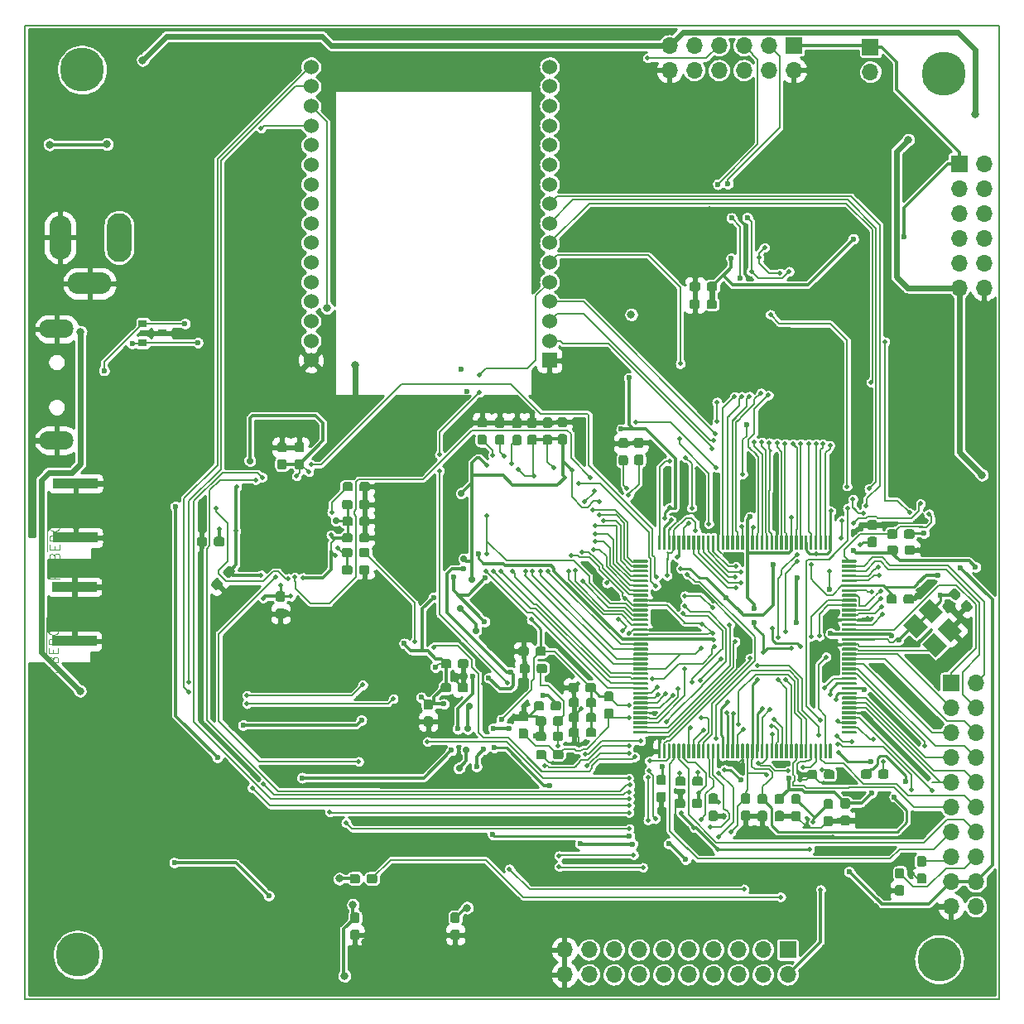
<source format=gbl>
G04 #@! TF.GenerationSoftware,KiCad,Pcbnew,6.0.0-unknown-cbea514~86~ubuntu18.04.1*
G04 #@! TF.CreationDate,2019-06-13T15:59:29-05:00*
G04 #@! TF.ProjectId,power,706f7765-722e-46b6-9963-61645f706362,rev?*
G04 #@! TF.SameCoordinates,Original*
G04 #@! TF.FileFunction,Copper,L2,Bot*
G04 #@! TF.FilePolarity,Positive*
%FSLAX46Y46*%
G04 Gerber Fmt 4.6, Leading zero omitted, Abs format (unit mm)*
G04 Created by KiCad (PCBNEW 6.0.0-unknown-cbea514~86~ubuntu18.04.1) date 2019-06-13 15:59:29*
%MOMM*%
%LPD*%
G04 APERTURE LIST*
G04 #@! TA.AperFunction,NonConductor*
%ADD10C,0.150000*%
G04 #@! TD*
%ADD11C,0.050000*%
G04 #@! TA.AperFunction,EtchedComponent*
%ADD12C,0.000100*%
G04 #@! TD*
G04 #@! TA.AperFunction,ComponentPad*
%ADD13O,4.500000X2.250000*%
G04 #@! TD*
G04 #@! TA.AperFunction,ComponentPad*
%ADD14O,2.250000X4.500000*%
G04 #@! TD*
G04 #@! TA.AperFunction,ComponentPad*
%ADD15O,2.500000X5.000000*%
G04 #@! TD*
G04 #@! TA.AperFunction,Conductor*
%ADD16C,0.150000*%
G04 #@! TD*
G04 #@! TA.AperFunction,SMDPad,CuDef*
%ADD17C,0.950000*%
G04 #@! TD*
G04 #@! TA.AperFunction,SMDPad,CuDef*
%ADD18C,0.300000*%
G04 #@! TD*
G04 #@! TA.AperFunction,ComponentPad*
%ADD19O,1.700000X1.700000*%
G04 #@! TD*
G04 #@! TA.AperFunction,ComponentPad*
%ADD20R,1.700000X1.700000*%
G04 #@! TD*
G04 #@! TA.AperFunction,ComponentPad*
%ADD21C,1.524000*%
G04 #@! TD*
G04 #@! TA.AperFunction,ComponentPad*
%ADD22R,1.524000X1.524000*%
G04 #@! TD*
G04 #@! TA.AperFunction,SMDPad,CuDef*
%ADD23C,1.650000*%
G04 #@! TD*
G04 #@! TA.AperFunction,SMDPad,CuDef*
%ADD24R,4.560000X1.000000*%
G04 #@! TD*
G04 #@! TA.AperFunction,ComponentPad*
%ADD25O,3.500000X1.900000*%
G04 #@! TD*
G04 #@! TA.AperFunction,ComponentPad*
%ADD26C,4.500000*%
G04 #@! TD*
G04 #@! TA.AperFunction,SMDPad,CuDef*
%ADD27R,0.900000X0.800000*%
G04 #@! TD*
G04 #@! TA.AperFunction,ViaPad*
%ADD28C,0.500000*%
G04 #@! TD*
G04 #@! TA.AperFunction,ViaPad*
%ADD29C,0.800000*%
G04 #@! TD*
G04 #@! TA.AperFunction,ViaPad*
%ADD30C,0.600000*%
G04 #@! TD*
G04 #@! TA.AperFunction,ViaPad*
%ADD31C,0.700000*%
G04 #@! TD*
G04 #@! TA.AperFunction,Conductor*
%ADD32C,0.160000*%
G04 #@! TD*
G04 #@! TA.AperFunction,Conductor*
%ADD33C,0.250000*%
G04 #@! TD*
G04 #@! TA.AperFunction,Conductor*
%ADD34C,0.300000*%
G04 #@! TD*
G04 #@! TA.AperFunction,Conductor*
%ADD35C,0.200000*%
G04 #@! TD*
G04 #@! TA.AperFunction,Conductor*
%ADD36C,0.600000*%
G04 #@! TD*
G04 APERTURE END LIST*
D10*
X51272440Y-114810540D02*
X51272440Y-15240000D01*
X150876000Y-114810540D02*
X51272440Y-114810540D01*
X150876000Y-15240000D02*
X150876000Y-114808000D01*
X51272440Y-15240000D02*
X150876000Y-15240000D01*
G04 #@! TO.C,J8*
D11*
X54670590Y-82419076D02*
X53670590Y-82419076D01*
X53670590Y-82038124D01*
X53718210Y-81942886D01*
X53765829Y-81895267D01*
X53861067Y-81847648D01*
X54003924Y-81847648D01*
X54099162Y-81895267D01*
X54146781Y-81942886D01*
X54194400Y-82038124D01*
X54194400Y-82419076D01*
X54575352Y-80847648D02*
X54622971Y-80895267D01*
X54670590Y-81038124D01*
X54670590Y-81133362D01*
X54622971Y-81276219D01*
X54527733Y-81371457D01*
X54432495Y-81419076D01*
X54242019Y-81466695D01*
X54099162Y-81466695D01*
X53908686Y-81419076D01*
X53813448Y-81371457D01*
X53718210Y-81276219D01*
X53670590Y-81133362D01*
X53670590Y-81038124D01*
X53718210Y-80895267D01*
X53765829Y-80847648D01*
X54146781Y-80085743D02*
X54194400Y-79942886D01*
X54242019Y-79895267D01*
X54337257Y-79847648D01*
X54480114Y-79847648D01*
X54575352Y-79895267D01*
X54622971Y-79942886D01*
X54670590Y-80038124D01*
X54670590Y-80419076D01*
X53670590Y-80419076D01*
X53670590Y-80085743D01*
X53718210Y-79990505D01*
X53765829Y-79942886D01*
X53861067Y-79895267D01*
X53956305Y-79895267D01*
X54051543Y-79942886D01*
X54099162Y-79990505D01*
X54146781Y-80085743D01*
X54146781Y-80419076D01*
X53433210Y-79657171D02*
X53433210Y-78752410D01*
X54146781Y-79419076D02*
X54146781Y-79085743D01*
X54670590Y-78942886D02*
X54670590Y-79419076D01*
X53670590Y-79419076D01*
X53670590Y-78942886D01*
X53433210Y-78752410D02*
X53433210Y-77752410D01*
X54670590Y-78514314D02*
X53670590Y-78514314D01*
X53670590Y-78276219D01*
X53718210Y-78133362D01*
X53813448Y-78038124D01*
X53908686Y-77990505D01*
X54099162Y-77942886D01*
X54242019Y-77942886D01*
X54432495Y-77990505D01*
X54527733Y-78038124D01*
X54622971Y-78133362D01*
X54670590Y-78276219D01*
X54670590Y-78514314D01*
X53433210Y-77752410D02*
X53433210Y-76752410D01*
X53718210Y-76990505D02*
X53670590Y-77085743D01*
X53670590Y-77228600D01*
X53718210Y-77371457D01*
X53813448Y-77466695D01*
X53908686Y-77514314D01*
X54099162Y-77561933D01*
X54242019Y-77561933D01*
X54432495Y-77514314D01*
X54527733Y-77466695D01*
X54622971Y-77371457D01*
X54670590Y-77228600D01*
X54670590Y-77133362D01*
X54622971Y-76990505D01*
X54575352Y-76942886D01*
X54242019Y-76942886D01*
X54242019Y-77133362D01*
X53433210Y-76752410D02*
X53433210Y-75847648D01*
X54146781Y-76514314D02*
X54146781Y-76180981D01*
X54670590Y-76038124D02*
X54670590Y-76514314D01*
X53670590Y-76514314D01*
X53670590Y-76038124D01*
G04 #@! TO.C,J7*
X54777270Y-71836036D02*
X53777270Y-71836036D01*
X53777270Y-71455084D01*
X53824890Y-71359846D01*
X53872509Y-71312227D01*
X53967747Y-71264608D01*
X54110604Y-71264608D01*
X54205842Y-71312227D01*
X54253461Y-71359846D01*
X54301080Y-71455084D01*
X54301080Y-71836036D01*
X54682032Y-70264608D02*
X54729651Y-70312227D01*
X54777270Y-70455084D01*
X54777270Y-70550322D01*
X54729651Y-70693179D01*
X54634413Y-70788417D01*
X54539175Y-70836036D01*
X54348699Y-70883655D01*
X54205842Y-70883655D01*
X54015366Y-70836036D01*
X53920128Y-70788417D01*
X53824890Y-70693179D01*
X53777270Y-70550322D01*
X53777270Y-70455084D01*
X53824890Y-70312227D01*
X53872509Y-70264608D01*
X54253461Y-69502703D02*
X54301080Y-69359846D01*
X54348699Y-69312227D01*
X54443937Y-69264608D01*
X54586794Y-69264608D01*
X54682032Y-69312227D01*
X54729651Y-69359846D01*
X54777270Y-69455084D01*
X54777270Y-69836036D01*
X53777270Y-69836036D01*
X53777270Y-69502703D01*
X53824890Y-69407465D01*
X53872509Y-69359846D01*
X53967747Y-69312227D01*
X54062985Y-69312227D01*
X54158223Y-69359846D01*
X54205842Y-69407465D01*
X54253461Y-69502703D01*
X54253461Y-69836036D01*
X53539890Y-69074131D02*
X53539890Y-68169370D01*
X54253461Y-68836036D02*
X54253461Y-68502703D01*
X54777270Y-68359846D02*
X54777270Y-68836036D01*
X53777270Y-68836036D01*
X53777270Y-68359846D01*
X53539890Y-68169370D02*
X53539890Y-67169370D01*
X54777270Y-67931274D02*
X53777270Y-67931274D01*
X53777270Y-67693179D01*
X53824890Y-67550322D01*
X53920128Y-67455084D01*
X54015366Y-67407465D01*
X54205842Y-67359846D01*
X54348699Y-67359846D01*
X54539175Y-67407465D01*
X54634413Y-67455084D01*
X54729651Y-67550322D01*
X54777270Y-67693179D01*
X54777270Y-67931274D01*
X53539890Y-67169370D02*
X53539890Y-66169370D01*
X53824890Y-66407465D02*
X53777270Y-66502703D01*
X53777270Y-66645560D01*
X53824890Y-66788417D01*
X53920128Y-66883655D01*
X54015366Y-66931274D01*
X54205842Y-66978893D01*
X54348699Y-66978893D01*
X54539175Y-66931274D01*
X54634413Y-66883655D01*
X54729651Y-66788417D01*
X54777270Y-66645560D01*
X54777270Y-66550322D01*
X54729651Y-66407465D01*
X54682032Y-66359846D01*
X54348699Y-66359846D01*
X54348699Y-66550322D01*
X53539890Y-66169370D02*
X53539890Y-65264608D01*
X54253461Y-65931274D02*
X54253461Y-65597941D01*
X54777270Y-65455084D02*
X54777270Y-65931274D01*
X53777270Y-65931274D01*
X53777270Y-65455084D01*
D12*
G04 #@! TO.C,J2*
X56361200Y-41130600D02*
X59361200Y-41130600D01*
X56361200Y-42130600D02*
X56361200Y-41130600D01*
X59361200Y-42130600D02*
X56361200Y-42130600D01*
X59361200Y-41130600D02*
X59361200Y-42130600D01*
X54361200Y-38430600D02*
X54361200Y-35430600D01*
X55361200Y-38430600D02*
X54361200Y-38430600D01*
X55361200Y-35430600D02*
X55361200Y-38430600D01*
X54361200Y-35430600D02*
X55361200Y-35430600D01*
X60361200Y-38680600D02*
X60361200Y-35180600D01*
X61361200Y-38680600D02*
X60361200Y-38680600D01*
X61361200Y-35180600D02*
X61361200Y-38680600D01*
X60361200Y-35180600D02*
X61361200Y-35180600D01*
G04 #@! TD*
D13*
G04 #@! TO.P,J2,3*
G04 #@! TO.N,GND*
X57861200Y-41630600D03*
D14*
G04 #@! TO.P,J2,2*
X54861200Y-36930600D03*
D15*
G04 #@! TO.P,J2,1*
G04 #@! TO.N,VCC_5V*
X60861200Y-36930600D03*
G04 #@! TD*
D16*
G04 #@! TO.N,GND*
G04 #@! TO.C,C13*
G36*
X132145360Y-91422413D02*
G01*
X132225257Y-91480461D01*
X132274636Y-91565988D01*
X132286260Y-91639380D01*
X132286260Y-92114380D01*
X132265727Y-92210980D01*
X132207679Y-92290877D01*
X132122152Y-92340256D01*
X132048760Y-92351880D01*
X131473760Y-92351880D01*
X131377160Y-92331347D01*
X131297263Y-92273299D01*
X131247884Y-92187772D01*
X131236260Y-92114380D01*
X131236260Y-91639380D01*
X131256793Y-91542780D01*
X131314841Y-91462883D01*
X131400368Y-91413504D01*
X131473760Y-91401880D01*
X132048760Y-91401880D01*
X132145360Y-91422413D01*
X132145360Y-91422413D01*
G37*
D17*
G04 #@! TD*
G04 #@! TO.P,C13,2*
G04 #@! TO.N,GND*
X131761260Y-91876880D03*
D16*
G04 #@! TO.N,Net-(C13-Pad1)*
G04 #@! TO.C,C13*
G36*
X133895360Y-91422413D02*
G01*
X133975257Y-91480461D01*
X134024636Y-91565988D01*
X134036260Y-91639380D01*
X134036260Y-92114380D01*
X134015727Y-92210980D01*
X133957679Y-92290877D01*
X133872152Y-92340256D01*
X133798760Y-92351880D01*
X133223760Y-92351880D01*
X133127160Y-92331347D01*
X133047263Y-92273299D01*
X132997884Y-92187772D01*
X132986260Y-92114380D01*
X132986260Y-91639380D01*
X133006793Y-91542780D01*
X133064841Y-91462883D01*
X133150368Y-91413504D01*
X133223760Y-91401880D01*
X133798760Y-91401880D01*
X133895360Y-91422413D01*
X133895360Y-91422413D01*
G37*
D17*
G04 #@! TD*
G04 #@! TO.P,C13,1*
G04 #@! TO.N,Net-(C13-Pad1)*
X133511260Y-91876880D03*
D16*
G04 #@! TO.N,adDD9*
G04 #@! TO.C,U10*
G36*
X114946307Y-69910676D02*
G01*
X114968274Y-69963709D01*
X114968274Y-70113709D01*
X114946307Y-70166742D01*
X114893274Y-70188709D01*
X113568274Y-70188709D01*
X113515241Y-70166742D01*
X113493274Y-70113709D01*
X113493274Y-69963709D01*
X113515241Y-69910676D01*
X113568274Y-69888709D01*
X114893274Y-69888709D01*
X114946307Y-69910676D01*
X114946307Y-69910676D01*
G37*
D18*
G04 #@! TD*
G04 #@! TO.P,U10,144*
G04 #@! TO.N,adDD9*
X114230774Y-70038709D03*
D16*
G04 #@! TO.N,adDD8*
G04 #@! TO.C,U10*
G36*
X114946307Y-70410676D02*
G01*
X114968274Y-70463709D01*
X114968274Y-70613709D01*
X114946307Y-70666742D01*
X114893274Y-70688709D01*
X113568274Y-70688709D01*
X113515241Y-70666742D01*
X113493274Y-70613709D01*
X113493274Y-70463709D01*
X113515241Y-70410676D01*
X113568274Y-70388709D01*
X114893274Y-70388709D01*
X114946307Y-70410676D01*
X114946307Y-70410676D01*
G37*
D18*
G04 #@! TD*
G04 #@! TO.P,U10,143*
G04 #@! TO.N,adDD8*
X114230774Y-70538709D03*
D16*
G04 #@! TO.N,adDD7*
G04 #@! TO.C,U10*
G36*
X114946307Y-70910676D02*
G01*
X114968274Y-70963709D01*
X114968274Y-71113709D01*
X114946307Y-71166742D01*
X114893274Y-71188709D01*
X113568274Y-71188709D01*
X113515241Y-71166742D01*
X113493274Y-71113709D01*
X113493274Y-70963709D01*
X113515241Y-70910676D01*
X113568274Y-70888709D01*
X114893274Y-70888709D01*
X114946307Y-70910676D01*
X114946307Y-70910676D01*
G37*
D18*
G04 #@! TD*
G04 #@! TO.P,U10,142*
G04 #@! TO.N,adDD7*
X114230774Y-71038709D03*
D16*
G04 #@! TO.N,adDD6*
G04 #@! TO.C,U10*
G36*
X114946307Y-71410676D02*
G01*
X114968274Y-71463709D01*
X114968274Y-71613709D01*
X114946307Y-71666742D01*
X114893274Y-71688709D01*
X113568274Y-71688709D01*
X113515241Y-71666742D01*
X113493274Y-71613709D01*
X113493274Y-71463709D01*
X113515241Y-71410676D01*
X113568274Y-71388709D01*
X114893274Y-71388709D01*
X114946307Y-71410676D01*
X114946307Y-71410676D01*
G37*
D18*
G04 #@! TD*
G04 #@! TO.P,U10,141*
G04 #@! TO.N,adDD6*
X114230774Y-71538709D03*
D16*
G04 #@! TO.N,adDD5*
G04 #@! TO.C,U10*
G36*
X114946307Y-71910676D02*
G01*
X114968274Y-71963709D01*
X114968274Y-72113709D01*
X114946307Y-72166742D01*
X114893274Y-72188709D01*
X113568274Y-72188709D01*
X113515241Y-72166742D01*
X113493274Y-72113709D01*
X113493274Y-71963709D01*
X113515241Y-71910676D01*
X113568274Y-71888709D01*
X114893274Y-71888709D01*
X114946307Y-71910676D01*
X114946307Y-71910676D01*
G37*
D18*
G04 #@! TD*
G04 #@! TO.P,U10,140*
G04 #@! TO.N,adDD5*
X114230774Y-72038709D03*
D16*
G04 #@! TO.N,adDD4*
G04 #@! TO.C,U10*
G36*
X114946307Y-72410676D02*
G01*
X114968274Y-72463709D01*
X114968274Y-72613709D01*
X114946307Y-72666742D01*
X114893274Y-72688709D01*
X113568274Y-72688709D01*
X113515241Y-72666742D01*
X113493274Y-72613709D01*
X113493274Y-72463709D01*
X113515241Y-72410676D01*
X113568274Y-72388709D01*
X114893274Y-72388709D01*
X114946307Y-72410676D01*
X114946307Y-72410676D01*
G37*
D18*
G04 #@! TD*
G04 #@! TO.P,U10,139*
G04 #@! TO.N,adDD4*
X114230774Y-72538709D03*
D16*
G04 #@! TO.N,adDD3*
G04 #@! TO.C,U10*
G36*
X114946307Y-72910676D02*
G01*
X114968274Y-72963709D01*
X114968274Y-73113709D01*
X114946307Y-73166742D01*
X114893274Y-73188709D01*
X113568274Y-73188709D01*
X113515241Y-73166742D01*
X113493274Y-73113709D01*
X113493274Y-72963709D01*
X113515241Y-72910676D01*
X113568274Y-72888709D01*
X114893274Y-72888709D01*
X114946307Y-72910676D01*
X114946307Y-72910676D01*
G37*
D18*
G04 #@! TD*
G04 #@! TO.P,U10,138*
G04 #@! TO.N,adDD3*
X114230774Y-73038709D03*
D16*
G04 #@! TO.N,adDD2*
G04 #@! TO.C,U10*
G36*
X114946307Y-73410676D02*
G01*
X114968274Y-73463709D01*
X114968274Y-73613709D01*
X114946307Y-73666742D01*
X114893274Y-73688709D01*
X113568274Y-73688709D01*
X113515241Y-73666742D01*
X113493274Y-73613709D01*
X113493274Y-73463709D01*
X113515241Y-73410676D01*
X113568274Y-73388709D01*
X114893274Y-73388709D01*
X114946307Y-73410676D01*
X114946307Y-73410676D01*
G37*
D18*
G04 #@! TD*
G04 #@! TO.P,U10,137*
G04 #@! TO.N,adDD2*
X114230774Y-73538709D03*
D16*
G04 #@! TO.N,GND*
G04 #@! TO.C,U10*
G36*
X114946307Y-73910676D02*
G01*
X114968274Y-73963709D01*
X114968274Y-74113709D01*
X114946307Y-74166742D01*
X114893274Y-74188709D01*
X113568274Y-74188709D01*
X113515241Y-74166742D01*
X113493274Y-74113709D01*
X113493274Y-73963709D01*
X113515241Y-73910676D01*
X113568274Y-73888709D01*
X114893274Y-73888709D01*
X114946307Y-73910676D01*
X114946307Y-73910676D01*
G37*
D18*
G04 #@! TD*
G04 #@! TO.P,U10,136*
G04 #@! TO.N,GND*
X114230774Y-74038709D03*
D16*
G04 #@! TO.N,vcc_FPGA*
G04 #@! TO.C,U10*
G36*
X114946307Y-74410676D02*
G01*
X114968274Y-74463709D01*
X114968274Y-74613709D01*
X114946307Y-74666742D01*
X114893274Y-74688709D01*
X113568274Y-74688709D01*
X113515241Y-74666742D01*
X113493274Y-74613709D01*
X113493274Y-74463709D01*
X113515241Y-74410676D01*
X113568274Y-74388709D01*
X114893274Y-74388709D01*
X114946307Y-74410676D01*
X114946307Y-74410676D01*
G37*
D18*
G04 #@! TD*
G04 #@! TO.P,U10,135*
G04 #@! TO.N,vcc_FPGA*
X114230774Y-74538709D03*
D16*
G04 #@! TO.N,GCK0*
G04 #@! TO.C,U10*
G36*
X114946307Y-74910676D02*
G01*
X114968274Y-74963709D01*
X114968274Y-75113709D01*
X114946307Y-75166742D01*
X114893274Y-75188709D01*
X113568274Y-75188709D01*
X113515241Y-75166742D01*
X113493274Y-75113709D01*
X113493274Y-74963709D01*
X113515241Y-74910676D01*
X113568274Y-74888709D01*
X114893274Y-74888709D01*
X114946307Y-74910676D01*
X114946307Y-74910676D01*
G37*
D18*
G04 #@! TD*
G04 #@! TO.P,U10,134*
G04 #@! TO.N,GCK0*
X114230774Y-75038709D03*
D16*
G04 #@! TO.N,GCK1*
G04 #@! TO.C,U10*
G36*
X114946307Y-75410676D02*
G01*
X114968274Y-75463709D01*
X114968274Y-75613709D01*
X114946307Y-75666742D01*
X114893274Y-75688709D01*
X113568274Y-75688709D01*
X113515241Y-75666742D01*
X113493274Y-75613709D01*
X113493274Y-75463709D01*
X113515241Y-75410676D01*
X113568274Y-75388709D01*
X114893274Y-75388709D01*
X114946307Y-75410676D01*
X114946307Y-75410676D01*
G37*
D18*
G04 #@! TD*
G04 #@! TO.P,U10,133*
G04 #@! TO.N,GCK1*
X114230774Y-75538709D03*
D16*
G04 #@! TO.N,adDD1*
G04 #@! TO.C,U10*
G36*
X114946307Y-75910676D02*
G01*
X114968274Y-75963709D01*
X114968274Y-76113709D01*
X114946307Y-76166742D01*
X114893274Y-76188709D01*
X113568274Y-76188709D01*
X113515241Y-76166742D01*
X113493274Y-76113709D01*
X113493274Y-75963709D01*
X113515241Y-75910676D01*
X113568274Y-75888709D01*
X114893274Y-75888709D01*
X114946307Y-75910676D01*
X114946307Y-75910676D01*
G37*
D18*
G04 #@! TD*
G04 #@! TO.P,U10,132*
G04 #@! TO.N,adDD1*
X114230774Y-76038709D03*
D16*
G04 #@! TO.N,adDD0*
G04 #@! TO.C,U10*
G36*
X114946307Y-76410676D02*
G01*
X114968274Y-76463709D01*
X114968274Y-76613709D01*
X114946307Y-76666742D01*
X114893274Y-76688709D01*
X113568274Y-76688709D01*
X113515241Y-76666742D01*
X113493274Y-76613709D01*
X113493274Y-76463709D01*
X113515241Y-76410676D01*
X113568274Y-76388709D01*
X114893274Y-76388709D01*
X114946307Y-76410676D01*
X114946307Y-76410676D01*
G37*
D18*
G04 #@! TD*
G04 #@! TO.P,U10,131*
G04 #@! TO.N,adDD0*
X114230774Y-76538709D03*
D16*
G04 #@! TO.N,GND*
G04 #@! TO.C,U10*
G36*
X114946307Y-76910676D02*
G01*
X114968274Y-76963709D01*
X114968274Y-77113709D01*
X114946307Y-77166742D01*
X114893274Y-77188709D01*
X113568274Y-77188709D01*
X113515241Y-77166742D01*
X113493274Y-77113709D01*
X113493274Y-76963709D01*
X113515241Y-76910676D01*
X113568274Y-76888709D01*
X114893274Y-76888709D01*
X114946307Y-76910676D01*
X114946307Y-76910676D01*
G37*
D18*
G04 #@! TD*
G04 #@! TO.P,U10,130*
G04 #@! TO.N,GND*
X114230774Y-77038709D03*
D16*
G04 #@! TO.N,vcc_FPGA*
G04 #@! TO.C,U10*
G36*
X114946307Y-77410676D02*
G01*
X114968274Y-77463709D01*
X114968274Y-77613709D01*
X114946307Y-77666742D01*
X114893274Y-77688709D01*
X113568274Y-77688709D01*
X113515241Y-77666742D01*
X113493274Y-77613709D01*
X113493274Y-77463709D01*
X113515241Y-77410676D01*
X113568274Y-77388709D01*
X114893274Y-77388709D01*
X114946307Y-77410676D01*
X114946307Y-77410676D01*
G37*
D18*
G04 #@! TD*
G04 #@! TO.P,U10,129*
G04 #@! TO.N,vcc_FPGA*
X114230774Y-77538709D03*
D16*
G04 #@! TO.N,vcc_core_FPGA*
G04 #@! TO.C,U10*
G36*
X114946307Y-77910676D02*
G01*
X114968274Y-77963709D01*
X114968274Y-78113709D01*
X114946307Y-78166742D01*
X114893274Y-78188709D01*
X113568274Y-78188709D01*
X113515241Y-78166742D01*
X113493274Y-78113709D01*
X113493274Y-77963709D01*
X113515241Y-77910676D01*
X113568274Y-77888709D01*
X114893274Y-77888709D01*
X114946307Y-77910676D01*
X114946307Y-77910676D01*
G37*
D18*
G04 #@! TD*
G04 #@! TO.P,U10,128*
G04 #@! TO.N,vcc_core_FPGA*
X114230774Y-78038709D03*
D16*
G04 #@! TO.N,adDA7*
G04 #@! TO.C,U10*
G36*
X114946307Y-78410676D02*
G01*
X114968274Y-78463709D01*
X114968274Y-78613709D01*
X114946307Y-78666742D01*
X114893274Y-78688709D01*
X113568274Y-78688709D01*
X113515241Y-78666742D01*
X113493274Y-78613709D01*
X113493274Y-78463709D01*
X113515241Y-78410676D01*
X113568274Y-78388709D01*
X114893274Y-78388709D01*
X114946307Y-78410676D01*
X114946307Y-78410676D01*
G37*
D18*
G04 #@! TD*
G04 #@! TO.P,U10,127*
G04 #@! TO.N,adDA7*
X114230774Y-78538709D03*
D16*
G04 #@! TO.N,adDA6*
G04 #@! TO.C,U10*
G36*
X114946307Y-78910676D02*
G01*
X114968274Y-78963709D01*
X114968274Y-79113709D01*
X114946307Y-79166742D01*
X114893274Y-79188709D01*
X113568274Y-79188709D01*
X113515241Y-79166742D01*
X113493274Y-79113709D01*
X113493274Y-78963709D01*
X113515241Y-78910676D01*
X113568274Y-78888709D01*
X114893274Y-78888709D01*
X114946307Y-78910676D01*
X114946307Y-78910676D01*
G37*
D18*
G04 #@! TD*
G04 #@! TO.P,U10,126*
G04 #@! TO.N,adDA6*
X114230774Y-79038709D03*
D16*
G04 #@! TO.N,vcc_FPGA*
G04 #@! TO.C,U10*
G36*
X114946307Y-79410676D02*
G01*
X114968274Y-79463709D01*
X114968274Y-79613709D01*
X114946307Y-79666742D01*
X114893274Y-79688709D01*
X113568274Y-79688709D01*
X113515241Y-79666742D01*
X113493274Y-79613709D01*
X113493274Y-79463709D01*
X113515241Y-79410676D01*
X113568274Y-79388709D01*
X114893274Y-79388709D01*
X114946307Y-79410676D01*
X114946307Y-79410676D01*
G37*
D18*
G04 #@! TD*
G04 #@! TO.P,U10,125*
G04 #@! TO.N,vcc_FPGA*
X114230774Y-79538709D03*
D16*
G04 #@! TO.N,adDA5*
G04 #@! TO.C,U10*
G36*
X114946307Y-79910676D02*
G01*
X114968274Y-79963709D01*
X114968274Y-80113709D01*
X114946307Y-80166742D01*
X114893274Y-80188709D01*
X113568274Y-80188709D01*
X113515241Y-80166742D01*
X113493274Y-80113709D01*
X113493274Y-79963709D01*
X113515241Y-79910676D01*
X113568274Y-79888709D01*
X114893274Y-79888709D01*
X114946307Y-79910676D01*
X114946307Y-79910676D01*
G37*
D18*
G04 #@! TD*
G04 #@! TO.P,U10,124*
G04 #@! TO.N,adDA5*
X114230774Y-80038709D03*
D16*
G04 #@! TO.N,adDA4*
G04 #@! TO.C,U10*
G36*
X114946307Y-80410676D02*
G01*
X114968274Y-80463709D01*
X114968274Y-80613709D01*
X114946307Y-80666742D01*
X114893274Y-80688709D01*
X113568274Y-80688709D01*
X113515241Y-80666742D01*
X113493274Y-80613709D01*
X113493274Y-80463709D01*
X113515241Y-80410676D01*
X113568274Y-80388709D01*
X114893274Y-80388709D01*
X114946307Y-80410676D01*
X114946307Y-80410676D01*
G37*
D18*
G04 #@! TD*
G04 #@! TO.P,U10,123*
G04 #@! TO.N,adDA4*
X114230774Y-80538709D03*
D16*
G04 #@! TO.N,vcc_FPGA*
G04 #@! TO.C,U10*
G36*
X114946307Y-80910676D02*
G01*
X114968274Y-80963709D01*
X114968274Y-81113709D01*
X114946307Y-81166742D01*
X114893274Y-81188709D01*
X113568274Y-81188709D01*
X113515241Y-81166742D01*
X113493274Y-81113709D01*
X113493274Y-80963709D01*
X113515241Y-80910676D01*
X113568274Y-80888709D01*
X114893274Y-80888709D01*
X114946307Y-80910676D01*
X114946307Y-80910676D01*
G37*
D18*
G04 #@! TD*
G04 #@! TO.P,U10,122*
G04 #@! TO.N,vcc_FPGA*
X114230774Y-81038709D03*
D16*
G04 #@! TO.N,adDA3*
G04 #@! TO.C,U10*
G36*
X114946307Y-81410676D02*
G01*
X114968274Y-81463709D01*
X114968274Y-81613709D01*
X114946307Y-81666742D01*
X114893274Y-81688709D01*
X113568274Y-81688709D01*
X113515241Y-81666742D01*
X113493274Y-81613709D01*
X113493274Y-81463709D01*
X113515241Y-81410676D01*
X113568274Y-81388709D01*
X114893274Y-81388709D01*
X114946307Y-81410676D01*
X114946307Y-81410676D01*
G37*
D18*
G04 #@! TD*
G04 #@! TO.P,U10,121*
G04 #@! TO.N,adDA3*
X114230774Y-81538709D03*
D16*
G04 #@! TO.N,adDA2*
G04 #@! TO.C,U10*
G36*
X114946307Y-81910676D02*
G01*
X114968274Y-81963709D01*
X114968274Y-82113709D01*
X114946307Y-82166742D01*
X114893274Y-82188709D01*
X113568274Y-82188709D01*
X113515241Y-82166742D01*
X113493274Y-82113709D01*
X113493274Y-81963709D01*
X113515241Y-81910676D01*
X113568274Y-81888709D01*
X114893274Y-81888709D01*
X114946307Y-81910676D01*
X114946307Y-81910676D01*
G37*
D18*
G04 #@! TD*
G04 #@! TO.P,U10,120*
G04 #@! TO.N,adDA2*
X114230774Y-82038709D03*
D16*
G04 #@! TO.N,adDA1*
G04 #@! TO.C,U10*
G36*
X114946307Y-82410676D02*
G01*
X114968274Y-82463709D01*
X114968274Y-82613709D01*
X114946307Y-82666742D01*
X114893274Y-82688709D01*
X113568274Y-82688709D01*
X113515241Y-82666742D01*
X113493274Y-82613709D01*
X113493274Y-82463709D01*
X113515241Y-82410676D01*
X113568274Y-82388709D01*
X114893274Y-82388709D01*
X114946307Y-82410676D01*
X114946307Y-82410676D01*
G37*
D18*
G04 #@! TD*
G04 #@! TO.P,U10,119*
G04 #@! TO.N,adDA1*
X114230774Y-82538709D03*
D16*
G04 #@! TO.N,adDA0*
G04 #@! TO.C,U10*
G36*
X114946307Y-82910676D02*
G01*
X114968274Y-82963709D01*
X114968274Y-83113709D01*
X114946307Y-83166742D01*
X114893274Y-83188709D01*
X113568274Y-83188709D01*
X113515241Y-83166742D01*
X113493274Y-83113709D01*
X113493274Y-82963709D01*
X113515241Y-82910676D01*
X113568274Y-82888709D01*
X114893274Y-82888709D01*
X114946307Y-82910676D01*
X114946307Y-82910676D01*
G37*
D18*
G04 #@! TD*
G04 #@! TO.P,U10,118*
G04 #@! TO.N,adDA0*
X114230774Y-83038709D03*
D16*
G04 #@! TO.N,FMC_A5*
G04 #@! TO.C,U10*
G36*
X114946307Y-83410676D02*
G01*
X114968274Y-83463709D01*
X114968274Y-83613709D01*
X114946307Y-83666742D01*
X114893274Y-83688709D01*
X113568274Y-83688709D01*
X113515241Y-83666742D01*
X113493274Y-83613709D01*
X113493274Y-83463709D01*
X113515241Y-83410676D01*
X113568274Y-83388709D01*
X114893274Y-83388709D01*
X114946307Y-83410676D01*
X114946307Y-83410676D01*
G37*
D18*
G04 #@! TD*
G04 #@! TO.P,U10,117*
G04 #@! TO.N,FMC_A5*
X114230774Y-83538709D03*
D16*
G04 #@! TO.N,FMC_A4*
G04 #@! TO.C,U10*
G36*
X114946307Y-83910676D02*
G01*
X114968274Y-83963709D01*
X114968274Y-84113709D01*
X114946307Y-84166742D01*
X114893274Y-84188709D01*
X113568274Y-84188709D01*
X113515241Y-84166742D01*
X113493274Y-84113709D01*
X113493274Y-83963709D01*
X113515241Y-83910676D01*
X113568274Y-83888709D01*
X114893274Y-83888709D01*
X114946307Y-83910676D01*
X114946307Y-83910676D01*
G37*
D18*
G04 #@! TD*
G04 #@! TO.P,U10,116*
G04 #@! TO.N,FMC_A4*
X114230774Y-84038709D03*
D16*
G04 #@! TO.N,FMC_A3*
G04 #@! TO.C,U10*
G36*
X114946307Y-84410676D02*
G01*
X114968274Y-84463709D01*
X114968274Y-84613709D01*
X114946307Y-84666742D01*
X114893274Y-84688709D01*
X113568274Y-84688709D01*
X113515241Y-84666742D01*
X113493274Y-84613709D01*
X113493274Y-84463709D01*
X113515241Y-84410676D01*
X113568274Y-84388709D01*
X114893274Y-84388709D01*
X114946307Y-84410676D01*
X114946307Y-84410676D01*
G37*
D18*
G04 #@! TD*
G04 #@! TO.P,U10,115*
G04 #@! TO.N,FMC_A3*
X114230774Y-84538709D03*
D16*
G04 #@! TO.N,FMC_A2*
G04 #@! TO.C,U10*
G36*
X114946307Y-84910676D02*
G01*
X114968274Y-84963709D01*
X114968274Y-85113709D01*
X114946307Y-85166742D01*
X114893274Y-85188709D01*
X113568274Y-85188709D01*
X113515241Y-85166742D01*
X113493274Y-85113709D01*
X113493274Y-84963709D01*
X113515241Y-84910676D01*
X113568274Y-84888709D01*
X114893274Y-84888709D01*
X114946307Y-84910676D01*
X114946307Y-84910676D01*
G37*
D18*
G04 #@! TD*
G04 #@! TO.P,U10,114*
G04 #@! TO.N,FMC_A2*
X114230774Y-85038709D03*
D16*
G04 #@! TO.N,GND*
G04 #@! TO.C,U10*
G36*
X114946307Y-85410676D02*
G01*
X114968274Y-85463709D01*
X114968274Y-85613709D01*
X114946307Y-85666742D01*
X114893274Y-85688709D01*
X113568274Y-85688709D01*
X113515241Y-85666742D01*
X113493274Y-85613709D01*
X113493274Y-85463709D01*
X113515241Y-85410676D01*
X113568274Y-85388709D01*
X114893274Y-85388709D01*
X114946307Y-85410676D01*
X114946307Y-85410676D01*
G37*
D18*
G04 #@! TD*
G04 #@! TO.P,U10,113*
G04 #@! TO.N,GND*
X114230774Y-85538709D03*
D16*
G04 #@! TO.N,FMC_A1*
G04 #@! TO.C,U10*
G36*
X114946307Y-85910676D02*
G01*
X114968274Y-85963709D01*
X114968274Y-86113709D01*
X114946307Y-86166742D01*
X114893274Y-86188709D01*
X113568274Y-86188709D01*
X113515241Y-86166742D01*
X113493274Y-86113709D01*
X113493274Y-85963709D01*
X113515241Y-85910676D01*
X113568274Y-85888709D01*
X114893274Y-85888709D01*
X114946307Y-85910676D01*
X114946307Y-85910676D01*
G37*
D18*
G04 #@! TD*
G04 #@! TO.P,U10,112*
G04 #@! TO.N,FMC_A1*
X114230774Y-86038709D03*
D16*
G04 #@! TO.N,FMC_A0*
G04 #@! TO.C,U10*
G36*
X114946307Y-86410676D02*
G01*
X114968274Y-86463709D01*
X114968274Y-86613709D01*
X114946307Y-86666742D01*
X114893274Y-86688709D01*
X113568274Y-86688709D01*
X113515241Y-86666742D01*
X113493274Y-86613709D01*
X113493274Y-86463709D01*
X113515241Y-86410676D01*
X113568274Y-86388709D01*
X114893274Y-86388709D01*
X114946307Y-86410676D01*
X114946307Y-86410676D01*
G37*
D18*
G04 #@! TD*
G04 #@! TO.P,U10,111*
G04 #@! TO.N,FMC_A0*
X114230774Y-86538709D03*
D16*
G04 #@! TO.N,FPGA_JTDO*
G04 #@! TO.C,U10*
G36*
X114946307Y-86910676D02*
G01*
X114968274Y-86963709D01*
X114968274Y-87113709D01*
X114946307Y-87166742D01*
X114893274Y-87188709D01*
X113568274Y-87188709D01*
X113515241Y-87166742D01*
X113493274Y-87113709D01*
X113493274Y-86963709D01*
X113515241Y-86910676D01*
X113568274Y-86888709D01*
X114893274Y-86888709D01*
X114946307Y-86910676D01*
X114946307Y-86910676D01*
G37*
D18*
G04 #@! TD*
G04 #@! TO.P,U10,110*
G04 #@! TO.N,FPGA_JTDO*
X114230774Y-87038709D03*
D16*
G04 #@! TO.N,JTCK*
G04 #@! TO.C,U10*
G36*
X114946307Y-87410676D02*
G01*
X114968274Y-87463709D01*
X114968274Y-87613709D01*
X114946307Y-87666742D01*
X114893274Y-87688709D01*
X113568274Y-87688709D01*
X113515241Y-87666742D01*
X113493274Y-87613709D01*
X113493274Y-87463709D01*
X113515241Y-87410676D01*
X113568274Y-87388709D01*
X114893274Y-87388709D01*
X114946307Y-87410676D01*
X114946307Y-87410676D01*
G37*
D18*
G04 #@! TD*
G04 #@! TO.P,U10,109*
G04 #@! TO.N,JTCK*
X114230774Y-87538709D03*
D16*
G04 #@! TO.N,GND*
G04 #@! TO.C,U10*
G36*
X116271307Y-88735676D02*
G01*
X116293274Y-88788709D01*
X116293274Y-90113709D01*
X116271307Y-90166742D01*
X116218274Y-90188709D01*
X116068274Y-90188709D01*
X116015241Y-90166742D01*
X115993274Y-90113709D01*
X115993274Y-88788709D01*
X116015241Y-88735676D01*
X116068274Y-88713709D01*
X116218274Y-88713709D01*
X116271307Y-88735676D01*
X116271307Y-88735676D01*
G37*
D18*
G04 #@! TD*
G04 #@! TO.P,U10,108*
G04 #@! TO.N,GND*
X116143274Y-89451209D03*
D16*
G04 #@! TO.N,JTMS*
G04 #@! TO.C,U10*
G36*
X116771307Y-88735676D02*
G01*
X116793274Y-88788709D01*
X116793274Y-90113709D01*
X116771307Y-90166742D01*
X116718274Y-90188709D01*
X116568274Y-90188709D01*
X116515241Y-90166742D01*
X116493274Y-90113709D01*
X116493274Y-88788709D01*
X116515241Y-88735676D01*
X116568274Y-88713709D01*
X116718274Y-88713709D01*
X116771307Y-88735676D01*
X116771307Y-88735676D01*
G37*
D18*
G04 #@! TD*
G04 #@! TO.P,U10,107*
G04 #@! TO.N,JTMS*
X116643274Y-89451209D03*
D16*
G04 #@! TO.N,JTDO_OMEGA*
G04 #@! TO.C,U10*
G36*
X117271307Y-88735676D02*
G01*
X117293274Y-88788709D01*
X117293274Y-90113709D01*
X117271307Y-90166742D01*
X117218274Y-90188709D01*
X117068274Y-90188709D01*
X117015241Y-90166742D01*
X116993274Y-90113709D01*
X116993274Y-88788709D01*
X117015241Y-88735676D01*
X117068274Y-88713709D01*
X117218274Y-88713709D01*
X117271307Y-88735676D01*
X117271307Y-88735676D01*
G37*
D18*
G04 #@! TD*
G04 #@! TO.P,U10,106*
G04 #@! TO.N,JTDO_OMEGA*
X117143274Y-89451209D03*
D16*
G04 #@! TO.N,/FPGA_spartan6/FGPIO6*
G04 #@! TO.C,U10*
G36*
X117771307Y-88735676D02*
G01*
X117793274Y-88788709D01*
X117793274Y-90113709D01*
X117771307Y-90166742D01*
X117718274Y-90188709D01*
X117568274Y-90188709D01*
X117515241Y-90166742D01*
X117493274Y-90113709D01*
X117493274Y-88788709D01*
X117515241Y-88735676D01*
X117568274Y-88713709D01*
X117718274Y-88713709D01*
X117771307Y-88735676D01*
X117771307Y-88735676D01*
G37*
D18*
G04 #@! TD*
G04 #@! TO.P,U10,105*
G04 #@! TO.N,/FPGA_spartan6/FGPIO6*
X117643274Y-89451209D03*
D16*
G04 #@! TO.N,/FPGA_spartan6/FGPIO14*
G04 #@! TO.C,U10*
G36*
X118271307Y-88735676D02*
G01*
X118293274Y-88788709D01*
X118293274Y-90113709D01*
X118271307Y-90166742D01*
X118218274Y-90188709D01*
X118068274Y-90188709D01*
X118015241Y-90166742D01*
X117993274Y-90113709D01*
X117993274Y-88788709D01*
X118015241Y-88735676D01*
X118068274Y-88713709D01*
X118218274Y-88713709D01*
X118271307Y-88735676D01*
X118271307Y-88735676D01*
G37*
D18*
G04 #@! TD*
G04 #@! TO.P,U10,104*
G04 #@! TO.N,/FPGA_spartan6/FGPIO14*
X118143274Y-89451209D03*
D16*
G04 #@! TO.N,vcc_FPGA*
G04 #@! TO.C,U10*
G36*
X118771307Y-88735676D02*
G01*
X118793274Y-88788709D01*
X118793274Y-90113709D01*
X118771307Y-90166742D01*
X118718274Y-90188709D01*
X118568274Y-90188709D01*
X118515241Y-90166742D01*
X118493274Y-90113709D01*
X118493274Y-88788709D01*
X118515241Y-88735676D01*
X118568274Y-88713709D01*
X118718274Y-88713709D01*
X118771307Y-88735676D01*
X118771307Y-88735676D01*
G37*
D18*
G04 #@! TD*
G04 #@! TO.P,U10,103*
G04 #@! TO.N,vcc_FPGA*
X118643274Y-89451209D03*
D16*
G04 #@! TO.N,/FPGA_spartan6/FSW_2*
G04 #@! TO.C,U10*
G36*
X119271307Y-88735676D02*
G01*
X119293274Y-88788709D01*
X119293274Y-90113709D01*
X119271307Y-90166742D01*
X119218274Y-90188709D01*
X119068274Y-90188709D01*
X119015241Y-90166742D01*
X118993274Y-90113709D01*
X118993274Y-88788709D01*
X119015241Y-88735676D01*
X119068274Y-88713709D01*
X119218274Y-88713709D01*
X119271307Y-88735676D01*
X119271307Y-88735676D01*
G37*
D18*
G04 #@! TD*
G04 #@! TO.P,U10,102*
G04 #@! TO.N,/FPGA_spartan6/FSW_2*
X119143274Y-89451209D03*
D16*
G04 #@! TO.N,/FPGA_spartan6/FSW_1*
G04 #@! TO.C,U10*
G36*
X119771307Y-88735676D02*
G01*
X119793274Y-88788709D01*
X119793274Y-90113709D01*
X119771307Y-90166742D01*
X119718274Y-90188709D01*
X119568274Y-90188709D01*
X119515241Y-90166742D01*
X119493274Y-90113709D01*
X119493274Y-88788709D01*
X119515241Y-88735676D01*
X119568274Y-88713709D01*
X119718274Y-88713709D01*
X119771307Y-88735676D01*
X119771307Y-88735676D01*
G37*
D18*
G04 #@! TD*
G04 #@! TO.P,U10,101*
G04 #@! TO.N,/FPGA_spartan6/FSW_1*
X119643274Y-89451209D03*
D16*
G04 #@! TO.N,I2C_SCL*
G04 #@! TO.C,U10*
G36*
X120271307Y-88735676D02*
G01*
X120293274Y-88788709D01*
X120293274Y-90113709D01*
X120271307Y-90166742D01*
X120218274Y-90188709D01*
X120068274Y-90188709D01*
X120015241Y-90166742D01*
X119993274Y-90113709D01*
X119993274Y-88788709D01*
X120015241Y-88735676D01*
X120068274Y-88713709D01*
X120218274Y-88713709D01*
X120271307Y-88735676D01*
X120271307Y-88735676D01*
G37*
D18*
G04 #@! TD*
G04 #@! TO.P,U10,100*
G04 #@! TO.N,I2C_SCL*
X120143274Y-89451209D03*
D16*
G04 #@! TO.N,I2C_SDA*
G04 #@! TO.C,U10*
G36*
X120771307Y-88735676D02*
G01*
X120793274Y-88788709D01*
X120793274Y-90113709D01*
X120771307Y-90166742D01*
X120718274Y-90188709D01*
X120568274Y-90188709D01*
X120515241Y-90166742D01*
X120493274Y-90113709D01*
X120493274Y-88788709D01*
X120515241Y-88735676D01*
X120568274Y-88713709D01*
X120718274Y-88713709D01*
X120771307Y-88735676D01*
X120771307Y-88735676D01*
G37*
D18*
G04 #@! TD*
G04 #@! TO.P,U10,99*
G04 #@! TO.N,I2C_SDA*
X120643274Y-89451209D03*
D16*
G04 #@! TO.N,Net-(D10-Pad2)*
G04 #@! TO.C,U10*
G36*
X121271307Y-88735676D02*
G01*
X121293274Y-88788709D01*
X121293274Y-90113709D01*
X121271307Y-90166742D01*
X121218274Y-90188709D01*
X121068274Y-90188709D01*
X121015241Y-90166742D01*
X120993274Y-90113709D01*
X120993274Y-88788709D01*
X121015241Y-88735676D01*
X121068274Y-88713709D01*
X121218274Y-88713709D01*
X121271307Y-88735676D01*
X121271307Y-88735676D01*
G37*
D18*
G04 #@! TD*
G04 #@! TO.P,U10,98*
G04 #@! TO.N,Net-(D10-Pad2)*
X121143274Y-89451209D03*
D16*
G04 #@! TO.N,Net-(D9-Pad2)*
G04 #@! TO.C,U10*
G36*
X121771307Y-88735676D02*
G01*
X121793274Y-88788709D01*
X121793274Y-90113709D01*
X121771307Y-90166742D01*
X121718274Y-90188709D01*
X121568274Y-90188709D01*
X121515241Y-90166742D01*
X121493274Y-90113709D01*
X121493274Y-88788709D01*
X121515241Y-88735676D01*
X121568274Y-88713709D01*
X121718274Y-88713709D01*
X121771307Y-88735676D01*
X121771307Y-88735676D01*
G37*
D18*
G04 #@! TD*
G04 #@! TO.P,U10,97*
G04 #@! TO.N,Net-(D9-Pad2)*
X121643274Y-89451209D03*
D16*
G04 #@! TO.N,GND*
G04 #@! TO.C,U10*
G36*
X122271307Y-88735676D02*
G01*
X122293274Y-88788709D01*
X122293274Y-90113709D01*
X122271307Y-90166742D01*
X122218274Y-90188709D01*
X122068274Y-90188709D01*
X122015241Y-90166742D01*
X121993274Y-90113709D01*
X121993274Y-88788709D01*
X122015241Y-88735676D01*
X122068274Y-88713709D01*
X122218274Y-88713709D01*
X122271307Y-88735676D01*
X122271307Y-88735676D01*
G37*
D18*
G04 #@! TD*
G04 #@! TO.P,U10,96*
G04 #@! TO.N,GND*
X122143274Y-89451209D03*
D16*
G04 #@! TO.N,FMC_D12*
G04 #@! TO.C,U10*
G36*
X122771307Y-88735676D02*
G01*
X122793274Y-88788709D01*
X122793274Y-90113709D01*
X122771307Y-90166742D01*
X122718274Y-90188709D01*
X122568274Y-90188709D01*
X122515241Y-90166742D01*
X122493274Y-90113709D01*
X122493274Y-88788709D01*
X122515241Y-88735676D01*
X122568274Y-88713709D01*
X122718274Y-88713709D01*
X122771307Y-88735676D01*
X122771307Y-88735676D01*
G37*
D18*
G04 #@! TD*
G04 #@! TO.P,U10,95*
G04 #@! TO.N,FMC_D12*
X122643274Y-89451209D03*
D16*
G04 #@! TO.N,FMC_D11*
G04 #@! TO.C,U10*
G36*
X123271307Y-88735676D02*
G01*
X123293274Y-88788709D01*
X123293274Y-90113709D01*
X123271307Y-90166742D01*
X123218274Y-90188709D01*
X123068274Y-90188709D01*
X123015241Y-90166742D01*
X122993274Y-90113709D01*
X122993274Y-88788709D01*
X123015241Y-88735676D01*
X123068274Y-88713709D01*
X123218274Y-88713709D01*
X123271307Y-88735676D01*
X123271307Y-88735676D01*
G37*
D18*
G04 #@! TD*
G04 #@! TO.P,U10,94*
G04 #@! TO.N,FMC_D11*
X123143274Y-89451209D03*
D16*
G04 #@! TO.N,FMC_D10*
G04 #@! TO.C,U10*
G36*
X123771307Y-88735676D02*
G01*
X123793274Y-88788709D01*
X123793274Y-90113709D01*
X123771307Y-90166742D01*
X123718274Y-90188709D01*
X123568274Y-90188709D01*
X123515241Y-90166742D01*
X123493274Y-90113709D01*
X123493274Y-88788709D01*
X123515241Y-88735676D01*
X123568274Y-88713709D01*
X123718274Y-88713709D01*
X123771307Y-88735676D01*
X123771307Y-88735676D01*
G37*
D18*
G04 #@! TD*
G04 #@! TO.P,U10,93*
G04 #@! TO.N,FMC_D10*
X123643274Y-89451209D03*
D16*
G04 #@! TO.N,FMC_D9*
G04 #@! TO.C,U10*
G36*
X124271307Y-88735676D02*
G01*
X124293274Y-88788709D01*
X124293274Y-90113709D01*
X124271307Y-90166742D01*
X124218274Y-90188709D01*
X124068274Y-90188709D01*
X124015241Y-90166742D01*
X123993274Y-90113709D01*
X123993274Y-88788709D01*
X124015241Y-88735676D01*
X124068274Y-88713709D01*
X124218274Y-88713709D01*
X124271307Y-88735676D01*
X124271307Y-88735676D01*
G37*
D18*
G04 #@! TD*
G04 #@! TO.P,U10,92*
G04 #@! TO.N,FMC_D9*
X124143274Y-89451209D03*
D16*
G04 #@! TO.N,GND*
G04 #@! TO.C,U10*
G36*
X124771307Y-88735676D02*
G01*
X124793274Y-88788709D01*
X124793274Y-90113709D01*
X124771307Y-90166742D01*
X124718274Y-90188709D01*
X124568274Y-90188709D01*
X124515241Y-90166742D01*
X124493274Y-90113709D01*
X124493274Y-88788709D01*
X124515241Y-88735676D01*
X124568274Y-88713709D01*
X124718274Y-88713709D01*
X124771307Y-88735676D01*
X124771307Y-88735676D01*
G37*
D18*
G04 #@! TD*
G04 #@! TO.P,U10,91*
G04 #@! TO.N,GND*
X124643274Y-89451209D03*
D16*
G04 #@! TO.N,vcc_FPGA*
G04 #@! TO.C,U10*
G36*
X125271307Y-88735676D02*
G01*
X125293274Y-88788709D01*
X125293274Y-90113709D01*
X125271307Y-90166742D01*
X125218274Y-90188709D01*
X125068274Y-90188709D01*
X125015241Y-90166742D01*
X124993274Y-90113709D01*
X124993274Y-88788709D01*
X125015241Y-88735676D01*
X125068274Y-88713709D01*
X125218274Y-88713709D01*
X125271307Y-88735676D01*
X125271307Y-88735676D01*
G37*
D18*
G04 #@! TD*
G04 #@! TO.P,U10,90*
G04 #@! TO.N,vcc_FPGA*
X125143274Y-89451209D03*
D16*
G04 #@! TO.N,vcc_core_FPGA*
G04 #@! TO.C,U10*
G36*
X125771307Y-88735676D02*
G01*
X125793274Y-88788709D01*
X125793274Y-90113709D01*
X125771307Y-90166742D01*
X125718274Y-90188709D01*
X125568274Y-90188709D01*
X125515241Y-90166742D01*
X125493274Y-90113709D01*
X125493274Y-88788709D01*
X125515241Y-88735676D01*
X125568274Y-88713709D01*
X125718274Y-88713709D01*
X125771307Y-88735676D01*
X125771307Y-88735676D01*
G37*
D18*
G04 #@! TD*
G04 #@! TO.P,U10,89*
G04 #@! TO.N,vcc_core_FPGA*
X125643274Y-89451209D03*
D16*
G04 #@! TO.N,FMC_D8*
G04 #@! TO.C,U10*
G36*
X126271307Y-88735676D02*
G01*
X126293274Y-88788709D01*
X126293274Y-90113709D01*
X126271307Y-90166742D01*
X126218274Y-90188709D01*
X126068274Y-90188709D01*
X126015241Y-90166742D01*
X125993274Y-90113709D01*
X125993274Y-88788709D01*
X126015241Y-88735676D01*
X126068274Y-88713709D01*
X126218274Y-88713709D01*
X126271307Y-88735676D01*
X126271307Y-88735676D01*
G37*
D18*
G04 #@! TD*
G04 #@! TO.P,U10,88*
G04 #@! TO.N,FMC_D8*
X126143274Y-89451209D03*
D16*
G04 #@! TO.N,FMC_D7*
G04 #@! TO.C,U10*
G36*
X126771307Y-88735676D02*
G01*
X126793274Y-88788709D01*
X126793274Y-90113709D01*
X126771307Y-90166742D01*
X126718274Y-90188709D01*
X126568274Y-90188709D01*
X126515241Y-90166742D01*
X126493274Y-90113709D01*
X126493274Y-88788709D01*
X126515241Y-88735676D01*
X126568274Y-88713709D01*
X126718274Y-88713709D01*
X126771307Y-88735676D01*
X126771307Y-88735676D01*
G37*
D18*
G04 #@! TD*
G04 #@! TO.P,U10,87*
G04 #@! TO.N,FMC_D7*
X126643274Y-89451209D03*
D16*
G04 #@! TO.N,vcc_FPGA*
G04 #@! TO.C,U10*
G36*
X127271307Y-88735676D02*
G01*
X127293274Y-88788709D01*
X127293274Y-90113709D01*
X127271307Y-90166742D01*
X127218274Y-90188709D01*
X127068274Y-90188709D01*
X127015241Y-90166742D01*
X126993274Y-90113709D01*
X126993274Y-88788709D01*
X127015241Y-88735676D01*
X127068274Y-88713709D01*
X127218274Y-88713709D01*
X127271307Y-88735676D01*
X127271307Y-88735676D01*
G37*
D18*
G04 #@! TD*
G04 #@! TO.P,U10,86*
G04 #@! TO.N,vcc_FPGA*
X127143274Y-89451209D03*
D16*
G04 #@! TO.N,FMC_D6*
G04 #@! TO.C,U10*
G36*
X127771307Y-88735676D02*
G01*
X127793274Y-88788709D01*
X127793274Y-90113709D01*
X127771307Y-90166742D01*
X127718274Y-90188709D01*
X127568274Y-90188709D01*
X127515241Y-90166742D01*
X127493274Y-90113709D01*
X127493274Y-88788709D01*
X127515241Y-88735676D01*
X127568274Y-88713709D01*
X127718274Y-88713709D01*
X127771307Y-88735676D01*
X127771307Y-88735676D01*
G37*
D18*
G04 #@! TD*
G04 #@! TO.P,U10,85*
G04 #@! TO.N,FMC_D6*
X127643274Y-89451209D03*
D16*
G04 #@! TO.N,FMC_D5*
G04 #@! TO.C,U10*
G36*
X128271307Y-88735676D02*
G01*
X128293274Y-88788709D01*
X128293274Y-90113709D01*
X128271307Y-90166742D01*
X128218274Y-90188709D01*
X128068274Y-90188709D01*
X128015241Y-90166742D01*
X127993274Y-90113709D01*
X127993274Y-88788709D01*
X128015241Y-88735676D01*
X128068274Y-88713709D01*
X128218274Y-88713709D01*
X128271307Y-88735676D01*
X128271307Y-88735676D01*
G37*
D18*
G04 #@! TD*
G04 #@! TO.P,U10,84*
G04 #@! TO.N,FMC_D5*
X128143274Y-89451209D03*
D16*
G04 #@! TO.N,FMC_D4*
G04 #@! TO.C,U10*
G36*
X128771307Y-88735676D02*
G01*
X128793274Y-88788709D01*
X128793274Y-90113709D01*
X128771307Y-90166742D01*
X128718274Y-90188709D01*
X128568274Y-90188709D01*
X128515241Y-90166742D01*
X128493274Y-90113709D01*
X128493274Y-88788709D01*
X128515241Y-88735676D01*
X128568274Y-88713709D01*
X128718274Y-88713709D01*
X128771307Y-88735676D01*
X128771307Y-88735676D01*
G37*
D18*
G04 #@! TD*
G04 #@! TO.P,U10,83*
G04 #@! TO.N,FMC_D4*
X128643274Y-89451209D03*
D16*
G04 #@! TO.N,FMC_D3*
G04 #@! TO.C,U10*
G36*
X129271307Y-88735676D02*
G01*
X129293274Y-88788709D01*
X129293274Y-90113709D01*
X129271307Y-90166742D01*
X129218274Y-90188709D01*
X129068274Y-90188709D01*
X129015241Y-90166742D01*
X128993274Y-90113709D01*
X128993274Y-88788709D01*
X129015241Y-88735676D01*
X129068274Y-88713709D01*
X129218274Y-88713709D01*
X129271307Y-88735676D01*
X129271307Y-88735676D01*
G37*
D18*
G04 #@! TD*
G04 #@! TO.P,U10,82*
G04 #@! TO.N,FMC_D3*
X129143274Y-89451209D03*
D16*
G04 #@! TO.N,FMC_D2*
G04 #@! TO.C,U10*
G36*
X129771307Y-88735676D02*
G01*
X129793274Y-88788709D01*
X129793274Y-90113709D01*
X129771307Y-90166742D01*
X129718274Y-90188709D01*
X129568274Y-90188709D01*
X129515241Y-90166742D01*
X129493274Y-90113709D01*
X129493274Y-88788709D01*
X129515241Y-88735676D01*
X129568274Y-88713709D01*
X129718274Y-88713709D01*
X129771307Y-88735676D01*
X129771307Y-88735676D01*
G37*
D18*
G04 #@! TD*
G04 #@! TO.P,U10,81*
G04 #@! TO.N,FMC_D2*
X129643274Y-89451209D03*
D16*
G04 #@! TO.N,/FPGA_spartan6/FGPIO5*
G04 #@! TO.C,U10*
G36*
X130271307Y-88735676D02*
G01*
X130293274Y-88788709D01*
X130293274Y-90113709D01*
X130271307Y-90166742D01*
X130218274Y-90188709D01*
X130068274Y-90188709D01*
X130015241Y-90166742D01*
X129993274Y-90113709D01*
X129993274Y-88788709D01*
X130015241Y-88735676D01*
X130068274Y-88713709D01*
X130218274Y-88713709D01*
X130271307Y-88735676D01*
X130271307Y-88735676D01*
G37*
D18*
G04 #@! TD*
G04 #@! TO.P,U10,80*
G04 #@! TO.N,/FPGA_spartan6/FGPIO5*
X130143274Y-89451209D03*
D16*
G04 #@! TO.N,FMC_A7*
G04 #@! TO.C,U10*
G36*
X130771307Y-88735676D02*
G01*
X130793274Y-88788709D01*
X130793274Y-90113709D01*
X130771307Y-90166742D01*
X130718274Y-90188709D01*
X130568274Y-90188709D01*
X130515241Y-90166742D01*
X130493274Y-90113709D01*
X130493274Y-88788709D01*
X130515241Y-88735676D01*
X130568274Y-88713709D01*
X130718274Y-88713709D01*
X130771307Y-88735676D01*
X130771307Y-88735676D01*
G37*
D18*
G04 #@! TD*
G04 #@! TO.P,U10,79*
G04 #@! TO.N,FMC_A7*
X130643274Y-89451209D03*
D16*
G04 #@! TO.N,FMC_A6*
G04 #@! TO.C,U10*
G36*
X131271307Y-88735676D02*
G01*
X131293274Y-88788709D01*
X131293274Y-90113709D01*
X131271307Y-90166742D01*
X131218274Y-90188709D01*
X131068274Y-90188709D01*
X131015241Y-90166742D01*
X130993274Y-90113709D01*
X130993274Y-88788709D01*
X131015241Y-88735676D01*
X131068274Y-88713709D01*
X131218274Y-88713709D01*
X131271307Y-88735676D01*
X131271307Y-88735676D01*
G37*
D18*
G04 #@! TD*
G04 #@! TO.P,U10,78*
G04 #@! TO.N,FMC_A6*
X131143274Y-89451209D03*
D16*
G04 #@! TO.N,GND*
G04 #@! TO.C,U10*
G36*
X131771307Y-88735676D02*
G01*
X131793274Y-88788709D01*
X131793274Y-90113709D01*
X131771307Y-90166742D01*
X131718274Y-90188709D01*
X131568274Y-90188709D01*
X131515241Y-90166742D01*
X131493274Y-90113709D01*
X131493274Y-88788709D01*
X131515241Y-88735676D01*
X131568274Y-88713709D01*
X131718274Y-88713709D01*
X131771307Y-88735676D01*
X131771307Y-88735676D01*
G37*
D18*
G04 #@! TD*
G04 #@! TO.P,U10,77*
G04 #@! TO.N,GND*
X131643274Y-89451209D03*
D16*
G04 #@! TO.N,vcc_FPGA*
G04 #@! TO.C,U10*
G36*
X132271307Y-88735676D02*
G01*
X132293274Y-88788709D01*
X132293274Y-90113709D01*
X132271307Y-90166742D01*
X132218274Y-90188709D01*
X132068274Y-90188709D01*
X132015241Y-90166742D01*
X131993274Y-90113709D01*
X131993274Y-88788709D01*
X132015241Y-88735676D01*
X132068274Y-88713709D01*
X132218274Y-88713709D01*
X132271307Y-88735676D01*
X132271307Y-88735676D01*
G37*
D18*
G04 #@! TD*
G04 #@! TO.P,U10,76*
G04 #@! TO.N,vcc_FPGA*
X132143274Y-89451209D03*
D16*
G04 #@! TO.N,/FPGA_spartan6/FGPIO13*
G04 #@! TO.C,U10*
G36*
X132771307Y-88735676D02*
G01*
X132793274Y-88788709D01*
X132793274Y-90113709D01*
X132771307Y-90166742D01*
X132718274Y-90188709D01*
X132568274Y-90188709D01*
X132515241Y-90166742D01*
X132493274Y-90113709D01*
X132493274Y-88788709D01*
X132515241Y-88735676D01*
X132568274Y-88713709D01*
X132718274Y-88713709D01*
X132771307Y-88735676D01*
X132771307Y-88735676D01*
G37*
D18*
G04 #@! TD*
G04 #@! TO.P,U10,75*
G04 #@! TO.N,/FPGA_spartan6/FGPIO13*
X132643274Y-89451209D03*
D16*
G04 #@! TO.N,FMC_N_DOUT*
G04 #@! TO.C,U10*
G36*
X133271307Y-88735676D02*
G01*
X133293274Y-88788709D01*
X133293274Y-90113709D01*
X133271307Y-90166742D01*
X133218274Y-90188709D01*
X133068274Y-90188709D01*
X133015241Y-90166742D01*
X132993274Y-90113709D01*
X132993274Y-88788709D01*
X133015241Y-88735676D01*
X133068274Y-88713709D01*
X133218274Y-88713709D01*
X133271307Y-88735676D01*
X133271307Y-88735676D01*
G37*
D18*
G04 #@! TD*
G04 #@! TO.P,U10,74*
G04 #@! TO.N,FMC_N_DOUT*
X133143274Y-89451209D03*
D16*
G04 #@! TO.N,Net-(U10-Pad73)*
G04 #@! TO.C,U10*
G36*
X133771307Y-88735676D02*
G01*
X133793274Y-88788709D01*
X133793274Y-90113709D01*
X133771307Y-90166742D01*
X133718274Y-90188709D01*
X133568274Y-90188709D01*
X133515241Y-90166742D01*
X133493274Y-90113709D01*
X133493274Y-88788709D01*
X133515241Y-88735676D01*
X133568274Y-88713709D01*
X133718274Y-88713709D01*
X133771307Y-88735676D01*
X133771307Y-88735676D01*
G37*
D18*
G04 #@! TD*
G04 #@! TO.P,U10,73*
G04 #@! TO.N,Net-(U10-Pad73)*
X133643274Y-89451209D03*
D16*
G04 #@! TO.N,Net-(U10-Pad72)*
G04 #@! TO.C,U10*
G36*
X136271307Y-87410676D02*
G01*
X136293274Y-87463709D01*
X136293274Y-87613709D01*
X136271307Y-87666742D01*
X136218274Y-87688709D01*
X134893274Y-87688709D01*
X134840241Y-87666742D01*
X134818274Y-87613709D01*
X134818274Y-87463709D01*
X134840241Y-87410676D01*
X134893274Y-87388709D01*
X136218274Y-87388709D01*
X136271307Y-87410676D01*
X136271307Y-87410676D01*
G37*
D18*
G04 #@! TD*
G04 #@! TO.P,U10,72*
G04 #@! TO.N,Net-(U10-Pad72)*
X135555774Y-87538709D03*
D16*
G04 #@! TO.N,/FPGA_spartan6/DONE*
G04 #@! TO.C,U10*
G36*
X136271307Y-86910676D02*
G01*
X136293274Y-86963709D01*
X136293274Y-87113709D01*
X136271307Y-87166742D01*
X136218274Y-87188709D01*
X134893274Y-87188709D01*
X134840241Y-87166742D01*
X134818274Y-87113709D01*
X134818274Y-86963709D01*
X134840241Y-86910676D01*
X134893274Y-86888709D01*
X136218274Y-86888709D01*
X136271307Y-86910676D01*
X136271307Y-86910676D01*
G37*
D18*
G04 #@! TD*
G04 #@! TO.P,U10,71*
G04 #@! TO.N,/FPGA_spartan6/DONE*
X135555774Y-87038709D03*
D16*
G04 #@! TO.N,/FPGA_spartan6/MEN_WE*
G04 #@! TO.C,U10*
G36*
X136271307Y-86410676D02*
G01*
X136293274Y-86463709D01*
X136293274Y-86613709D01*
X136271307Y-86666742D01*
X136218274Y-86688709D01*
X134893274Y-86688709D01*
X134840241Y-86666742D01*
X134818274Y-86613709D01*
X134818274Y-86463709D01*
X134840241Y-86410676D01*
X134893274Y-86388709D01*
X136218274Y-86388709D01*
X136271307Y-86410676D01*
X136271307Y-86410676D01*
G37*
D18*
G04 #@! TD*
G04 #@! TO.P,U10,70*
G04 #@! TO.N,/FPGA_spartan6/MEN_WE*
X135555774Y-86538709D03*
D16*
G04 #@! TO.N,/FPGA_spartan6/FGPIO15*
G04 #@! TO.C,U10*
G36*
X136271307Y-85910676D02*
G01*
X136293274Y-85963709D01*
X136293274Y-86113709D01*
X136271307Y-86166742D01*
X136218274Y-86188709D01*
X134893274Y-86188709D01*
X134840241Y-86166742D01*
X134818274Y-86113709D01*
X134818274Y-85963709D01*
X134840241Y-85910676D01*
X134893274Y-85888709D01*
X136218274Y-85888709D01*
X136271307Y-85910676D01*
X136271307Y-85910676D01*
G37*
D18*
G04 #@! TD*
G04 #@! TO.P,U10,69*
G04 #@! TO.N,/FPGA_spartan6/FGPIO15*
X135555774Y-86038709D03*
D16*
G04 #@! TO.N,GND*
G04 #@! TO.C,U10*
G36*
X136271307Y-85410676D02*
G01*
X136293274Y-85463709D01*
X136293274Y-85613709D01*
X136271307Y-85666742D01*
X136218274Y-85688709D01*
X134893274Y-85688709D01*
X134840241Y-85666742D01*
X134818274Y-85613709D01*
X134818274Y-85463709D01*
X134840241Y-85410676D01*
X134893274Y-85388709D01*
X136218274Y-85388709D01*
X136271307Y-85410676D01*
X136271307Y-85410676D01*
G37*
D18*
G04 #@! TD*
G04 #@! TO.P,U10,68*
G04 #@! TO.N,GND*
X135555774Y-85538709D03*
D16*
G04 #@! TO.N,/FPGA_spartan6/FGPIO4*
G04 #@! TO.C,U10*
G36*
X136271307Y-84910676D02*
G01*
X136293274Y-84963709D01*
X136293274Y-85113709D01*
X136271307Y-85166742D01*
X136218274Y-85188709D01*
X134893274Y-85188709D01*
X134840241Y-85166742D01*
X134818274Y-85113709D01*
X134818274Y-84963709D01*
X134840241Y-84910676D01*
X134893274Y-84888709D01*
X136218274Y-84888709D01*
X136271307Y-84910676D01*
X136271307Y-84910676D01*
G37*
D18*
G04 #@! TD*
G04 #@! TO.P,U10,67*
G04 #@! TO.N,/FPGA_spartan6/FGPIO4*
X135555774Y-85038709D03*
D16*
G04 #@! TO.N,/FPGA_spartan6/FGPIO12*
G04 #@! TO.C,U10*
G36*
X136271307Y-84410676D02*
G01*
X136293274Y-84463709D01*
X136293274Y-84613709D01*
X136271307Y-84666742D01*
X136218274Y-84688709D01*
X134893274Y-84688709D01*
X134840241Y-84666742D01*
X134818274Y-84613709D01*
X134818274Y-84463709D01*
X134840241Y-84410676D01*
X134893274Y-84388709D01*
X136218274Y-84388709D01*
X136271307Y-84410676D01*
X136271307Y-84410676D01*
G37*
D18*
G04 #@! TD*
G04 #@! TO.P,U10,66*
G04 #@! TO.N,/FPGA_spartan6/FGPIO12*
X135555774Y-84538709D03*
D16*
G04 #@! TO.N,/FPGA_spartan6/FGPIO3*
G04 #@! TO.C,U10*
G36*
X136271307Y-83910676D02*
G01*
X136293274Y-83963709D01*
X136293274Y-84113709D01*
X136271307Y-84166742D01*
X136218274Y-84188709D01*
X134893274Y-84188709D01*
X134840241Y-84166742D01*
X134818274Y-84113709D01*
X134818274Y-83963709D01*
X134840241Y-83910676D01*
X134893274Y-83888709D01*
X136218274Y-83888709D01*
X136271307Y-83910676D01*
X136271307Y-83910676D01*
G37*
D18*
G04 #@! TD*
G04 #@! TO.P,U10,65*
G04 #@! TO.N,/FPGA_spartan6/FGPIO3*
X135555774Y-84038709D03*
D16*
G04 #@! TO.N,FMC_D15*
G04 #@! TO.C,U10*
G36*
X136271307Y-83410676D02*
G01*
X136293274Y-83463709D01*
X136293274Y-83613709D01*
X136271307Y-83666742D01*
X136218274Y-83688709D01*
X134893274Y-83688709D01*
X134840241Y-83666742D01*
X134818274Y-83613709D01*
X134818274Y-83463709D01*
X134840241Y-83410676D01*
X134893274Y-83388709D01*
X136218274Y-83388709D01*
X136271307Y-83410676D01*
X136271307Y-83410676D01*
G37*
D18*
G04 #@! TD*
G04 #@! TO.P,U10,64*
G04 #@! TO.N,FMC_D15*
X135555774Y-83538709D03*
D16*
G04 #@! TO.N,vcc_FPGA*
G04 #@! TO.C,U10*
G36*
X136271307Y-82910676D02*
G01*
X136293274Y-82963709D01*
X136293274Y-83113709D01*
X136271307Y-83166742D01*
X136218274Y-83188709D01*
X134893274Y-83188709D01*
X134840241Y-83166742D01*
X134818274Y-83113709D01*
X134818274Y-82963709D01*
X134840241Y-82910676D01*
X134893274Y-82888709D01*
X136218274Y-82888709D01*
X136271307Y-82910676D01*
X136271307Y-82910676D01*
G37*
D18*
G04 #@! TD*
G04 #@! TO.P,U10,63*
G04 #@! TO.N,vcc_FPGA*
X135555774Y-83038709D03*
D16*
G04 #@! TO.N,FMC_D14*
G04 #@! TO.C,U10*
G36*
X136271307Y-82410676D02*
G01*
X136293274Y-82463709D01*
X136293274Y-82613709D01*
X136271307Y-82666742D01*
X136218274Y-82688709D01*
X134893274Y-82688709D01*
X134840241Y-82666742D01*
X134818274Y-82613709D01*
X134818274Y-82463709D01*
X134840241Y-82410676D01*
X134893274Y-82388709D01*
X136218274Y-82388709D01*
X136271307Y-82410676D01*
X136271307Y-82410676D01*
G37*
D18*
G04 #@! TD*
G04 #@! TO.P,U10,62*
G04 #@! TO.N,FMC_D14*
X135555774Y-82538709D03*
D16*
G04 #@! TO.N,FMC_D13*
G04 #@! TO.C,U10*
G36*
X136271307Y-81910676D02*
G01*
X136293274Y-81963709D01*
X136293274Y-82113709D01*
X136271307Y-82166742D01*
X136218274Y-82188709D01*
X134893274Y-82188709D01*
X134840241Y-82166742D01*
X134818274Y-82113709D01*
X134818274Y-81963709D01*
X134840241Y-81910676D01*
X134893274Y-81888709D01*
X136218274Y-81888709D01*
X136271307Y-81910676D01*
X136271307Y-81910676D01*
G37*
D18*
G04 #@! TD*
G04 #@! TO.P,U10,61*
G04 #@! TO.N,FMC_D13*
X135555774Y-82038709D03*
D16*
G04 #@! TO.N,/FPGA_spartan6/FGPIO7*
G04 #@! TO.C,U10*
G36*
X136271307Y-81410676D02*
G01*
X136293274Y-81463709D01*
X136293274Y-81613709D01*
X136271307Y-81666742D01*
X136218274Y-81688709D01*
X134893274Y-81688709D01*
X134840241Y-81666742D01*
X134818274Y-81613709D01*
X134818274Y-81463709D01*
X134840241Y-81410676D01*
X134893274Y-81388709D01*
X136218274Y-81388709D01*
X136271307Y-81410676D01*
X136271307Y-81410676D01*
G37*
D18*
G04 #@! TD*
G04 #@! TO.P,U10,60*
G04 #@! TO.N,/FPGA_spartan6/FGPIO7*
X135555774Y-81538709D03*
D16*
G04 #@! TO.N,/FPGA_spartan6/FGPIO11*
G04 #@! TO.C,U10*
G36*
X136271307Y-80910676D02*
G01*
X136293274Y-80963709D01*
X136293274Y-81113709D01*
X136271307Y-81166742D01*
X136218274Y-81188709D01*
X134893274Y-81188709D01*
X134840241Y-81166742D01*
X134818274Y-81113709D01*
X134818274Y-80963709D01*
X134840241Y-80910676D01*
X134893274Y-80888709D01*
X136218274Y-80888709D01*
X136271307Y-80910676D01*
X136271307Y-80910676D01*
G37*
D18*
G04 #@! TD*
G04 #@! TO.P,U10,59*
G04 #@! TO.N,/FPGA_spartan6/FGPIO11*
X135555774Y-81038709D03*
D16*
G04 #@! TO.N,/FPGA_spartan6/FGPIO2*
G04 #@! TO.C,U10*
G36*
X136271307Y-80410676D02*
G01*
X136293274Y-80463709D01*
X136293274Y-80613709D01*
X136271307Y-80666742D01*
X136218274Y-80688709D01*
X134893274Y-80688709D01*
X134840241Y-80666742D01*
X134818274Y-80613709D01*
X134818274Y-80463709D01*
X134840241Y-80410676D01*
X134893274Y-80388709D01*
X136218274Y-80388709D01*
X136271307Y-80410676D01*
X136271307Y-80410676D01*
G37*
D18*
G04 #@! TD*
G04 #@! TO.P,U10,58*
G04 #@! TO.N,/FPGA_spartan6/FGPIO2*
X135555774Y-80538709D03*
D16*
G04 #@! TO.N,/FPGA_spartan6/FGPIO10*
G04 #@! TO.C,U10*
G36*
X136271307Y-79910676D02*
G01*
X136293274Y-79963709D01*
X136293274Y-80113709D01*
X136271307Y-80166742D01*
X136218274Y-80188709D01*
X134893274Y-80188709D01*
X134840241Y-80166742D01*
X134818274Y-80113709D01*
X134818274Y-79963709D01*
X134840241Y-79910676D01*
X134893274Y-79888709D01*
X136218274Y-79888709D01*
X136271307Y-79910676D01*
X136271307Y-79910676D01*
G37*
D18*
G04 #@! TD*
G04 #@! TO.P,U10,57*
G04 #@! TO.N,/FPGA_spartan6/FGPIO10*
X135555774Y-80038709D03*
D16*
G04 #@! TO.N,/FPGA_spartan6/FGPIO1*
G04 #@! TO.C,U10*
G36*
X136271307Y-79410676D02*
G01*
X136293274Y-79463709D01*
X136293274Y-79613709D01*
X136271307Y-79666742D01*
X136218274Y-79688709D01*
X134893274Y-79688709D01*
X134840241Y-79666742D01*
X134818274Y-79613709D01*
X134818274Y-79463709D01*
X134840241Y-79410676D01*
X134893274Y-79388709D01*
X136218274Y-79388709D01*
X136271307Y-79410676D01*
X136271307Y-79410676D01*
G37*
D18*
G04 #@! TD*
G04 #@! TO.P,U10,56*
G04 #@! TO.N,/FPGA_spartan6/FGPIO1*
X135555774Y-79538709D03*
D16*
G04 #@! TO.N,/FPGA_spartan6/CLK80MHz*
G04 #@! TO.C,U10*
G36*
X136271307Y-78910676D02*
G01*
X136293274Y-78963709D01*
X136293274Y-79113709D01*
X136271307Y-79166742D01*
X136218274Y-79188709D01*
X134893274Y-79188709D01*
X134840241Y-79166742D01*
X134818274Y-79113709D01*
X134818274Y-78963709D01*
X134840241Y-78910676D01*
X134893274Y-78888709D01*
X136218274Y-78888709D01*
X136271307Y-78910676D01*
X136271307Y-78910676D01*
G37*
D18*
G04 #@! TD*
G04 #@! TO.P,U10,55*
G04 #@! TO.N,/FPGA_spartan6/CLK80MHz*
X135555774Y-79038709D03*
D16*
G04 #@! TO.N,GND*
G04 #@! TO.C,U10*
G36*
X136271307Y-78410676D02*
G01*
X136293274Y-78463709D01*
X136293274Y-78613709D01*
X136271307Y-78666742D01*
X136218274Y-78688709D01*
X134893274Y-78688709D01*
X134840241Y-78666742D01*
X134818274Y-78613709D01*
X134818274Y-78463709D01*
X134840241Y-78410676D01*
X134893274Y-78388709D01*
X136218274Y-78388709D01*
X136271307Y-78410676D01*
X136271307Y-78410676D01*
G37*
D18*
G04 #@! TD*
G04 #@! TO.P,U10,54*
G04 #@! TO.N,GND*
X135555774Y-78538709D03*
D16*
G04 #@! TO.N,vcc_FPGA*
G04 #@! TO.C,U10*
G36*
X136271307Y-77910676D02*
G01*
X136293274Y-77963709D01*
X136293274Y-78113709D01*
X136271307Y-78166742D01*
X136218274Y-78188709D01*
X134893274Y-78188709D01*
X134840241Y-78166742D01*
X134818274Y-78113709D01*
X134818274Y-77963709D01*
X134840241Y-77910676D01*
X134893274Y-77888709D01*
X136218274Y-77888709D01*
X136271307Y-77910676D01*
X136271307Y-77910676D01*
G37*
D18*
G04 #@! TD*
G04 #@! TO.P,U10,53*
G04 #@! TO.N,vcc_FPGA*
X135555774Y-78038709D03*
D16*
G04 #@! TO.N,vcc_core_FPGA*
G04 #@! TO.C,U10*
G36*
X136271307Y-77410676D02*
G01*
X136293274Y-77463709D01*
X136293274Y-77613709D01*
X136271307Y-77666742D01*
X136218274Y-77688709D01*
X134893274Y-77688709D01*
X134840241Y-77666742D01*
X134818274Y-77613709D01*
X134818274Y-77463709D01*
X134840241Y-77410676D01*
X134893274Y-77388709D01*
X136218274Y-77388709D01*
X136271307Y-77410676D01*
X136271307Y-77410676D01*
G37*
D18*
G04 #@! TD*
G04 #@! TO.P,U10,52*
G04 #@! TO.N,vcc_core_FPGA*
X135555774Y-77538709D03*
D16*
G04 #@! TO.N,/FPGA_spartan6/FGPIO0*
G04 #@! TO.C,U10*
G36*
X136271307Y-76910676D02*
G01*
X136293274Y-76963709D01*
X136293274Y-77113709D01*
X136271307Y-77166742D01*
X136218274Y-77188709D01*
X134893274Y-77188709D01*
X134840241Y-77166742D01*
X134818274Y-77113709D01*
X134818274Y-76963709D01*
X134840241Y-76910676D01*
X134893274Y-76888709D01*
X136218274Y-76888709D01*
X136271307Y-76910676D01*
X136271307Y-76910676D01*
G37*
D18*
G04 #@! TD*
G04 #@! TO.P,U10,51*
G04 #@! TO.N,/FPGA_spartan6/FGPIO0*
X135555774Y-77038709D03*
D16*
G04 #@! TO.N,/FPGA_spartan6/MEN_D3*
G04 #@! TO.C,U10*
G36*
X136271307Y-76410676D02*
G01*
X136293274Y-76463709D01*
X136293274Y-76613709D01*
X136271307Y-76666742D01*
X136218274Y-76688709D01*
X134893274Y-76688709D01*
X134840241Y-76666742D01*
X134818274Y-76613709D01*
X134818274Y-76463709D01*
X134840241Y-76410676D01*
X134893274Y-76388709D01*
X136218274Y-76388709D01*
X136271307Y-76410676D01*
X136271307Y-76410676D01*
G37*
D18*
G04 #@! TD*
G04 #@! TO.P,U10,50*
G04 #@! TO.N,/FPGA_spartan6/MEN_D3*
X135555774Y-76538709D03*
D16*
G04 #@! TO.N,GND*
G04 #@! TO.C,U10*
G36*
X136271307Y-75910676D02*
G01*
X136293274Y-75963709D01*
X136293274Y-76113709D01*
X136271307Y-76166742D01*
X136218274Y-76188709D01*
X134893274Y-76188709D01*
X134840241Y-76166742D01*
X134818274Y-76113709D01*
X134818274Y-75963709D01*
X134840241Y-75910676D01*
X134893274Y-75888709D01*
X136218274Y-75888709D01*
X136271307Y-75910676D01*
X136271307Y-75910676D01*
G37*
D18*
G04 #@! TD*
G04 #@! TO.P,U10,49*
G04 #@! TO.N,GND*
X135555774Y-76038709D03*
D16*
G04 #@! TO.N,/FPGA_spartan6/MEN_D4*
G04 #@! TO.C,U10*
G36*
X136271307Y-75410676D02*
G01*
X136293274Y-75463709D01*
X136293274Y-75613709D01*
X136271307Y-75666742D01*
X136218274Y-75688709D01*
X134893274Y-75688709D01*
X134840241Y-75666742D01*
X134818274Y-75613709D01*
X134818274Y-75463709D01*
X134840241Y-75410676D01*
X134893274Y-75388709D01*
X136218274Y-75388709D01*
X136271307Y-75410676D01*
X136271307Y-75410676D01*
G37*
D18*
G04 #@! TD*
G04 #@! TO.P,U10,48*
G04 #@! TO.N,/FPGA_spartan6/MEN_D4*
X135555774Y-75538709D03*
D16*
G04 #@! TO.N,/FPGA_spartan6/MEN_D5*
G04 #@! TO.C,U10*
G36*
X136271307Y-74910676D02*
G01*
X136293274Y-74963709D01*
X136293274Y-75113709D01*
X136271307Y-75166742D01*
X136218274Y-75188709D01*
X134893274Y-75188709D01*
X134840241Y-75166742D01*
X134818274Y-75113709D01*
X134818274Y-74963709D01*
X134840241Y-74910676D01*
X134893274Y-74888709D01*
X136218274Y-74888709D01*
X136271307Y-74910676D01*
X136271307Y-74910676D01*
G37*
D18*
G04 #@! TD*
G04 #@! TO.P,U10,47*
G04 #@! TO.N,/FPGA_spartan6/MEN_D5*
X135555774Y-75038709D03*
D16*
G04 #@! TO.N,FMC_D1*
G04 #@! TO.C,U10*
G36*
X136271307Y-74410676D02*
G01*
X136293274Y-74463709D01*
X136293274Y-74613709D01*
X136271307Y-74666742D01*
X136218274Y-74688709D01*
X134893274Y-74688709D01*
X134840241Y-74666742D01*
X134818274Y-74613709D01*
X134818274Y-74463709D01*
X134840241Y-74410676D01*
X134893274Y-74388709D01*
X136218274Y-74388709D01*
X136271307Y-74410676D01*
X136271307Y-74410676D01*
G37*
D18*
G04 #@! TD*
G04 #@! TO.P,U10,46*
G04 #@! TO.N,FMC_D1*
X135555774Y-74538709D03*
D16*
G04 #@! TO.N,FMC_D0*
G04 #@! TO.C,U10*
G36*
X136271307Y-73910676D02*
G01*
X136293274Y-73963709D01*
X136293274Y-74113709D01*
X136271307Y-74166742D01*
X136218274Y-74188709D01*
X134893274Y-74188709D01*
X134840241Y-74166742D01*
X134818274Y-74113709D01*
X134818274Y-73963709D01*
X134840241Y-73910676D01*
X134893274Y-73888709D01*
X136218274Y-73888709D01*
X136271307Y-73910676D01*
X136271307Y-73910676D01*
G37*
D18*
G04 #@! TD*
G04 #@! TO.P,U10,45*
G04 #@! TO.N,FMC_D0*
X135555774Y-74038709D03*
D16*
G04 #@! TO.N,/FPGA_spartan6/MEN_D6*
G04 #@! TO.C,U10*
G36*
X136271307Y-73410676D02*
G01*
X136293274Y-73463709D01*
X136293274Y-73613709D01*
X136271307Y-73666742D01*
X136218274Y-73688709D01*
X134893274Y-73688709D01*
X134840241Y-73666742D01*
X134818274Y-73613709D01*
X134818274Y-73463709D01*
X134840241Y-73410676D01*
X134893274Y-73388709D01*
X136218274Y-73388709D01*
X136271307Y-73410676D01*
X136271307Y-73410676D01*
G37*
D18*
G04 #@! TD*
G04 #@! TO.P,U10,44*
G04 #@! TO.N,/FPGA_spartan6/MEN_D6*
X135555774Y-73538709D03*
D16*
G04 #@! TO.N,/FPGA_spartan6/MEN_D7*
G04 #@! TO.C,U10*
G36*
X136271307Y-72910676D02*
G01*
X136293274Y-72963709D01*
X136293274Y-73113709D01*
X136271307Y-73166742D01*
X136218274Y-73188709D01*
X134893274Y-73188709D01*
X134840241Y-73166742D01*
X134818274Y-73113709D01*
X134818274Y-72963709D01*
X134840241Y-72910676D01*
X134893274Y-72888709D01*
X136218274Y-72888709D01*
X136271307Y-72910676D01*
X136271307Y-72910676D01*
G37*
D18*
G04 #@! TD*
G04 #@! TO.P,U10,43*
G04 #@! TO.N,/FPGA_spartan6/MEN_D7*
X135555774Y-73038709D03*
D16*
G04 #@! TO.N,vcc_FPGA*
G04 #@! TO.C,U10*
G36*
X136271307Y-72410676D02*
G01*
X136293274Y-72463709D01*
X136293274Y-72613709D01*
X136271307Y-72666742D01*
X136218274Y-72688709D01*
X134893274Y-72688709D01*
X134840241Y-72666742D01*
X134818274Y-72613709D01*
X134818274Y-72463709D01*
X134840241Y-72410676D01*
X134893274Y-72388709D01*
X136218274Y-72388709D01*
X136271307Y-72410676D01*
X136271307Y-72410676D01*
G37*
D18*
G04 #@! TD*
G04 #@! TO.P,U10,42*
G04 #@! TO.N,vcc_FPGA*
X135555774Y-72538709D03*
D16*
G04 #@! TO.N,/FPGA_spartan6/MEN_D2*
G04 #@! TO.C,U10*
G36*
X136271307Y-71910676D02*
G01*
X136293274Y-71963709D01*
X136293274Y-72113709D01*
X136271307Y-72166742D01*
X136218274Y-72188709D01*
X134893274Y-72188709D01*
X134840241Y-72166742D01*
X134818274Y-72113709D01*
X134818274Y-71963709D01*
X134840241Y-71910676D01*
X134893274Y-71888709D01*
X136218274Y-71888709D01*
X136271307Y-71910676D01*
X136271307Y-71910676D01*
G37*
D18*
G04 #@! TD*
G04 #@! TO.P,U10,41*
G04 #@! TO.N,/FPGA_spartan6/MEN_D2*
X135555774Y-72038709D03*
D16*
G04 #@! TO.N,/FPGA_spartan6/MEN_D1*
G04 #@! TO.C,U10*
G36*
X136271307Y-71410676D02*
G01*
X136293274Y-71463709D01*
X136293274Y-71613709D01*
X136271307Y-71666742D01*
X136218274Y-71688709D01*
X134893274Y-71688709D01*
X134840241Y-71666742D01*
X134818274Y-71613709D01*
X134818274Y-71463709D01*
X134840241Y-71410676D01*
X134893274Y-71388709D01*
X136218274Y-71388709D01*
X136271307Y-71410676D01*
X136271307Y-71410676D01*
G37*
D18*
G04 #@! TD*
G04 #@! TO.P,U10,40*
G04 #@! TO.N,/FPGA_spartan6/MEN_D1*
X135555774Y-71538709D03*
D16*
G04 #@! TO.N,/FPGA_spartan6/FGPIO9*
G04 #@! TO.C,U10*
G36*
X136271307Y-70910676D02*
G01*
X136293274Y-70963709D01*
X136293274Y-71113709D01*
X136271307Y-71166742D01*
X136218274Y-71188709D01*
X134893274Y-71188709D01*
X134840241Y-71166742D01*
X134818274Y-71113709D01*
X134818274Y-70963709D01*
X134840241Y-70910676D01*
X134893274Y-70888709D01*
X136218274Y-70888709D01*
X136271307Y-70910676D01*
X136271307Y-70910676D01*
G37*
D18*
G04 #@! TD*
G04 #@! TO.P,U10,39*
G04 #@! TO.N,/FPGA_spartan6/FGPIO9*
X135555774Y-71038709D03*
D16*
G04 #@! TO.N,/FPGA_spartan6/FGPIO8*
G04 #@! TO.C,U10*
G36*
X136271307Y-70410676D02*
G01*
X136293274Y-70463709D01*
X136293274Y-70613709D01*
X136271307Y-70666742D01*
X136218274Y-70688709D01*
X134893274Y-70688709D01*
X134840241Y-70666742D01*
X134818274Y-70613709D01*
X134818274Y-70463709D01*
X134840241Y-70410676D01*
X134893274Y-70388709D01*
X136218274Y-70388709D01*
X136271307Y-70410676D01*
X136271307Y-70410676D01*
G37*
D18*
G04 #@! TD*
G04 #@! TO.P,U10,38*
G04 #@! TO.N,/FPGA_spartan6/FGPIO8*
X135555774Y-70538709D03*
D16*
G04 #@! TO.N,/FPGA_spartan6/PROGRAM_B*
G04 #@! TO.C,U10*
G36*
X136271307Y-69910676D02*
G01*
X136293274Y-69963709D01*
X136293274Y-70113709D01*
X136271307Y-70166742D01*
X136218274Y-70188709D01*
X134893274Y-70188709D01*
X134840241Y-70166742D01*
X134818274Y-70113709D01*
X134818274Y-69963709D01*
X134840241Y-69910676D01*
X134893274Y-69888709D01*
X136218274Y-69888709D01*
X136271307Y-69910676D01*
X136271307Y-69910676D01*
G37*
D18*
G04 #@! TD*
G04 #@! TO.P,U10,37*
G04 #@! TO.N,/FPGA_spartan6/PROGRAM_B*
X135555774Y-70038709D03*
D16*
G04 #@! TO.N,vcc_FPGA*
G04 #@! TO.C,U10*
G36*
X133771307Y-67410676D02*
G01*
X133793274Y-67463709D01*
X133793274Y-68788709D01*
X133771307Y-68841742D01*
X133718274Y-68863709D01*
X133568274Y-68863709D01*
X133515241Y-68841742D01*
X133493274Y-68788709D01*
X133493274Y-67463709D01*
X133515241Y-67410676D01*
X133568274Y-67388709D01*
X133718274Y-67388709D01*
X133771307Y-67410676D01*
X133771307Y-67410676D01*
G37*
D18*
G04 #@! TD*
G04 #@! TO.P,U10,36*
G04 #@! TO.N,vcc_FPGA*
X133643274Y-68126209D03*
D16*
G04 #@! TO.N,/FPGA_spartan6/MEN_D0*
G04 #@! TO.C,U10*
G36*
X133271307Y-67410676D02*
G01*
X133293274Y-67463709D01*
X133293274Y-68788709D01*
X133271307Y-68841742D01*
X133218274Y-68863709D01*
X133068274Y-68863709D01*
X133015241Y-68841742D01*
X132993274Y-68788709D01*
X132993274Y-67463709D01*
X133015241Y-67410676D01*
X133068274Y-67388709D01*
X133218274Y-67388709D01*
X133271307Y-67410676D01*
X133271307Y-67410676D01*
G37*
D18*
G04 #@! TD*
G04 #@! TO.P,U10,35*
G04 #@! TO.N,/FPGA_spartan6/MEN_D0*
X133143274Y-68126209D03*
D16*
G04 #@! TO.N,/FPGA_spartan6/MEN_A14*
G04 #@! TO.C,U10*
G36*
X132771307Y-67410676D02*
G01*
X132793274Y-67463709D01*
X132793274Y-68788709D01*
X132771307Y-68841742D01*
X132718274Y-68863709D01*
X132568274Y-68863709D01*
X132515241Y-68841742D01*
X132493274Y-68788709D01*
X132493274Y-67463709D01*
X132515241Y-67410676D01*
X132568274Y-67388709D01*
X132718274Y-67388709D01*
X132771307Y-67410676D01*
X132771307Y-67410676D01*
G37*
D18*
G04 #@! TD*
G04 #@! TO.P,U10,34*
G04 #@! TO.N,/FPGA_spartan6/MEN_A14*
X132643274Y-68126209D03*
D16*
G04 #@! TO.N,/FPGA_spartan6/MEN_A13*
G04 #@! TO.C,U10*
G36*
X132271307Y-67410676D02*
G01*
X132293274Y-67463709D01*
X132293274Y-68788709D01*
X132271307Y-68841742D01*
X132218274Y-68863709D01*
X132068274Y-68863709D01*
X132015241Y-68841742D01*
X131993274Y-68788709D01*
X131993274Y-67463709D01*
X132015241Y-67410676D01*
X132068274Y-67388709D01*
X132218274Y-67388709D01*
X132271307Y-67410676D01*
X132271307Y-67410676D01*
G37*
D18*
G04 #@! TD*
G04 #@! TO.P,U10,33*
G04 #@! TO.N,/FPGA_spartan6/MEN_A13*
X132143274Y-68126209D03*
D16*
G04 #@! TO.N,/FPGA_spartan6/MEN_A12*
G04 #@! TO.C,U10*
G36*
X131771307Y-67410676D02*
G01*
X131793274Y-67463709D01*
X131793274Y-68788709D01*
X131771307Y-68841742D01*
X131718274Y-68863709D01*
X131568274Y-68863709D01*
X131515241Y-68841742D01*
X131493274Y-68788709D01*
X131493274Y-67463709D01*
X131515241Y-67410676D01*
X131568274Y-67388709D01*
X131718274Y-67388709D01*
X131771307Y-67410676D01*
X131771307Y-67410676D01*
G37*
D18*
G04 #@! TD*
G04 #@! TO.P,U10,32*
G04 #@! TO.N,/FPGA_spartan6/MEN_A12*
X131643274Y-68126209D03*
D16*
G04 #@! TO.N,vcc_FPGA*
G04 #@! TO.C,U10*
G36*
X131271307Y-67410676D02*
G01*
X131293274Y-67463709D01*
X131293274Y-68788709D01*
X131271307Y-68841742D01*
X131218274Y-68863709D01*
X131068274Y-68863709D01*
X131015241Y-68841742D01*
X130993274Y-68788709D01*
X130993274Y-67463709D01*
X131015241Y-67410676D01*
X131068274Y-67388709D01*
X131218274Y-67388709D01*
X131271307Y-67410676D01*
X131271307Y-67410676D01*
G37*
D18*
G04 #@! TD*
G04 #@! TO.P,U10,31*
G04 #@! TO.N,vcc_FPGA*
X131143274Y-68126209D03*
D16*
G04 #@! TO.N,/FPGA_spartan6/MEN_A11*
G04 #@! TO.C,U10*
G36*
X130771307Y-67410676D02*
G01*
X130793274Y-67463709D01*
X130793274Y-68788709D01*
X130771307Y-68841742D01*
X130718274Y-68863709D01*
X130568274Y-68863709D01*
X130515241Y-68841742D01*
X130493274Y-68788709D01*
X130493274Y-67463709D01*
X130515241Y-67410676D01*
X130568274Y-67388709D01*
X130718274Y-67388709D01*
X130771307Y-67410676D01*
X130771307Y-67410676D01*
G37*
D18*
G04 #@! TD*
G04 #@! TO.P,U10,30*
G04 #@! TO.N,/FPGA_spartan6/MEN_A11*
X130643274Y-68126209D03*
D16*
G04 #@! TO.N,/FPGA_spartan6/MEN_A10*
G04 #@! TO.C,U10*
G36*
X130271307Y-67410676D02*
G01*
X130293274Y-67463709D01*
X130293274Y-68788709D01*
X130271307Y-68841742D01*
X130218274Y-68863709D01*
X130068274Y-68863709D01*
X130015241Y-68841742D01*
X129993274Y-68788709D01*
X129993274Y-67463709D01*
X130015241Y-67410676D01*
X130068274Y-67388709D01*
X130218274Y-67388709D01*
X130271307Y-67410676D01*
X130271307Y-67410676D01*
G37*
D18*
G04 #@! TD*
G04 #@! TO.P,U10,29*
G04 #@! TO.N,/FPGA_spartan6/MEN_A10*
X130143274Y-68126209D03*
D16*
G04 #@! TO.N,vcc_core_FPGA*
G04 #@! TO.C,U10*
G36*
X129771307Y-67410676D02*
G01*
X129793274Y-67463709D01*
X129793274Y-68788709D01*
X129771307Y-68841742D01*
X129718274Y-68863709D01*
X129568274Y-68863709D01*
X129515241Y-68841742D01*
X129493274Y-68788709D01*
X129493274Y-67463709D01*
X129515241Y-67410676D01*
X129568274Y-67388709D01*
X129718274Y-67388709D01*
X129771307Y-67410676D01*
X129771307Y-67410676D01*
G37*
D18*
G04 #@! TD*
G04 #@! TO.P,U10,28*
G04 #@! TO.N,vcc_core_FPGA*
X129643274Y-68126209D03*
D16*
G04 #@! TO.N,/FPGA_spartan6/MEN_A9*
G04 #@! TO.C,U10*
G36*
X129271307Y-67410676D02*
G01*
X129293274Y-67463709D01*
X129293274Y-68788709D01*
X129271307Y-68841742D01*
X129218274Y-68863709D01*
X129068274Y-68863709D01*
X129015241Y-68841742D01*
X128993274Y-68788709D01*
X128993274Y-67463709D01*
X129015241Y-67410676D01*
X129068274Y-67388709D01*
X129218274Y-67388709D01*
X129271307Y-67410676D01*
X129271307Y-67410676D01*
G37*
D18*
G04 #@! TD*
G04 #@! TO.P,U10,27*
G04 #@! TO.N,/FPGA_spartan6/MEN_A9*
X129143274Y-68126209D03*
D16*
G04 #@! TO.N,/FPGA_spartan6/MEN_A8*
G04 #@! TO.C,U10*
G36*
X128771307Y-67410676D02*
G01*
X128793274Y-67463709D01*
X128793274Y-68788709D01*
X128771307Y-68841742D01*
X128718274Y-68863709D01*
X128568274Y-68863709D01*
X128515241Y-68841742D01*
X128493274Y-68788709D01*
X128493274Y-67463709D01*
X128515241Y-67410676D01*
X128568274Y-67388709D01*
X128718274Y-67388709D01*
X128771307Y-67410676D01*
X128771307Y-67410676D01*
G37*
D18*
G04 #@! TD*
G04 #@! TO.P,U10,26*
G04 #@! TO.N,/FPGA_spartan6/MEN_A8*
X128643274Y-68126209D03*
D16*
G04 #@! TO.N,GND*
G04 #@! TO.C,U10*
G36*
X128271307Y-67410676D02*
G01*
X128293274Y-67463709D01*
X128293274Y-68788709D01*
X128271307Y-68841742D01*
X128218274Y-68863709D01*
X128068274Y-68863709D01*
X128015241Y-68841742D01*
X127993274Y-68788709D01*
X127993274Y-67463709D01*
X128015241Y-67410676D01*
X128068274Y-67388709D01*
X128218274Y-67388709D01*
X128271307Y-67410676D01*
X128271307Y-67410676D01*
G37*
D18*
G04 #@! TD*
G04 #@! TO.P,U10,25*
G04 #@! TO.N,GND*
X128143274Y-68126209D03*
D16*
G04 #@! TO.N,/FPGA_spartan6/MEN_A7*
G04 #@! TO.C,U10*
G36*
X127771307Y-67410676D02*
G01*
X127793274Y-67463709D01*
X127793274Y-68788709D01*
X127771307Y-68841742D01*
X127718274Y-68863709D01*
X127568274Y-68863709D01*
X127515241Y-68841742D01*
X127493274Y-68788709D01*
X127493274Y-67463709D01*
X127515241Y-67410676D01*
X127568274Y-67388709D01*
X127718274Y-67388709D01*
X127771307Y-67410676D01*
X127771307Y-67410676D01*
G37*
D18*
G04 #@! TD*
G04 #@! TO.P,U10,24*
G04 #@! TO.N,/FPGA_spartan6/MEN_A7*
X127643274Y-68126209D03*
D16*
G04 #@! TO.N,/FPGA_spartan6/MEN_A6*
G04 #@! TO.C,U10*
G36*
X127271307Y-67410676D02*
G01*
X127293274Y-67463709D01*
X127293274Y-68788709D01*
X127271307Y-68841742D01*
X127218274Y-68863709D01*
X127068274Y-68863709D01*
X127015241Y-68841742D01*
X126993274Y-68788709D01*
X126993274Y-67463709D01*
X127015241Y-67410676D01*
X127068274Y-67388709D01*
X127218274Y-67388709D01*
X127271307Y-67410676D01*
X127271307Y-67410676D01*
G37*
D18*
G04 #@! TD*
G04 #@! TO.P,U10,23*
G04 #@! TO.N,/FPGA_spartan6/MEN_A6*
X127143274Y-68126209D03*
D16*
G04 #@! TO.N,/FPGA_spartan6/MEN_A5*
G04 #@! TO.C,U10*
G36*
X126771307Y-67410676D02*
G01*
X126793274Y-67463709D01*
X126793274Y-68788709D01*
X126771307Y-68841742D01*
X126718274Y-68863709D01*
X126568274Y-68863709D01*
X126515241Y-68841742D01*
X126493274Y-68788709D01*
X126493274Y-67463709D01*
X126515241Y-67410676D01*
X126568274Y-67388709D01*
X126718274Y-67388709D01*
X126771307Y-67410676D01*
X126771307Y-67410676D01*
G37*
D18*
G04 #@! TD*
G04 #@! TO.P,U10,22*
G04 #@! TO.N,/FPGA_spartan6/MEN_A5*
X126643274Y-68126209D03*
D16*
G04 #@! TO.N,/FPGA_spartan6/NEM_A0*
G04 #@! TO.C,U10*
G36*
X126271307Y-67410676D02*
G01*
X126293274Y-67463709D01*
X126293274Y-68788709D01*
X126271307Y-68841742D01*
X126218274Y-68863709D01*
X126068274Y-68863709D01*
X126015241Y-68841742D01*
X125993274Y-68788709D01*
X125993274Y-67463709D01*
X126015241Y-67410676D01*
X126068274Y-67388709D01*
X126218274Y-67388709D01*
X126271307Y-67410676D01*
X126271307Y-67410676D01*
G37*
D18*
G04 #@! TD*
G04 #@! TO.P,U10,21*
G04 #@! TO.N,/FPGA_spartan6/NEM_A0*
X126143274Y-68126209D03*
D16*
G04 #@! TO.N,vcc_FPGA*
G04 #@! TO.C,U10*
G36*
X125771307Y-67410676D02*
G01*
X125793274Y-67463709D01*
X125793274Y-68788709D01*
X125771307Y-68841742D01*
X125718274Y-68863709D01*
X125568274Y-68863709D01*
X125515241Y-68841742D01*
X125493274Y-68788709D01*
X125493274Y-67463709D01*
X125515241Y-67410676D01*
X125568274Y-67388709D01*
X125718274Y-67388709D01*
X125771307Y-67410676D01*
X125771307Y-67410676D01*
G37*
D18*
G04 #@! TD*
G04 #@! TO.P,U10,20*
G04 #@! TO.N,vcc_FPGA*
X125643274Y-68126209D03*
D16*
G04 #@! TO.N,vcc_core_FPGA*
G04 #@! TO.C,U10*
G36*
X125271307Y-67410676D02*
G01*
X125293274Y-67463709D01*
X125293274Y-68788709D01*
X125271307Y-68841742D01*
X125218274Y-68863709D01*
X125068274Y-68863709D01*
X125015241Y-68841742D01*
X124993274Y-68788709D01*
X124993274Y-67463709D01*
X125015241Y-67410676D01*
X125068274Y-67388709D01*
X125218274Y-67388709D01*
X125271307Y-67410676D01*
X125271307Y-67410676D01*
G37*
D18*
G04 #@! TD*
G04 #@! TO.P,U10,19*
G04 #@! TO.N,vcc_core_FPGA*
X125143274Y-68126209D03*
D16*
G04 #@! TO.N,vcc_FPGA*
G04 #@! TO.C,U10*
G36*
X124771307Y-67410676D02*
G01*
X124793274Y-67463709D01*
X124793274Y-68788709D01*
X124771307Y-68841742D01*
X124718274Y-68863709D01*
X124568274Y-68863709D01*
X124515241Y-68841742D01*
X124493274Y-68788709D01*
X124493274Y-67463709D01*
X124515241Y-67410676D01*
X124568274Y-67388709D01*
X124718274Y-67388709D01*
X124771307Y-67410676D01*
X124771307Y-67410676D01*
G37*
D18*
G04 #@! TD*
G04 #@! TO.P,U10,18*
G04 #@! TO.N,vcc_FPGA*
X124643274Y-68126209D03*
D16*
G04 #@! TO.N,/FPGA_spartan6/MEN_A1*
G04 #@! TO.C,U10*
G36*
X124271307Y-67410676D02*
G01*
X124293274Y-67463709D01*
X124293274Y-68788709D01*
X124271307Y-68841742D01*
X124218274Y-68863709D01*
X124068274Y-68863709D01*
X124015241Y-68841742D01*
X123993274Y-68788709D01*
X123993274Y-67463709D01*
X124015241Y-67410676D01*
X124068274Y-67388709D01*
X124218274Y-67388709D01*
X124271307Y-67410676D01*
X124271307Y-67410676D01*
G37*
D18*
G04 #@! TD*
G04 #@! TO.P,U10,17*
G04 #@! TO.N,/FPGA_spartan6/MEN_A1*
X124143274Y-68126209D03*
D16*
G04 #@! TO.N,/FPGA_spartan6/MEN_A2*
G04 #@! TO.C,U10*
G36*
X123771307Y-67410676D02*
G01*
X123793274Y-67463709D01*
X123793274Y-68788709D01*
X123771307Y-68841742D01*
X123718274Y-68863709D01*
X123568274Y-68863709D01*
X123515241Y-68841742D01*
X123493274Y-68788709D01*
X123493274Y-67463709D01*
X123515241Y-67410676D01*
X123568274Y-67388709D01*
X123718274Y-67388709D01*
X123771307Y-67410676D01*
X123771307Y-67410676D01*
G37*
D18*
G04 #@! TD*
G04 #@! TO.P,U10,16*
G04 #@! TO.N,/FPGA_spartan6/MEN_A2*
X123643274Y-68126209D03*
D16*
G04 #@! TO.N,/FPGA_spartan6/MEN_A3*
G04 #@! TO.C,U10*
G36*
X123271307Y-67410676D02*
G01*
X123293274Y-67463709D01*
X123293274Y-68788709D01*
X123271307Y-68841742D01*
X123218274Y-68863709D01*
X123068274Y-68863709D01*
X123015241Y-68841742D01*
X122993274Y-68788709D01*
X122993274Y-67463709D01*
X123015241Y-67410676D01*
X123068274Y-67388709D01*
X123218274Y-67388709D01*
X123271307Y-67410676D01*
X123271307Y-67410676D01*
G37*
D18*
G04 #@! TD*
G04 #@! TO.P,U10,15*
G04 #@! TO.N,/FPGA_spartan6/MEN_A3*
X123143274Y-68126209D03*
D16*
G04 #@! TO.N,/FPGA_spartan6/MEN_A4*
G04 #@! TO.C,U10*
G36*
X122771307Y-67410676D02*
G01*
X122793274Y-67463709D01*
X122793274Y-68788709D01*
X122771307Y-68841742D01*
X122718274Y-68863709D01*
X122568274Y-68863709D01*
X122515241Y-68841742D01*
X122493274Y-68788709D01*
X122493274Y-67463709D01*
X122515241Y-67410676D01*
X122568274Y-67388709D01*
X122718274Y-67388709D01*
X122771307Y-67410676D01*
X122771307Y-67410676D01*
G37*
D18*
G04 #@! TD*
G04 #@! TO.P,U10,14*
G04 #@! TO.N,/FPGA_spartan6/MEN_A4*
X122643274Y-68126209D03*
D16*
G04 #@! TO.N,GND*
G04 #@! TO.C,U10*
G36*
X122271307Y-67410676D02*
G01*
X122293274Y-67463709D01*
X122293274Y-68788709D01*
X122271307Y-68841742D01*
X122218274Y-68863709D01*
X122068274Y-68863709D01*
X122015241Y-68841742D01*
X121993274Y-68788709D01*
X121993274Y-67463709D01*
X122015241Y-67410676D01*
X122068274Y-67388709D01*
X122218274Y-67388709D01*
X122271307Y-67410676D01*
X122271307Y-67410676D01*
G37*
D18*
G04 #@! TD*
G04 #@! TO.P,U10,13*
G04 #@! TO.N,GND*
X122143274Y-68126209D03*
D16*
G04 #@! TO.N,FMC_NE1*
G04 #@! TO.C,U10*
G36*
X121771307Y-67410676D02*
G01*
X121793274Y-67463709D01*
X121793274Y-68788709D01*
X121771307Y-68841742D01*
X121718274Y-68863709D01*
X121568274Y-68863709D01*
X121515241Y-68841742D01*
X121493274Y-68788709D01*
X121493274Y-67463709D01*
X121515241Y-67410676D01*
X121568274Y-67388709D01*
X121718274Y-67388709D01*
X121771307Y-67410676D01*
X121771307Y-67410676D01*
G37*
D18*
G04 #@! TD*
G04 #@! TO.P,U10,12*
G04 #@! TO.N,FMC_NE1*
X121643274Y-68126209D03*
D16*
G04 #@! TO.N,FMC_NWAIT*
G04 #@! TO.C,U10*
G36*
X121271307Y-67410676D02*
G01*
X121293274Y-67463709D01*
X121293274Y-68788709D01*
X121271307Y-68841742D01*
X121218274Y-68863709D01*
X121068274Y-68863709D01*
X121015241Y-68841742D01*
X120993274Y-68788709D01*
X120993274Y-67463709D01*
X121015241Y-67410676D01*
X121068274Y-67388709D01*
X121218274Y-67388709D01*
X121271307Y-67410676D01*
X121271307Y-67410676D01*
G37*
D18*
G04 #@! TD*
G04 #@! TO.P,U10,11*
G04 #@! TO.N,FMC_NWAIT*
X121143274Y-68126209D03*
D16*
G04 #@! TO.N,FMC_NWE*
G04 #@! TO.C,U10*
G36*
X120771307Y-67410676D02*
G01*
X120793274Y-67463709D01*
X120793274Y-68788709D01*
X120771307Y-68841742D01*
X120718274Y-68863709D01*
X120568274Y-68863709D01*
X120515241Y-68841742D01*
X120493274Y-68788709D01*
X120493274Y-67463709D01*
X120515241Y-67410676D01*
X120568274Y-67388709D01*
X120718274Y-67388709D01*
X120771307Y-67410676D01*
X120771307Y-67410676D01*
G37*
D18*
G04 #@! TD*
G04 #@! TO.P,U10,10*
G04 #@! TO.N,FMC_NWE*
X120643274Y-68126209D03*
D16*
G04 #@! TO.N,FMC_NOE*
G04 #@! TO.C,U10*
G36*
X120271307Y-67410676D02*
G01*
X120293274Y-67463709D01*
X120293274Y-68788709D01*
X120271307Y-68841742D01*
X120218274Y-68863709D01*
X120068274Y-68863709D01*
X120015241Y-68841742D01*
X119993274Y-68788709D01*
X119993274Y-67463709D01*
X120015241Y-67410676D01*
X120068274Y-67388709D01*
X120218274Y-67388709D01*
X120271307Y-67410676D01*
X120271307Y-67410676D01*
G37*
D18*
G04 #@! TD*
G04 #@! TO.P,U10,9*
G04 #@! TO.N,FMC_NOE*
X120143274Y-68126209D03*
D16*
G04 #@! TO.N,FMC_CLK*
G04 #@! TO.C,U10*
G36*
X119771307Y-67410676D02*
G01*
X119793274Y-67463709D01*
X119793274Y-68788709D01*
X119771307Y-68841742D01*
X119718274Y-68863709D01*
X119568274Y-68863709D01*
X119515241Y-68841742D01*
X119493274Y-68788709D01*
X119493274Y-67463709D01*
X119515241Y-67410676D01*
X119568274Y-67388709D01*
X119718274Y-67388709D01*
X119771307Y-67410676D01*
X119771307Y-67410676D01*
G37*
D18*
G04 #@! TD*
G04 #@! TO.P,U10,8*
G04 #@! TO.N,FMC_CLK*
X119643274Y-68126209D03*
D16*
G04 #@! TO.N,Net-(U10-Pad7)*
G04 #@! TO.C,U10*
G36*
X119271307Y-67410676D02*
G01*
X119293274Y-67463709D01*
X119293274Y-68788709D01*
X119271307Y-68841742D01*
X119218274Y-68863709D01*
X119068274Y-68863709D01*
X119015241Y-68841742D01*
X118993274Y-68788709D01*
X118993274Y-67463709D01*
X119015241Y-67410676D01*
X119068274Y-67388709D01*
X119218274Y-67388709D01*
X119271307Y-67410676D01*
X119271307Y-67410676D01*
G37*
D18*
G04 #@! TD*
G04 #@! TO.P,U10,7*
G04 #@! TO.N,Net-(U10-Pad7)*
X119143274Y-68126209D03*
D16*
G04 #@! TO.N,/FPGA_spartan6/MEN_OE*
G04 #@! TO.C,U10*
G36*
X118771307Y-67410676D02*
G01*
X118793274Y-67463709D01*
X118793274Y-68788709D01*
X118771307Y-68841742D01*
X118718274Y-68863709D01*
X118568274Y-68863709D01*
X118515241Y-68841742D01*
X118493274Y-68788709D01*
X118493274Y-67463709D01*
X118515241Y-67410676D01*
X118568274Y-67388709D01*
X118718274Y-67388709D01*
X118771307Y-67410676D01*
X118771307Y-67410676D01*
G37*
D18*
G04 #@! TD*
G04 #@! TO.P,U10,6*
G04 #@! TO.N,/FPGA_spartan6/MEN_OE*
X118643274Y-68126209D03*
D16*
G04 #@! TO.N,FMC_BL1*
G04 #@! TO.C,U10*
G36*
X118271307Y-67410676D02*
G01*
X118293274Y-67463709D01*
X118293274Y-68788709D01*
X118271307Y-68841742D01*
X118218274Y-68863709D01*
X118068274Y-68863709D01*
X118015241Y-68841742D01*
X117993274Y-68788709D01*
X117993274Y-67463709D01*
X118015241Y-67410676D01*
X118068274Y-67388709D01*
X118218274Y-67388709D01*
X118271307Y-67410676D01*
X118271307Y-67410676D01*
G37*
D18*
G04 #@! TD*
G04 #@! TO.P,U10,5*
G04 #@! TO.N,FMC_BL1*
X118143274Y-68126209D03*
D16*
G04 #@! TO.N,vcc_FPGA*
G04 #@! TO.C,U10*
G36*
X117771307Y-67410676D02*
G01*
X117793274Y-67463709D01*
X117793274Y-68788709D01*
X117771307Y-68841742D01*
X117718274Y-68863709D01*
X117568274Y-68863709D01*
X117515241Y-68841742D01*
X117493274Y-68788709D01*
X117493274Y-67463709D01*
X117515241Y-67410676D01*
X117568274Y-67388709D01*
X117718274Y-67388709D01*
X117771307Y-67410676D01*
X117771307Y-67410676D01*
G37*
D18*
G04 #@! TD*
G04 #@! TO.P,U10,4*
G04 #@! TO.N,vcc_FPGA*
X117643274Y-68126209D03*
D16*
G04 #@! TO.N,GND*
G04 #@! TO.C,U10*
G36*
X117271307Y-67410676D02*
G01*
X117293274Y-67463709D01*
X117293274Y-68788709D01*
X117271307Y-68841742D01*
X117218274Y-68863709D01*
X117068274Y-68863709D01*
X117015241Y-68841742D01*
X116993274Y-68788709D01*
X116993274Y-67463709D01*
X117015241Y-67410676D01*
X117068274Y-67388709D01*
X117218274Y-67388709D01*
X117271307Y-67410676D01*
X117271307Y-67410676D01*
G37*
D18*
G04 #@! TD*
G04 #@! TO.P,U10,3*
G04 #@! TO.N,GND*
X117143274Y-68126209D03*
D16*
G04 #@! TO.N,FMC_BLO*
G04 #@! TO.C,U10*
G36*
X116771307Y-67410676D02*
G01*
X116793274Y-67463709D01*
X116793274Y-68788709D01*
X116771307Y-68841742D01*
X116718274Y-68863709D01*
X116568274Y-68863709D01*
X116515241Y-68841742D01*
X116493274Y-68788709D01*
X116493274Y-67463709D01*
X116515241Y-67410676D01*
X116568274Y-67388709D01*
X116718274Y-67388709D01*
X116771307Y-67410676D01*
X116771307Y-67410676D01*
G37*
D18*
G04 #@! TD*
G04 #@! TO.P,U10,2*
G04 #@! TO.N,FMC_BLO*
X116643274Y-68126209D03*
D16*
G04 #@! TO.N,/FPGA_spartan6/MEN_CE*
G04 #@! TO.C,U10*
G36*
X116271307Y-67410676D02*
G01*
X116293274Y-67463709D01*
X116293274Y-68788709D01*
X116271307Y-68841742D01*
X116218274Y-68863709D01*
X116068274Y-68863709D01*
X116015241Y-68841742D01*
X115993274Y-68788709D01*
X115993274Y-67463709D01*
X116015241Y-67410676D01*
X116068274Y-67388709D01*
X116218274Y-67388709D01*
X116271307Y-67410676D01*
X116271307Y-67410676D01*
G37*
D18*
G04 #@! TD*
G04 #@! TO.P,U10,1*
G04 #@! TO.N,/FPGA_spartan6/MEN_CE*
X116143274Y-68126209D03*
D19*
G04 #@! TO.P,J9,2*
G04 #@! TO.N,Net-(BT1-Pad1)*
X137728960Y-19989800D03*
D20*
G04 #@! TO.P,J9,1*
G04 #@! TO.N,vcc_STM32*
X137728960Y-17449800D03*
G04 #@! TD*
D16*
G04 #@! TO.N,GND*
G04 #@! TO.C,C36*
G36*
X104437800Y-89380253D02*
G01*
X104517697Y-89438301D01*
X104567076Y-89523828D01*
X104578700Y-89597220D01*
X104578700Y-90072220D01*
X104558167Y-90168820D01*
X104500119Y-90248717D01*
X104414592Y-90298096D01*
X104341200Y-90309720D01*
X103766200Y-90309720D01*
X103669600Y-90289187D01*
X103589703Y-90231139D01*
X103540324Y-90145612D01*
X103528700Y-90072220D01*
X103528700Y-89597220D01*
X103549233Y-89500620D01*
X103607281Y-89420723D01*
X103692808Y-89371344D01*
X103766200Y-89359720D01*
X104341200Y-89359720D01*
X104437800Y-89380253D01*
X104437800Y-89380253D01*
G37*
D17*
G04 #@! TD*
G04 #@! TO.P,C36,2*
G04 #@! TO.N,GND*
X104053700Y-89834720D03*
D16*
G04 #@! TO.N,Net-(C35-Pad1)*
G04 #@! TO.C,C36*
G36*
X106187800Y-89380253D02*
G01*
X106267697Y-89438301D01*
X106317076Y-89523828D01*
X106328700Y-89597220D01*
X106328700Y-90072220D01*
X106308167Y-90168820D01*
X106250119Y-90248717D01*
X106164592Y-90298096D01*
X106091200Y-90309720D01*
X105516200Y-90309720D01*
X105419600Y-90289187D01*
X105339703Y-90231139D01*
X105290324Y-90145612D01*
X105278700Y-90072220D01*
X105278700Y-89597220D01*
X105299233Y-89500620D01*
X105357281Y-89420723D01*
X105442808Y-89371344D01*
X105516200Y-89359720D01*
X106091200Y-89359720D01*
X106187800Y-89380253D01*
X106187800Y-89380253D01*
G37*
D17*
G04 #@! TD*
G04 #@! TO.P,C36,1*
G04 #@! TO.N,Net-(C35-Pad1)*
X105803700Y-89834720D03*
D21*
G04 #@! TO.P,U7,32*
G04 #@! TO.N,GND*
X80504540Y-49489880D03*
G04 #@! TO.P,U7,31*
G04 #@! TO.N,vcc_STM32*
X80504540Y-47489880D03*
G04 #@! TO.P,U7,30*
G04 #@! TO.N,D+*
X80504540Y-45489880D03*
G04 #@! TO.P,U7,29*
G04 #@! TO.N,D-*
X80504540Y-43489880D03*
G04 #@! TO.P,U7,28*
G04 #@! TO.N,/ONION_OMEGA/RX_PIN*
X80504540Y-41489880D03*
G04 #@! TO.P,U7,27*
G04 #@! TO.N,/ONION_OMEGA/TX_PIN*
X80504540Y-39489880D03*
G04 #@! TO.P,U7,26*
G04 #@! TO.N,/ONION_OMEGA/RST_BTN*
X80504540Y-37489880D03*
G04 #@! TO.P,U7,25*
G04 #@! TO.N,Net-(U7-Pad25)*
X80504540Y-35489880D03*
G04 #@! TO.P,U7,24*
G04 #@! TO.N,Net-(U7-Pad24)*
X80504540Y-33489880D03*
G04 #@! TO.P,U7,23*
G04 #@! TO.N,Net-(U7-Pad23)*
X80504540Y-31489880D03*
G04 #@! TO.P,U7,22*
G04 #@! TO.N,Net-(U7-Pad22)*
X80504540Y-29489880D03*
G04 #@! TO.P,U7,21*
G04 #@! TO.N,Net-(U7-Pad21)*
X80504540Y-27489880D03*
G04 #@! TO.P,U7,20*
G04 #@! TO.N,/ONION_OMEGA/LED*
X80504540Y-25489880D03*
G04 #@! TO.P,U7,19*
G04 #@! TO.N,BOOT0*
X80504540Y-23489880D03*
G04 #@! TO.P,U7,18*
G04 #@! TO.N,I2C_SCL*
X80504540Y-21489880D03*
G04 #@! TO.P,U7,17*
G04 #@! TO.N,I2C_SDA*
X80504540Y-19489880D03*
G04 #@! TO.P,U7,16*
G04 #@! TO.N,Net-(U7-Pad16)*
X104904540Y-19489880D03*
G04 #@! TO.P,U7,15*
G04 #@! TO.N,Net-(U7-Pad15)*
X104904540Y-21489880D03*
G04 #@! TO.P,U7,14*
G04 #@! TO.N,Net-(U7-Pad14)*
X104904540Y-23489880D03*
G04 #@! TO.P,U7,13*
G04 #@! TO.N,Net-(R15-Pad1)*
X104904540Y-25489880D03*
G04 #@! TO.P,U7,12*
G04 #@! TO.N,Net-(R14-Pad1)*
X104904540Y-27489880D03*
G04 #@! TO.P,U7,11*
G04 #@! TO.N,Net-(R13-Pad1)*
X104904540Y-29489880D03*
G04 #@! TO.P,U7,10*
G04 #@! TO.N,Net-(R12-Pad1)*
X104904540Y-31489880D03*
G04 #@! TO.P,U7,9*
G04 #@! TO.N,USART_RX*
X104904540Y-33489880D03*
G04 #@! TO.P,U7,8*
G04 #@! TO.N,USART_TX*
X104904540Y-35489880D03*
G04 #@! TO.P,U7,7*
G04 #@! TO.N,JNRST*
X104904540Y-37489880D03*
G04 #@! TO.P,U7,6*
G04 #@! TO.N,JTRST*
X104904540Y-39489880D03*
G04 #@! TO.P,U7,5*
G04 #@! TO.N,JTDO_OMEGA*
X104904540Y-41489880D03*
G04 #@! TO.P,U7,4*
G04 #@! TO.N,JTDO*
X104904540Y-43489880D03*
G04 #@! TO.P,U7,3*
G04 #@! TO.N,JTCK*
X104904540Y-45489880D03*
G04 #@! TO.P,U7,2*
G04 #@! TO.N,JTMS*
X104904540Y-47489880D03*
D22*
G04 #@! TO.P,U7,1*
G04 #@! TO.N,GND*
X104904540Y-49489880D03*
G04 #@! TD*
D16*
G04 #@! TO.N,GND*
G04 #@! TO.C,C20*
G36*
X107782980Y-85580413D02*
G01*
X107862877Y-85638461D01*
X107912256Y-85723988D01*
X107923880Y-85797380D01*
X107923880Y-86272380D01*
X107903347Y-86368980D01*
X107845299Y-86448877D01*
X107759772Y-86498256D01*
X107686380Y-86509880D01*
X107111380Y-86509880D01*
X107014780Y-86489347D01*
X106934883Y-86431299D01*
X106885504Y-86345772D01*
X106873880Y-86272380D01*
X106873880Y-85797380D01*
X106894413Y-85700780D01*
X106952461Y-85620883D01*
X107037988Y-85571504D01*
X107111380Y-85559880D01*
X107686380Y-85559880D01*
X107782980Y-85580413D01*
X107782980Y-85580413D01*
G37*
D17*
G04 #@! TD*
G04 #@! TO.P,C20,2*
G04 #@! TO.N,GND*
X107398880Y-86034880D03*
D16*
G04 #@! TO.N,vcc_STM32*
G04 #@! TO.C,C20*
G36*
X109532980Y-85580413D02*
G01*
X109612877Y-85638461D01*
X109662256Y-85723988D01*
X109673880Y-85797380D01*
X109673880Y-86272380D01*
X109653347Y-86368980D01*
X109595299Y-86448877D01*
X109509772Y-86498256D01*
X109436380Y-86509880D01*
X108861380Y-86509880D01*
X108764780Y-86489347D01*
X108684883Y-86431299D01*
X108635504Y-86345772D01*
X108623880Y-86272380D01*
X108623880Y-85797380D01*
X108644413Y-85700780D01*
X108702461Y-85620883D01*
X108787988Y-85571504D01*
X108861380Y-85559880D01*
X109436380Y-85559880D01*
X109532980Y-85580413D01*
X109532980Y-85580413D01*
G37*
D17*
G04 #@! TD*
G04 #@! TO.P,C20,1*
G04 #@! TO.N,vcc_STM32*
X109148880Y-86034880D03*
D23*
G04 #@! TO.P,X1,4*
G04 #@! TO.N,vcc_FPGA*
X142346622Y-76674692D03*
D16*
G04 #@! TD*
G04 #@! TO.N,vcc_FPGA*
G04 #@! TO.C,X1*
G36*
X141073830Y-76568626D02*
G01*
X142240556Y-75401900D01*
X143619414Y-76780758D01*
X142452688Y-77947484D01*
X141073830Y-76568626D01*
X141073830Y-76568626D01*
G37*
D23*
G04 #@! TO.P,X1,3*
G04 #@! TO.N,/FPGA_spartan6/CLK80MHz*
X144291165Y-78619235D03*
D16*
G04 #@! TD*
G04 #@! TO.N,/FPGA_spartan6/CLK80MHz*
G04 #@! TO.C,X1*
G36*
X143018373Y-78513169D02*
G01*
X144185099Y-77346443D01*
X145563957Y-78725301D01*
X144397231Y-79892027D01*
X143018373Y-78513169D01*
X143018373Y-78513169D01*
G37*
D23*
G04 #@! TO.P,X1,2*
G04 #@! TO.N,GND*
X145846800Y-77063600D03*
D16*
G04 #@! TD*
G04 #@! TO.N,GND*
G04 #@! TO.C,X1*
G36*
X144574008Y-76957534D02*
G01*
X145740734Y-75790808D01*
X147119592Y-77169666D01*
X145952866Y-78336392D01*
X144574008Y-76957534D01*
X144574008Y-76957534D01*
G37*
D23*
G04 #@! TO.P,X1,1*
G04 #@! TO.N,vcc_FPGA*
X143902257Y-75119057D03*
D16*
G04 #@! TD*
G04 #@! TO.N,vcc_FPGA*
G04 #@! TO.C,X1*
G36*
X142629465Y-75012991D02*
G01*
X143796191Y-73846265D01*
X145175049Y-75225123D01*
X144008323Y-76391849D01*
X142629465Y-75012991D01*
X142629465Y-75012991D01*
G37*
G04 #@! TO.N,SPI1_MISO*
G04 #@! TO.C,R43*
G36*
X118674500Y-92103133D02*
G01*
X118754397Y-92161181D01*
X118803776Y-92246708D01*
X118815400Y-92320100D01*
X118815400Y-92795100D01*
X118794867Y-92891700D01*
X118736819Y-92971597D01*
X118651292Y-93020976D01*
X118577900Y-93032600D01*
X118002900Y-93032600D01*
X117906300Y-93012067D01*
X117826403Y-92954019D01*
X117777024Y-92868492D01*
X117765400Y-92795100D01*
X117765400Y-92320100D01*
X117785933Y-92223500D01*
X117843981Y-92143603D01*
X117929508Y-92094224D01*
X118002900Y-92082600D01*
X118577900Y-92082600D01*
X118674500Y-92103133D01*
X118674500Y-92103133D01*
G37*
D17*
G04 #@! TD*
G04 #@! TO.P,R43,2*
G04 #@! TO.N,SPI1_MISO*
X118290400Y-92557600D03*
D16*
G04 #@! TO.N,SPI1_MOSI*
G04 #@! TO.C,R43*
G36*
X120424500Y-92103133D02*
G01*
X120504397Y-92161181D01*
X120553776Y-92246708D01*
X120565400Y-92320100D01*
X120565400Y-92795100D01*
X120544867Y-92891700D01*
X120486819Y-92971597D01*
X120401292Y-93020976D01*
X120327900Y-93032600D01*
X119752900Y-93032600D01*
X119656300Y-93012067D01*
X119576403Y-92954019D01*
X119527024Y-92868492D01*
X119515400Y-92795100D01*
X119515400Y-92320100D01*
X119535933Y-92223500D01*
X119593981Y-92143603D01*
X119679508Y-92094224D01*
X119752900Y-92082600D01*
X120327900Y-92082600D01*
X120424500Y-92103133D01*
X120424500Y-92103133D01*
G37*
D17*
G04 #@! TD*
G04 #@! TO.P,R43,1*
G04 #@! TO.N,SPI1_MOSI*
X120040400Y-92557600D03*
D16*
G04 #@! TO.N,Net-(R23-Pad2)*
G04 #@! TO.C,R26*
G36*
X85384100Y-102045533D02*
G01*
X85463997Y-102103581D01*
X85513376Y-102189108D01*
X85525000Y-102262500D01*
X85525000Y-102737500D01*
X85504467Y-102834100D01*
X85446419Y-102913997D01*
X85360892Y-102963376D01*
X85287500Y-102975000D01*
X84712500Y-102975000D01*
X84615900Y-102954467D01*
X84536003Y-102896419D01*
X84486624Y-102810892D01*
X84475000Y-102737500D01*
X84475000Y-102262500D01*
X84495533Y-102165900D01*
X84553581Y-102086003D01*
X84639108Y-102036624D01*
X84712500Y-102025000D01*
X85287500Y-102025000D01*
X85384100Y-102045533D01*
X85384100Y-102045533D01*
G37*
D17*
G04 #@! TD*
G04 #@! TO.P,R26,2*
G04 #@! TO.N,Net-(R23-Pad2)*
X85000000Y-102500000D03*
D16*
G04 #@! TO.N,/FPGA_spartan6/FSW_1*
G04 #@! TO.C,R26*
G36*
X87134100Y-102045533D02*
G01*
X87213997Y-102103581D01*
X87263376Y-102189108D01*
X87275000Y-102262500D01*
X87275000Y-102737500D01*
X87254467Y-102834100D01*
X87196419Y-102913997D01*
X87110892Y-102963376D01*
X87037500Y-102975000D01*
X86462500Y-102975000D01*
X86365900Y-102954467D01*
X86286003Y-102896419D01*
X86236624Y-102810892D01*
X86225000Y-102737500D01*
X86225000Y-102262500D01*
X86245533Y-102165900D01*
X86303581Y-102086003D01*
X86389108Y-102036624D01*
X86462500Y-102025000D01*
X87037500Y-102025000D01*
X87134100Y-102045533D01*
X87134100Y-102045533D01*
G37*
D17*
G04 #@! TD*
G04 #@! TO.P,R26,1*
G04 #@! TO.N,/FPGA_spartan6/FSW_1*
X86750000Y-102500000D03*
D16*
G04 #@! TO.N,Net-(R24-Pad2)*
G04 #@! TO.C,R24*
G36*
X95584100Y-105995533D02*
G01*
X95663997Y-106053581D01*
X95713376Y-106139108D01*
X95725000Y-106212500D01*
X95725000Y-106787500D01*
X95704467Y-106884100D01*
X95646419Y-106963997D01*
X95560892Y-107013376D01*
X95487500Y-107025000D01*
X95012500Y-107025000D01*
X94915900Y-107004467D01*
X94836003Y-106946419D01*
X94786624Y-106860892D01*
X94775000Y-106787500D01*
X94775000Y-106212500D01*
X94795533Y-106115900D01*
X94853581Y-106036003D01*
X94939108Y-105986624D01*
X95012500Y-105975000D01*
X95487500Y-105975000D01*
X95584100Y-105995533D01*
X95584100Y-105995533D01*
G37*
D17*
G04 #@! TD*
G04 #@! TO.P,R24,2*
G04 #@! TO.N,Net-(R24-Pad2)*
X95250000Y-106500000D03*
D16*
G04 #@! TO.N,GND*
G04 #@! TO.C,R24*
G36*
X95584100Y-107745533D02*
G01*
X95663997Y-107803581D01*
X95713376Y-107889108D01*
X95725000Y-107962500D01*
X95725000Y-108537500D01*
X95704467Y-108634100D01*
X95646419Y-108713997D01*
X95560892Y-108763376D01*
X95487500Y-108775000D01*
X95012500Y-108775000D01*
X94915900Y-108754467D01*
X94836003Y-108696419D01*
X94786624Y-108610892D01*
X94775000Y-108537500D01*
X94775000Y-107962500D01*
X94795533Y-107865900D01*
X94853581Y-107786003D01*
X94939108Y-107736624D01*
X95012500Y-107725000D01*
X95487500Y-107725000D01*
X95584100Y-107745533D01*
X95584100Y-107745533D01*
G37*
D17*
G04 #@! TD*
G04 #@! TO.P,R24,1*
G04 #@! TO.N,GND*
X95250000Y-108250000D03*
D16*
G04 #@! TO.N,Net-(R23-Pad2)*
G04 #@! TO.C,R23*
G36*
X85334100Y-105995533D02*
G01*
X85413997Y-106053581D01*
X85463376Y-106139108D01*
X85475000Y-106212500D01*
X85475000Y-106787500D01*
X85454467Y-106884100D01*
X85396419Y-106963997D01*
X85310892Y-107013376D01*
X85237500Y-107025000D01*
X84762500Y-107025000D01*
X84665900Y-107004467D01*
X84586003Y-106946419D01*
X84536624Y-106860892D01*
X84525000Y-106787500D01*
X84525000Y-106212500D01*
X84545533Y-106115900D01*
X84603581Y-106036003D01*
X84689108Y-105986624D01*
X84762500Y-105975000D01*
X85237500Y-105975000D01*
X85334100Y-105995533D01*
X85334100Y-105995533D01*
G37*
D17*
G04 #@! TD*
G04 #@! TO.P,R23,2*
G04 #@! TO.N,Net-(R23-Pad2)*
X85000000Y-106500000D03*
D16*
G04 #@! TO.N,GND*
G04 #@! TO.C,R23*
G36*
X85334100Y-107745533D02*
G01*
X85413997Y-107803581D01*
X85463376Y-107889108D01*
X85475000Y-107962500D01*
X85475000Y-108537500D01*
X85454467Y-108634100D01*
X85396419Y-108713997D01*
X85310892Y-108763376D01*
X85237500Y-108775000D01*
X84762500Y-108775000D01*
X84665900Y-108754467D01*
X84586003Y-108696419D01*
X84536624Y-108610892D01*
X84525000Y-108537500D01*
X84525000Y-107962500D01*
X84545533Y-107865900D01*
X84603581Y-107786003D01*
X84689108Y-107736624D01*
X84762500Y-107725000D01*
X85237500Y-107725000D01*
X85334100Y-107745533D01*
X85334100Y-107745533D01*
G37*
D17*
G04 #@! TD*
G04 #@! TO.P,R23,1*
G04 #@! TO.N,GND*
X85000000Y-108250000D03*
D16*
G04 #@! TO.N,vcc_core_FPGA*
G04 #@! TO.C,R22*
G36*
X142085620Y-66802193D02*
G01*
X142165517Y-66860241D01*
X142214896Y-66945768D01*
X142226520Y-67019160D01*
X142226520Y-67494160D01*
X142205987Y-67590760D01*
X142147939Y-67670657D01*
X142062412Y-67720036D01*
X141989020Y-67731660D01*
X141414020Y-67731660D01*
X141317420Y-67711127D01*
X141237523Y-67653079D01*
X141188144Y-67567552D01*
X141176520Y-67494160D01*
X141176520Y-67019160D01*
X141197053Y-66922560D01*
X141255101Y-66842663D01*
X141340628Y-66793284D01*
X141414020Y-66781660D01*
X141989020Y-66781660D01*
X142085620Y-66802193D01*
X142085620Y-66802193D01*
G37*
D17*
G04 #@! TD*
G04 #@! TO.P,R22,2*
G04 #@! TO.N,vcc_core_FPGA*
X141701520Y-67256660D03*
D16*
G04 #@! TO.N,/FPGA_spartan6/PROGRAM_B*
G04 #@! TO.C,R22*
G36*
X140335620Y-66802193D02*
G01*
X140415517Y-66860241D01*
X140464896Y-66945768D01*
X140476520Y-67019160D01*
X140476520Y-67494160D01*
X140455987Y-67590760D01*
X140397939Y-67670657D01*
X140312412Y-67720036D01*
X140239020Y-67731660D01*
X139664020Y-67731660D01*
X139567420Y-67711127D01*
X139487523Y-67653079D01*
X139438144Y-67567552D01*
X139426520Y-67494160D01*
X139426520Y-67019160D01*
X139447053Y-66922560D01*
X139505101Y-66842663D01*
X139590628Y-66793284D01*
X139664020Y-66781660D01*
X140239020Y-66781660D01*
X140335620Y-66802193D01*
X140335620Y-66802193D01*
G37*
D17*
G04 #@! TD*
G04 #@! TO.P,R22,1*
G04 #@! TO.N,/FPGA_spartan6/PROGRAM_B*
X139951520Y-67256660D03*
D16*
G04 #@! TO.N,/FPGA_spartan6/DONE*
G04 #@! TO.C,R20*
G36*
X139431320Y-91353833D02*
G01*
X139511217Y-91411881D01*
X139560596Y-91497408D01*
X139572220Y-91570800D01*
X139572220Y-92045800D01*
X139551687Y-92142400D01*
X139493639Y-92222297D01*
X139408112Y-92271676D01*
X139334720Y-92283300D01*
X138759720Y-92283300D01*
X138663120Y-92262767D01*
X138583223Y-92204719D01*
X138533844Y-92119192D01*
X138522220Y-92045800D01*
X138522220Y-91570800D01*
X138542753Y-91474200D01*
X138600801Y-91394303D01*
X138686328Y-91344924D01*
X138759720Y-91333300D01*
X139334720Y-91333300D01*
X139431320Y-91353833D01*
X139431320Y-91353833D01*
G37*
D17*
G04 #@! TD*
G04 #@! TO.P,R20,1*
G04 #@! TO.N,/FPGA_spartan6/DONE*
X139047220Y-91808300D03*
D16*
G04 #@! TO.N,vcc_core_FPGA*
G04 #@! TO.C,R20*
G36*
X137681320Y-91353833D02*
G01*
X137761217Y-91411881D01*
X137810596Y-91497408D01*
X137822220Y-91570800D01*
X137822220Y-92045800D01*
X137801687Y-92142400D01*
X137743639Y-92222297D01*
X137658112Y-92271676D01*
X137584720Y-92283300D01*
X137009720Y-92283300D01*
X136913120Y-92262767D01*
X136833223Y-92204719D01*
X136783844Y-92119192D01*
X136772220Y-92045800D01*
X136772220Y-91570800D01*
X136792753Y-91474200D01*
X136850801Y-91394303D01*
X136936328Y-91344924D01*
X137009720Y-91333300D01*
X137584720Y-91333300D01*
X137681320Y-91353833D01*
X137681320Y-91353833D01*
G37*
D17*
G04 #@! TD*
G04 #@! TO.P,R20,2*
G04 #@! TO.N,vcc_core_FPGA*
X137297220Y-91808300D03*
D16*
G04 #@! TO.N,Net-(D7-Pad1)*
G04 #@! TO.C,R7*
G36*
X112792600Y-59213473D02*
G01*
X112872497Y-59271521D01*
X112921876Y-59357048D01*
X112933500Y-59430440D01*
X112933500Y-60005440D01*
X112912967Y-60102040D01*
X112854919Y-60181937D01*
X112769392Y-60231316D01*
X112696000Y-60242940D01*
X112221000Y-60242940D01*
X112124400Y-60222407D01*
X112044503Y-60164359D01*
X111995124Y-60078832D01*
X111983500Y-60005440D01*
X111983500Y-59430440D01*
X112004033Y-59333840D01*
X112062081Y-59253943D01*
X112147608Y-59204564D01*
X112221000Y-59192940D01*
X112696000Y-59192940D01*
X112792600Y-59213473D01*
X112792600Y-59213473D01*
G37*
D17*
G04 #@! TD*
G04 #@! TO.P,R7,1*
G04 #@! TO.N,Net-(D7-Pad1)*
X112458500Y-59717940D03*
D16*
G04 #@! TO.N,GND*
G04 #@! TO.C,R7*
G36*
X112792600Y-57463473D02*
G01*
X112872497Y-57521521D01*
X112921876Y-57607048D01*
X112933500Y-57680440D01*
X112933500Y-58255440D01*
X112912967Y-58352040D01*
X112854919Y-58431937D01*
X112769392Y-58481316D01*
X112696000Y-58492940D01*
X112221000Y-58492940D01*
X112124400Y-58472407D01*
X112044503Y-58414359D01*
X111995124Y-58328832D01*
X111983500Y-58255440D01*
X111983500Y-57680440D01*
X112004033Y-57583840D01*
X112062081Y-57503943D01*
X112147608Y-57454564D01*
X112221000Y-57442940D01*
X112696000Y-57442940D01*
X112792600Y-57463473D01*
X112792600Y-57463473D01*
G37*
D17*
G04 #@! TD*
G04 #@! TO.P,R7,2*
G04 #@! TO.N,GND*
X112458500Y-57967940D03*
D16*
G04 #@! TO.N,Net-(D6-Pad1)*
G04 #@! TO.C,R6*
G36*
X114369940Y-59170293D02*
G01*
X114449837Y-59228341D01*
X114499216Y-59313868D01*
X114510840Y-59387260D01*
X114510840Y-59962260D01*
X114490307Y-60058860D01*
X114432259Y-60138757D01*
X114346732Y-60188136D01*
X114273340Y-60199760D01*
X113798340Y-60199760D01*
X113701740Y-60179227D01*
X113621843Y-60121179D01*
X113572464Y-60035652D01*
X113560840Y-59962260D01*
X113560840Y-59387260D01*
X113581373Y-59290660D01*
X113639421Y-59210763D01*
X113724948Y-59161384D01*
X113798340Y-59149760D01*
X114273340Y-59149760D01*
X114369940Y-59170293D01*
X114369940Y-59170293D01*
G37*
D17*
G04 #@! TD*
G04 #@! TO.P,R6,1*
G04 #@! TO.N,Net-(D6-Pad1)*
X114035840Y-59674760D03*
D16*
G04 #@! TO.N,GND*
G04 #@! TO.C,R6*
G36*
X114369940Y-57420293D02*
G01*
X114449837Y-57478341D01*
X114499216Y-57563868D01*
X114510840Y-57637260D01*
X114510840Y-58212260D01*
X114490307Y-58308860D01*
X114432259Y-58388757D01*
X114346732Y-58438136D01*
X114273340Y-58449760D01*
X113798340Y-58449760D01*
X113701740Y-58429227D01*
X113621843Y-58371179D01*
X113572464Y-58285652D01*
X113560840Y-58212260D01*
X113560840Y-57637260D01*
X113581373Y-57540660D01*
X113639421Y-57460763D01*
X113724948Y-57411384D01*
X113798340Y-57399760D01*
X114273340Y-57399760D01*
X114369940Y-57420293D01*
X114369940Y-57420293D01*
G37*
D17*
G04 #@! TD*
G04 #@! TO.P,R6,2*
G04 #@! TO.N,GND*
X114035840Y-57924760D03*
D16*
G04 #@! TO.N,Net-(C35-Pad1)*
G04 #@! TO.C,L3*
G36*
X111291460Y-85103693D02*
G01*
X111371357Y-85161741D01*
X111420736Y-85247268D01*
X111432360Y-85320660D01*
X111432360Y-85895660D01*
X111411827Y-85992260D01*
X111353779Y-86072157D01*
X111268252Y-86121536D01*
X111194860Y-86133160D01*
X110719860Y-86133160D01*
X110623260Y-86112627D01*
X110543363Y-86054579D01*
X110493984Y-85969052D01*
X110482360Y-85895660D01*
X110482360Y-85320660D01*
X110502893Y-85224060D01*
X110560941Y-85144163D01*
X110646468Y-85094784D01*
X110719860Y-85083160D01*
X111194860Y-85083160D01*
X111291460Y-85103693D01*
X111291460Y-85103693D01*
G37*
D17*
G04 #@! TD*
G04 #@! TO.P,L3,2*
G04 #@! TO.N,Net-(C35-Pad1)*
X110957360Y-85608160D03*
D16*
G04 #@! TO.N,vcc_STM32*
G04 #@! TO.C,L3*
G36*
X111291460Y-83353693D02*
G01*
X111371357Y-83411741D01*
X111420736Y-83497268D01*
X111432360Y-83570660D01*
X111432360Y-84145660D01*
X111411827Y-84242260D01*
X111353779Y-84322157D01*
X111268252Y-84371536D01*
X111194860Y-84383160D01*
X110719860Y-84383160D01*
X110623260Y-84362627D01*
X110543363Y-84304579D01*
X110493984Y-84219052D01*
X110482360Y-84145660D01*
X110482360Y-83570660D01*
X110502893Y-83474060D01*
X110560941Y-83394163D01*
X110646468Y-83344784D01*
X110719860Y-83333160D01*
X111194860Y-83333160D01*
X111291460Y-83353693D01*
X111291460Y-83353693D01*
G37*
D17*
G04 #@! TD*
G04 #@! TO.P,L3,1*
G04 #@! TO.N,vcc_STM32*
X110957360Y-83858160D03*
D24*
G04 #@! TO.P,J8,2*
G04 #@! TO.N,GND*
X56321960Y-72675620D03*
X56321960Y-78215620D03*
G04 #@! TD*
G04 #@! TO.P,J7,2*
G04 #@! TO.N,GND*
X56428640Y-62092580D03*
X56428640Y-67632580D03*
G04 #@! TD*
D19*
G04 #@! TO.P,J6,20*
G04 #@! TO.N,VCC_5V*
X148521420Y-105356660D03*
G04 #@! TO.P,J6,19*
G04 #@! TO.N,GND*
X145981420Y-105356660D03*
G04 #@! TO.P,J6,18*
G04 #@! TO.N,vcc_FPGA*
X148521420Y-102816660D03*
G04 #@! TO.P,J6,17*
X145981420Y-102816660D03*
G04 #@! TO.P,J6,16*
G04 #@! TO.N,/FPGA_spartan6/FGPIO15*
X148521420Y-100276660D03*
G04 #@! TO.P,J6,15*
G04 #@! TO.N,/FPGA_spartan6/FGPIO7*
X145981420Y-100276660D03*
G04 #@! TO.P,J6,14*
G04 #@! TO.N,/FPGA_spartan6/FGPIO14*
X148521420Y-97736660D03*
G04 #@! TO.P,J6,13*
G04 #@! TO.N,/FPGA_spartan6/FGPIO6*
X145981420Y-97736660D03*
G04 #@! TO.P,J6,12*
G04 #@! TO.N,/FPGA_spartan6/FGPIO13*
X148521420Y-95196660D03*
G04 #@! TO.P,J6,11*
G04 #@! TO.N,/FPGA_spartan6/FGPIO5*
X145981420Y-95196660D03*
G04 #@! TO.P,J6,10*
G04 #@! TO.N,/FPGA_spartan6/FGPIO12*
X148521420Y-92656660D03*
G04 #@! TO.P,J6,9*
G04 #@! TO.N,/FPGA_spartan6/FGPIO4*
X145981420Y-92656660D03*
G04 #@! TO.P,J6,8*
G04 #@! TO.N,/FPGA_spartan6/FGPIO11*
X148521420Y-90116660D03*
G04 #@! TO.P,J6,7*
G04 #@! TO.N,/FPGA_spartan6/FGPIO3*
X145981420Y-90116660D03*
G04 #@! TO.P,J6,6*
G04 #@! TO.N,/FPGA_spartan6/FGPIO10*
X148521420Y-87576660D03*
G04 #@! TO.P,J6,5*
G04 #@! TO.N,/FPGA_spartan6/FGPIO2*
X145981420Y-87576660D03*
G04 #@! TO.P,J6,4*
G04 #@! TO.N,/FPGA_spartan6/FGPIO9*
X148521420Y-85036660D03*
G04 #@! TO.P,J6,3*
G04 #@! TO.N,/FPGA_spartan6/FGPIO1*
X145981420Y-85036660D03*
G04 #@! TO.P,J6,2*
G04 #@! TO.N,/FPGA_spartan6/FGPIO8*
X148521420Y-82496660D03*
D20*
G04 #@! TO.P,J6,1*
G04 #@! TO.N,/FPGA_spartan6/FGPIO0*
X145981420Y-82496660D03*
G04 #@! TD*
D19*
G04 #@! TO.P,J5,12*
G04 #@! TO.N,GND*
X117167660Y-19832320D03*
G04 #@! TO.P,J5,11*
G04 #@! TO.N,VCC_5V*
X117167660Y-17292320D03*
G04 #@! TO.P,J5,10*
G04 #@! TO.N,/ONION_OMEGA/SPI_CS*
X119707660Y-19832320D03*
G04 #@! TO.P,J5,9*
G04 #@! TO.N,/ONION_OMEGA/TX_PIN*
X119707660Y-17292320D03*
G04 #@! TO.P,J5,8*
G04 #@! TO.N,/ONION_OMEGA/SPI_CLK*
X122247660Y-19832320D03*
G04 #@! TO.P,J5,7*
G04 #@! TO.N,/ONION_OMEGA/RX_PIN*
X122247660Y-17292320D03*
G04 #@! TO.P,J5,6*
G04 #@! TO.N,/ONION_OMEGA/MOSI*
X124787660Y-19832320D03*
G04 #@! TO.P,J5,5*
G04 #@! TO.N,I2C_SCL*
X124787660Y-17292320D03*
G04 #@! TO.P,J5,4*
G04 #@! TO.N,/ONION_OMEGA/MISO*
X127327660Y-19832320D03*
G04 #@! TO.P,J5,3*
G04 #@! TO.N,I2C_SDA*
X127327660Y-17292320D03*
G04 #@! TO.P,J5,2*
G04 #@! TO.N,GND*
X129867660Y-19832320D03*
D20*
G04 #@! TO.P,J5,1*
G04 #@! TO.N,vcc_STM32*
X129867660Y-17292320D03*
G04 #@! TD*
D19*
G04 #@! TO.P,J4,20*
G04 #@! TO.N,GND*
X106413300Y-112313720D03*
G04 #@! TO.P,J4,19*
X106413300Y-109773720D03*
G04 #@! TO.P,J4,18*
G04 #@! TO.N,/STM32_micro/GPIO_15*
X108953300Y-112313720D03*
G04 #@! TO.P,J4,17*
G04 #@! TO.N,/STM32_micro/GPIO_14*
X108953300Y-109773720D03*
G04 #@! TO.P,J4,16*
G04 #@! TO.N,/STM32_micro/GPIO_13*
X111493300Y-112313720D03*
G04 #@! TO.P,J4,15*
G04 #@! TO.N,/STM32_micro/GPIO_12*
X111493300Y-109773720D03*
G04 #@! TO.P,J4,14*
G04 #@! TO.N,/STM32_micro/GPIO_11*
X114033300Y-112313720D03*
G04 #@! TO.P,J4,13*
G04 #@! TO.N,/STM32_micro/GPIO_10*
X114033300Y-109773720D03*
G04 #@! TO.P,J4,12*
G04 #@! TO.N,/STM32_micro/GPIO_09*
X116573300Y-112313720D03*
G04 #@! TO.P,J4,11*
G04 #@! TO.N,/STM32_micro/GPIO_08*
X116573300Y-109773720D03*
G04 #@! TO.P,J4,10*
G04 #@! TO.N,/STM32_micro/GPIO_07*
X119113300Y-112313720D03*
G04 #@! TO.P,J4,9*
G04 #@! TO.N,/STM32_micro/GPIO_06*
X119113300Y-109773720D03*
G04 #@! TO.P,J4,8*
G04 #@! TO.N,/STM32_micro/GPIO_05*
X121653300Y-112313720D03*
G04 #@! TO.P,J4,7*
G04 #@! TO.N,/STM32_micro/GPIO_04*
X121653300Y-109773720D03*
G04 #@! TO.P,J4,6*
G04 #@! TO.N,/STM32_micro/GPIO_03*
X124193300Y-112313720D03*
G04 #@! TO.P,J4,5*
G04 #@! TO.N,/STM32_micro/GPIO_02*
X124193300Y-109773720D03*
G04 #@! TO.P,J4,4*
G04 #@! TO.N,/STM32_micro/GPIO_01*
X126733300Y-112313720D03*
G04 #@! TO.P,J4,3*
G04 #@! TO.N,/STM32_micro/GPIO_00*
X126733300Y-109773720D03*
G04 #@! TO.P,J4,2*
G04 #@! TO.N,vcc_STM32*
X129273300Y-112313720D03*
D20*
G04 #@! TO.P,J4,1*
G04 #@! TO.N,VCC_5V*
X129273300Y-109773720D03*
G04 #@! TD*
D19*
G04 #@! TO.P,J3,12*
G04 #@! TO.N,GND*
X149352000Y-42075100D03*
G04 #@! TO.P,J3,11*
G04 #@! TO.N,VCC_5V*
X146812000Y-42075100D03*
G04 #@! TO.P,J3,10*
G04 #@! TO.N,/STM32_micro/SDO_A_G*
X149352000Y-39535100D03*
G04 #@! TO.P,J3,9*
G04 #@! TO.N,/STM32_micro/SDO_M*
X146812000Y-39535100D03*
G04 #@! TO.P,J3,8*
G04 #@! TO.N,/STM32_micro/CS_A_G*
X149352000Y-36995100D03*
G04 #@! TO.P,J3,7*
G04 #@! TO.N,/STM32_micro/CS_M*
X146812000Y-36995100D03*
G04 #@! TO.P,J3,6*
G04 #@! TO.N,/STM32_micro/DRDY_M*
X149352000Y-34455100D03*
G04 #@! TO.P,J3,5*
G04 #@! TO.N,/STM32_micro/INT_M*
X146812000Y-34455100D03*
G04 #@! TO.P,J3,4*
G04 #@! TO.N,/STM32_micro/INT2_A_G*
X149352000Y-31915100D03*
G04 #@! TO.P,J3,3*
G04 #@! TO.N,/STM32_micro/INT1_A_G*
X146812000Y-31915100D03*
G04 #@! TO.P,J3,2*
G04 #@! TO.N,/STM32_micro/DEN_A_G*
X149352000Y-29375100D03*
D20*
G04 #@! TO.P,J3,1*
G04 #@! TO.N,vcc_STM32*
X146812000Y-29375100D03*
G04 #@! TD*
D25*
G04 #@! TO.P,J1,5*
G04 #@! TO.N,GND*
X54484360Y-57688720D03*
X54484360Y-46288720D03*
G04 #@! TD*
D26*
G04 #@! TO.P,H4,1*
G04 #@! TO.N,N/C*
X57099200Y-19789140D03*
G04 #@! TD*
G04 #@! TO.P,H3,1*
G04 #@! TO.N,N/C*
X144759680Y-110754160D03*
G04 #@! TD*
G04 #@! TO.P,H2,1*
G04 #@! TO.N,N/C*
X145237200Y-20223480D03*
G04 #@! TD*
G04 #@! TO.P,H1,1*
G04 #@! TO.N,N/C*
X56664860Y-110302040D03*
G04 #@! TD*
D27*
G04 #@! TO.P,D2,3*
G04 #@! TO.N,GND*
X65296800Y-46720800D03*
G04 #@! TO.P,D2,2*
G04 #@! TO.N,Net-(D2-Pad2)*
X63296800Y-45770800D03*
G04 #@! TO.P,D2,1*
G04 #@! TO.N,Net-(D2-Pad1)*
X63296800Y-47670800D03*
G04 #@! TD*
D16*
G04 #@! TO.N,GND*
G04 #@! TO.C,C120*
G36*
X86386034Y-61963418D02*
G01*
X86465931Y-62021466D01*
X86515310Y-62106993D01*
X86526934Y-62180385D01*
X86526934Y-62655385D01*
X86506401Y-62751985D01*
X86448353Y-62831882D01*
X86362826Y-62881261D01*
X86289434Y-62892885D01*
X85714434Y-62892885D01*
X85617834Y-62872352D01*
X85537937Y-62814304D01*
X85488558Y-62728777D01*
X85476934Y-62655385D01*
X85476934Y-62180385D01*
X85497467Y-62083785D01*
X85555515Y-62003888D01*
X85641042Y-61954509D01*
X85714434Y-61942885D01*
X86289434Y-61942885D01*
X86386034Y-61963418D01*
X86386034Y-61963418D01*
G37*
D17*
G04 #@! TD*
G04 #@! TO.P,C120,2*
G04 #@! TO.N,GND*
X86001934Y-62417885D03*
D16*
G04 #@! TO.N,Net-(C120-Pad1)*
G04 #@! TO.C,C120*
G36*
X84636034Y-61963418D02*
G01*
X84715931Y-62021466D01*
X84765310Y-62106993D01*
X84776934Y-62180385D01*
X84776934Y-62655385D01*
X84756401Y-62751985D01*
X84698353Y-62831882D01*
X84612826Y-62881261D01*
X84539434Y-62892885D01*
X83964434Y-62892885D01*
X83867834Y-62872352D01*
X83787937Y-62814304D01*
X83738558Y-62728777D01*
X83726934Y-62655385D01*
X83726934Y-62180385D01*
X83747467Y-62083785D01*
X83805515Y-62003888D01*
X83891042Y-61954509D01*
X83964434Y-61942885D01*
X84539434Y-61942885D01*
X84636034Y-61963418D01*
X84636034Y-61963418D01*
G37*
D17*
G04 #@! TD*
G04 #@! TO.P,C120,1*
G04 #@! TO.N,Net-(C120-Pad1)*
X84251934Y-62417885D03*
D16*
G04 #@! TO.N,GND*
G04 #@! TO.C,C116*
G36*
X103453020Y-55374293D02*
G01*
X103532917Y-55432341D01*
X103582296Y-55517868D01*
X103593920Y-55591260D01*
X103593920Y-56166260D01*
X103573387Y-56262860D01*
X103515339Y-56342757D01*
X103429812Y-56392136D01*
X103356420Y-56403760D01*
X102881420Y-56403760D01*
X102784820Y-56383227D01*
X102704923Y-56325179D01*
X102655544Y-56239652D01*
X102643920Y-56166260D01*
X102643920Y-55591260D01*
X102664453Y-55494660D01*
X102722501Y-55414763D01*
X102808028Y-55365384D01*
X102881420Y-55353760D01*
X103356420Y-55353760D01*
X103453020Y-55374293D01*
X103453020Y-55374293D01*
G37*
D17*
G04 #@! TD*
G04 #@! TO.P,C116,2*
G04 #@! TO.N,GND*
X103118920Y-55878760D03*
D16*
G04 #@! TO.N,VAA*
G04 #@! TO.C,C116*
G36*
X103453020Y-57124293D02*
G01*
X103532917Y-57182341D01*
X103582296Y-57267868D01*
X103593920Y-57341260D01*
X103593920Y-57916260D01*
X103573387Y-58012860D01*
X103515339Y-58092757D01*
X103429812Y-58142136D01*
X103356420Y-58153760D01*
X102881420Y-58153760D01*
X102784820Y-58133227D01*
X102704923Y-58075179D01*
X102655544Y-57989652D01*
X102643920Y-57916260D01*
X102643920Y-57341260D01*
X102664453Y-57244660D01*
X102722501Y-57164763D01*
X102808028Y-57115384D01*
X102881420Y-57103760D01*
X103356420Y-57103760D01*
X103453020Y-57124293D01*
X103453020Y-57124293D01*
G37*
D17*
G04 #@! TD*
G04 #@! TO.P,C116,1*
G04 #@! TO.N,VAA*
X103118920Y-57628760D03*
D16*
G04 #@! TO.N,GND*
G04 #@! TO.C,C113*
G36*
X105021703Y-55348453D02*
G01*
X105101600Y-55406501D01*
X105150979Y-55492028D01*
X105162603Y-55565420D01*
X105162603Y-56140420D01*
X105142070Y-56237020D01*
X105084022Y-56316917D01*
X104998495Y-56366296D01*
X104925103Y-56377920D01*
X104450103Y-56377920D01*
X104353503Y-56357387D01*
X104273606Y-56299339D01*
X104224227Y-56213812D01*
X104212603Y-56140420D01*
X104212603Y-55565420D01*
X104233136Y-55468820D01*
X104291184Y-55388923D01*
X104376711Y-55339544D01*
X104450103Y-55327920D01*
X104925103Y-55327920D01*
X105021703Y-55348453D01*
X105021703Y-55348453D01*
G37*
D17*
G04 #@! TD*
G04 #@! TO.P,C113,2*
G04 #@! TO.N,GND*
X104687603Y-55852920D03*
D16*
G04 #@! TO.N,VAA*
G04 #@! TO.C,C113*
G36*
X105021703Y-57098453D02*
G01*
X105101600Y-57156501D01*
X105150979Y-57242028D01*
X105162603Y-57315420D01*
X105162603Y-57890420D01*
X105142070Y-57987020D01*
X105084022Y-58066917D01*
X104998495Y-58116296D01*
X104925103Y-58127920D01*
X104450103Y-58127920D01*
X104353503Y-58107387D01*
X104273606Y-58049339D01*
X104224227Y-57963812D01*
X104212603Y-57890420D01*
X104212603Y-57315420D01*
X104233136Y-57218820D01*
X104291184Y-57138923D01*
X104376711Y-57089544D01*
X104450103Y-57077920D01*
X104925103Y-57077920D01*
X105021703Y-57098453D01*
X105021703Y-57098453D01*
G37*
D17*
G04 #@! TD*
G04 #@! TO.P,C113,1*
G04 #@! TO.N,VAA*
X104687603Y-57602920D03*
D16*
G04 #@! TO.N,GND*
G04 #@! TO.C,C112*
G36*
X106569899Y-55305348D02*
G01*
X106649796Y-55363396D01*
X106699175Y-55448923D01*
X106710799Y-55522315D01*
X106710799Y-56097315D01*
X106690266Y-56193915D01*
X106632218Y-56273812D01*
X106546691Y-56323191D01*
X106473299Y-56334815D01*
X105998299Y-56334815D01*
X105901699Y-56314282D01*
X105821802Y-56256234D01*
X105772423Y-56170707D01*
X105760799Y-56097315D01*
X105760799Y-55522315D01*
X105781332Y-55425715D01*
X105839380Y-55345818D01*
X105924907Y-55296439D01*
X105998299Y-55284815D01*
X106473299Y-55284815D01*
X106569899Y-55305348D01*
X106569899Y-55305348D01*
G37*
D17*
G04 #@! TD*
G04 #@! TO.P,C112,2*
G04 #@! TO.N,GND*
X106235799Y-55809815D03*
D16*
G04 #@! TO.N,VAA*
G04 #@! TO.C,C112*
G36*
X106569899Y-57055348D02*
G01*
X106649796Y-57113396D01*
X106699175Y-57198923D01*
X106710799Y-57272315D01*
X106710799Y-57847315D01*
X106690266Y-57943915D01*
X106632218Y-58023812D01*
X106546691Y-58073191D01*
X106473299Y-58084815D01*
X105998299Y-58084815D01*
X105901699Y-58064282D01*
X105821802Y-58006234D01*
X105772423Y-57920707D01*
X105760799Y-57847315D01*
X105760799Y-57272315D01*
X105781332Y-57175715D01*
X105839380Y-57095818D01*
X105924907Y-57046439D01*
X105998299Y-57034815D01*
X106473299Y-57034815D01*
X106569899Y-57055348D01*
X106569899Y-57055348D01*
G37*
D17*
G04 #@! TD*
G04 #@! TO.P,C112,1*
G04 #@! TO.N,VAA*
X106235799Y-57559815D03*
D16*
G04 #@! TO.N,GND*
G04 #@! TO.C,C111*
G36*
X86366277Y-63782818D02*
G01*
X86446174Y-63840866D01*
X86495553Y-63926393D01*
X86507177Y-63999785D01*
X86507177Y-64474785D01*
X86486644Y-64571385D01*
X86428596Y-64651282D01*
X86343069Y-64700661D01*
X86269677Y-64712285D01*
X85694677Y-64712285D01*
X85598077Y-64691752D01*
X85518180Y-64633704D01*
X85468801Y-64548177D01*
X85457177Y-64474785D01*
X85457177Y-63999785D01*
X85477710Y-63903185D01*
X85535758Y-63823288D01*
X85621285Y-63773909D01*
X85694677Y-63762285D01*
X86269677Y-63762285D01*
X86366277Y-63782818D01*
X86366277Y-63782818D01*
G37*
D17*
G04 #@! TD*
G04 #@! TO.P,C111,2*
G04 #@! TO.N,GND*
X85982177Y-64237285D03*
D16*
G04 #@! TO.N,VAA*
G04 #@! TO.C,C111*
G36*
X84616277Y-63782818D02*
G01*
X84696174Y-63840866D01*
X84745553Y-63926393D01*
X84757177Y-63999785D01*
X84757177Y-64474785D01*
X84736644Y-64571385D01*
X84678596Y-64651282D01*
X84593069Y-64700661D01*
X84519677Y-64712285D01*
X83944677Y-64712285D01*
X83848077Y-64691752D01*
X83768180Y-64633704D01*
X83718801Y-64548177D01*
X83707177Y-64474785D01*
X83707177Y-63999785D01*
X83727710Y-63903185D01*
X83785758Y-63823288D01*
X83871285Y-63773909D01*
X83944677Y-63762285D01*
X84519677Y-63762285D01*
X84616277Y-63782818D01*
X84616277Y-63782818D01*
G37*
D17*
G04 #@! TD*
G04 #@! TO.P,C111,1*
G04 #@! TO.N,VAA*
X84232177Y-64237285D03*
D16*
G04 #@! TO.N,GND*
G04 #@! TO.C,C108*
G36*
X86373784Y-65505231D02*
G01*
X86453681Y-65563279D01*
X86503060Y-65648806D01*
X86514684Y-65722198D01*
X86514684Y-66197198D01*
X86494151Y-66293798D01*
X86436103Y-66373695D01*
X86350576Y-66423074D01*
X86277184Y-66434698D01*
X85702184Y-66434698D01*
X85605584Y-66414165D01*
X85525687Y-66356117D01*
X85476308Y-66270590D01*
X85464684Y-66197198D01*
X85464684Y-65722198D01*
X85485217Y-65625598D01*
X85543265Y-65545701D01*
X85628792Y-65496322D01*
X85702184Y-65484698D01*
X86277184Y-65484698D01*
X86373784Y-65505231D01*
X86373784Y-65505231D01*
G37*
D17*
G04 #@! TD*
G04 #@! TO.P,C108,2*
G04 #@! TO.N,GND*
X85989684Y-65959698D03*
D16*
G04 #@! TO.N,VAA*
G04 #@! TO.C,C108*
G36*
X84623784Y-65505231D02*
G01*
X84703681Y-65563279D01*
X84753060Y-65648806D01*
X84764684Y-65722198D01*
X84764684Y-66197198D01*
X84744151Y-66293798D01*
X84686103Y-66373695D01*
X84600576Y-66423074D01*
X84527184Y-66434698D01*
X83952184Y-66434698D01*
X83855584Y-66414165D01*
X83775687Y-66356117D01*
X83726308Y-66270590D01*
X83714684Y-66197198D01*
X83714684Y-65722198D01*
X83735217Y-65625598D01*
X83793265Y-65545701D01*
X83878792Y-65496322D01*
X83952184Y-65484698D01*
X84527184Y-65484698D01*
X84623784Y-65505231D01*
X84623784Y-65505231D01*
G37*
D17*
G04 #@! TD*
G04 #@! TO.P,C108,1*
G04 #@! TO.N,VAA*
X84239684Y-65959698D03*
D16*
G04 #@! TO.N,GND*
G04 #@! TO.C,C107*
G36*
X69738860Y-67571813D02*
G01*
X69818757Y-67629861D01*
X69868136Y-67715388D01*
X69879760Y-67788780D01*
X69879760Y-68263780D01*
X69859227Y-68360380D01*
X69801179Y-68440277D01*
X69715652Y-68489656D01*
X69642260Y-68501280D01*
X69067260Y-68501280D01*
X68970660Y-68480747D01*
X68890763Y-68422699D01*
X68841384Y-68337172D01*
X68829760Y-68263780D01*
X68829760Y-67788780D01*
X68850293Y-67692180D01*
X68908341Y-67612283D01*
X68993868Y-67562904D01*
X69067260Y-67551280D01*
X69642260Y-67551280D01*
X69738860Y-67571813D01*
X69738860Y-67571813D01*
G37*
D17*
G04 #@! TD*
G04 #@! TO.P,C107,2*
G04 #@! TO.N,GND*
X69354760Y-68026280D03*
D16*
G04 #@! TO.N,VAA*
G04 #@! TO.C,C107*
G36*
X71488860Y-67571813D02*
G01*
X71568757Y-67629861D01*
X71618136Y-67715388D01*
X71629760Y-67788780D01*
X71629760Y-68263780D01*
X71609227Y-68360380D01*
X71551179Y-68440277D01*
X71465652Y-68489656D01*
X71392260Y-68501280D01*
X70817260Y-68501280D01*
X70720660Y-68480747D01*
X70640763Y-68422699D01*
X70591384Y-68337172D01*
X70579760Y-68263780D01*
X70579760Y-67788780D01*
X70600293Y-67692180D01*
X70658341Y-67612283D01*
X70743868Y-67562904D01*
X70817260Y-67551280D01*
X71392260Y-67551280D01*
X71488860Y-67571813D01*
X71488860Y-67571813D01*
G37*
D17*
G04 #@! TD*
G04 #@! TO.P,C107,1*
G04 #@! TO.N,VAA*
X71104760Y-68026280D03*
D16*
G04 #@! TO.N,vcc_STM32*
G04 #@! TO.C,C98*
G36*
X94704050Y-80063438D02*
G01*
X94783947Y-80121486D01*
X94833326Y-80207013D01*
X94844950Y-80280405D01*
X94844950Y-80755405D01*
X94824417Y-80852005D01*
X94766369Y-80931902D01*
X94680842Y-80981281D01*
X94607450Y-80992905D01*
X94032450Y-80992905D01*
X93935850Y-80972372D01*
X93855953Y-80914324D01*
X93806574Y-80828797D01*
X93794950Y-80755405D01*
X93794950Y-80280405D01*
X93815483Y-80183805D01*
X93873531Y-80103908D01*
X93959058Y-80054529D01*
X94032450Y-80042905D01*
X94607450Y-80042905D01*
X94704050Y-80063438D01*
X94704050Y-80063438D01*
G37*
D17*
G04 #@! TD*
G04 #@! TO.P,C98,2*
G04 #@! TO.N,vcc_STM32*
X94319950Y-80517905D03*
D16*
G04 #@! TO.N,GND*
G04 #@! TO.C,C98*
G36*
X96454050Y-80063438D02*
G01*
X96533947Y-80121486D01*
X96583326Y-80207013D01*
X96594950Y-80280405D01*
X96594950Y-80755405D01*
X96574417Y-80852005D01*
X96516369Y-80931902D01*
X96430842Y-80981281D01*
X96357450Y-80992905D01*
X95782450Y-80992905D01*
X95685850Y-80972372D01*
X95605953Y-80914324D01*
X95556574Y-80828797D01*
X95544950Y-80755405D01*
X95544950Y-80280405D01*
X95565483Y-80183805D01*
X95623531Y-80103908D01*
X95709058Y-80054529D01*
X95782450Y-80042905D01*
X96357450Y-80042905D01*
X96454050Y-80063438D01*
X96454050Y-80063438D01*
G37*
D17*
G04 #@! TD*
G04 #@! TO.P,C98,1*
G04 #@! TO.N,GND*
X96069950Y-80517905D03*
D16*
G04 #@! TO.N,vcc_STM32*
G04 #@! TO.C,C96*
G36*
X94679120Y-82529873D02*
G01*
X94759017Y-82587921D01*
X94808396Y-82673448D01*
X94820020Y-82746840D01*
X94820020Y-83221840D01*
X94799487Y-83318440D01*
X94741439Y-83398337D01*
X94655912Y-83447716D01*
X94582520Y-83459340D01*
X94007520Y-83459340D01*
X93910920Y-83438807D01*
X93831023Y-83380759D01*
X93781644Y-83295232D01*
X93770020Y-83221840D01*
X93770020Y-82746840D01*
X93790553Y-82650240D01*
X93848601Y-82570343D01*
X93934128Y-82520964D01*
X94007520Y-82509340D01*
X94582520Y-82509340D01*
X94679120Y-82529873D01*
X94679120Y-82529873D01*
G37*
D17*
G04 #@! TD*
G04 #@! TO.P,C96,2*
G04 #@! TO.N,vcc_STM32*
X94295020Y-82984340D03*
D16*
G04 #@! TO.N,GND*
G04 #@! TO.C,C96*
G36*
X96429120Y-82529873D02*
G01*
X96509017Y-82587921D01*
X96558396Y-82673448D01*
X96570020Y-82746840D01*
X96570020Y-83221840D01*
X96549487Y-83318440D01*
X96491439Y-83398337D01*
X96405912Y-83447716D01*
X96332520Y-83459340D01*
X95757520Y-83459340D01*
X95660920Y-83438807D01*
X95581023Y-83380759D01*
X95531644Y-83295232D01*
X95520020Y-83221840D01*
X95520020Y-82746840D01*
X95540553Y-82650240D01*
X95598601Y-82570343D01*
X95684128Y-82520964D01*
X95757520Y-82509340D01*
X96332520Y-82509340D01*
X96429120Y-82529873D01*
X96429120Y-82529873D01*
G37*
D17*
G04 #@! TD*
G04 #@! TO.P,C96,1*
G04 #@! TO.N,GND*
X96045020Y-82984340D03*
D16*
G04 #@! TO.N,GND*
G04 #@! TO.C,C94*
G36*
X100163720Y-55357813D02*
G01*
X100243617Y-55415861D01*
X100292996Y-55501388D01*
X100304620Y-55574780D01*
X100304620Y-56149780D01*
X100284087Y-56246380D01*
X100226039Y-56326277D01*
X100140512Y-56375656D01*
X100067120Y-56387280D01*
X99592120Y-56387280D01*
X99495520Y-56366747D01*
X99415623Y-56308699D01*
X99366244Y-56223172D01*
X99354620Y-56149780D01*
X99354620Y-55574780D01*
X99375153Y-55478180D01*
X99433201Y-55398283D01*
X99518728Y-55348904D01*
X99592120Y-55337280D01*
X100067120Y-55337280D01*
X100163720Y-55357813D01*
X100163720Y-55357813D01*
G37*
D17*
G04 #@! TD*
G04 #@! TO.P,C94,2*
G04 #@! TO.N,GND*
X99829620Y-55862280D03*
D16*
G04 #@! TO.N,/rf_front_end/REFN*
G04 #@! TO.C,C94*
G36*
X100163720Y-57107813D02*
G01*
X100243617Y-57165861D01*
X100292996Y-57251388D01*
X100304620Y-57324780D01*
X100304620Y-57899780D01*
X100284087Y-57996380D01*
X100226039Y-58076277D01*
X100140512Y-58125656D01*
X100067120Y-58137280D01*
X99592120Y-58137280D01*
X99495520Y-58116747D01*
X99415623Y-58058699D01*
X99366244Y-57973172D01*
X99354620Y-57899780D01*
X99354620Y-57324780D01*
X99375153Y-57228180D01*
X99433201Y-57148283D01*
X99518728Y-57098904D01*
X99592120Y-57087280D01*
X100067120Y-57087280D01*
X100163720Y-57107813D01*
X100163720Y-57107813D01*
G37*
D17*
G04 #@! TD*
G04 #@! TO.P,C94,1*
G04 #@! TO.N,/rf_front_end/REFN*
X99829620Y-57612280D03*
D16*
G04 #@! TO.N,GND*
G04 #@! TO.C,C93*
G36*
X101890920Y-55380613D02*
G01*
X101970817Y-55438661D01*
X102020196Y-55524188D01*
X102031820Y-55597580D01*
X102031820Y-56172580D01*
X102011287Y-56269180D01*
X101953239Y-56349077D01*
X101867712Y-56398456D01*
X101794320Y-56410080D01*
X101319320Y-56410080D01*
X101222720Y-56389547D01*
X101142823Y-56331499D01*
X101093444Y-56245972D01*
X101081820Y-56172580D01*
X101081820Y-55597580D01*
X101102353Y-55500980D01*
X101160401Y-55421083D01*
X101245928Y-55371704D01*
X101319320Y-55360080D01*
X101794320Y-55360080D01*
X101890920Y-55380613D01*
X101890920Y-55380613D01*
G37*
D17*
G04 #@! TD*
G04 #@! TO.P,C93,2*
G04 #@! TO.N,GND*
X101556820Y-55885080D03*
D16*
G04 #@! TO.N,/rf_front_end/COM*
G04 #@! TO.C,C93*
G36*
X101890920Y-57130613D02*
G01*
X101970817Y-57188661D01*
X102020196Y-57274188D01*
X102031820Y-57347580D01*
X102031820Y-57922580D01*
X102011287Y-58019180D01*
X101953239Y-58099077D01*
X101867712Y-58148456D01*
X101794320Y-58160080D01*
X101319320Y-58160080D01*
X101222720Y-58139547D01*
X101142823Y-58081499D01*
X101093444Y-57995972D01*
X101081820Y-57922580D01*
X101081820Y-57347580D01*
X101102353Y-57250980D01*
X101160401Y-57171083D01*
X101245928Y-57121704D01*
X101319320Y-57110080D01*
X101794320Y-57110080D01*
X101890920Y-57130613D01*
X101890920Y-57130613D01*
G37*
D17*
G04 #@! TD*
G04 #@! TO.P,C93,1*
G04 #@! TO.N,/rf_front_end/COM*
X101556820Y-57635080D03*
D16*
G04 #@! TO.N,vcc_STM32*
G04 #@! TO.C,C92*
G36*
X92840900Y-84179133D02*
G01*
X92920797Y-84237181D01*
X92970176Y-84322708D01*
X92981800Y-84396100D01*
X92981800Y-84971100D01*
X92961267Y-85067700D01*
X92903219Y-85147597D01*
X92817692Y-85196976D01*
X92744300Y-85208600D01*
X92269300Y-85208600D01*
X92172700Y-85188067D01*
X92092803Y-85130019D01*
X92043424Y-85044492D01*
X92031800Y-84971100D01*
X92031800Y-84396100D01*
X92052333Y-84299500D01*
X92110381Y-84219603D01*
X92195908Y-84170224D01*
X92269300Y-84158600D01*
X92744300Y-84158600D01*
X92840900Y-84179133D01*
X92840900Y-84179133D01*
G37*
D17*
G04 #@! TD*
G04 #@! TO.P,C92,2*
G04 #@! TO.N,vcc_STM32*
X92506800Y-84683600D03*
D16*
G04 #@! TO.N,GND*
G04 #@! TO.C,C92*
G36*
X92840900Y-85929133D02*
G01*
X92920797Y-85987181D01*
X92970176Y-86072708D01*
X92981800Y-86146100D01*
X92981800Y-86721100D01*
X92961267Y-86817700D01*
X92903219Y-86897597D01*
X92817692Y-86946976D01*
X92744300Y-86958600D01*
X92269300Y-86958600D01*
X92172700Y-86938067D01*
X92092803Y-86880019D01*
X92043424Y-86794492D01*
X92031800Y-86721100D01*
X92031800Y-86146100D01*
X92052333Y-86049500D01*
X92110381Y-85969603D01*
X92195908Y-85920224D01*
X92269300Y-85908600D01*
X92744300Y-85908600D01*
X92840900Y-85929133D01*
X92840900Y-85929133D01*
G37*
D17*
G04 #@! TD*
G04 #@! TO.P,C92,1*
G04 #@! TO.N,GND*
X92506800Y-86433600D03*
D16*
G04 #@! TO.N,GND*
G04 #@! TO.C,C89*
G36*
X86349100Y-70462333D02*
G01*
X86428997Y-70520381D01*
X86478376Y-70605908D01*
X86490000Y-70679300D01*
X86490000Y-71154300D01*
X86469467Y-71250900D01*
X86411419Y-71330797D01*
X86325892Y-71380176D01*
X86252500Y-71391800D01*
X85677500Y-71391800D01*
X85580900Y-71371267D01*
X85501003Y-71313219D01*
X85451624Y-71227692D01*
X85440000Y-71154300D01*
X85440000Y-70679300D01*
X85460533Y-70582700D01*
X85518581Y-70502803D01*
X85604108Y-70453424D01*
X85677500Y-70441800D01*
X86252500Y-70441800D01*
X86349100Y-70462333D01*
X86349100Y-70462333D01*
G37*
D17*
G04 #@! TD*
G04 #@! TO.P,C89,1*
G04 #@! TO.N,GND*
X85965000Y-70916800D03*
D16*
G04 #@! TO.N,/rf_front_end/XTAL*
G04 #@! TO.C,C89*
G36*
X84599100Y-70462333D02*
G01*
X84678997Y-70520381D01*
X84728376Y-70605908D01*
X84740000Y-70679300D01*
X84740000Y-71154300D01*
X84719467Y-71250900D01*
X84661419Y-71330797D01*
X84575892Y-71380176D01*
X84502500Y-71391800D01*
X83927500Y-71391800D01*
X83830900Y-71371267D01*
X83751003Y-71313219D01*
X83701624Y-71227692D01*
X83690000Y-71154300D01*
X83690000Y-70679300D01*
X83710533Y-70582700D01*
X83768581Y-70502803D01*
X83854108Y-70453424D01*
X83927500Y-70441800D01*
X84502500Y-70441800D01*
X84599100Y-70462333D01*
X84599100Y-70462333D01*
G37*
D17*
G04 #@! TD*
G04 #@! TO.P,C89,2*
G04 #@! TO.N,/rf_front_end/XTAL*
X84215000Y-70916800D03*
D16*
G04 #@! TO.N,GND*
G04 #@! TO.C,C88*
G36*
X98352700Y-55343813D02*
G01*
X98432597Y-55401861D01*
X98481976Y-55487388D01*
X98493600Y-55560780D01*
X98493600Y-56135780D01*
X98473067Y-56232380D01*
X98415019Y-56312277D01*
X98329492Y-56361656D01*
X98256100Y-56373280D01*
X97781100Y-56373280D01*
X97684500Y-56352747D01*
X97604603Y-56294699D01*
X97555224Y-56209172D01*
X97543600Y-56135780D01*
X97543600Y-55560780D01*
X97564133Y-55464180D01*
X97622181Y-55384283D01*
X97707708Y-55334904D01*
X97781100Y-55323280D01*
X98256100Y-55323280D01*
X98352700Y-55343813D01*
X98352700Y-55343813D01*
G37*
D17*
G04 #@! TD*
G04 #@! TO.P,C88,2*
G04 #@! TO.N,GND*
X98018600Y-55848280D03*
D16*
G04 #@! TO.N,/rf_front_end/REFP*
G04 #@! TO.C,C88*
G36*
X98352700Y-57093813D02*
G01*
X98432597Y-57151861D01*
X98481976Y-57237388D01*
X98493600Y-57310780D01*
X98493600Y-57885780D01*
X98473067Y-57982380D01*
X98415019Y-58062277D01*
X98329492Y-58111656D01*
X98256100Y-58123280D01*
X97781100Y-58123280D01*
X97684500Y-58102747D01*
X97604603Y-58044699D01*
X97555224Y-57959172D01*
X97543600Y-57885780D01*
X97543600Y-57310780D01*
X97564133Y-57214180D01*
X97622181Y-57134283D01*
X97707708Y-57084904D01*
X97781100Y-57073280D01*
X98256100Y-57073280D01*
X98352700Y-57093813D01*
X98352700Y-57093813D01*
G37*
D17*
G04 #@! TD*
G04 #@! TO.P,C88,1*
G04 #@! TO.N,/rf_front_end/REFP*
X98018600Y-57598280D03*
D16*
G04 #@! TO.N,Net-(C86-Pad1)*
G04 #@! TO.C,C86*
G36*
X86349100Y-68684333D02*
G01*
X86428997Y-68742381D01*
X86478376Y-68827908D01*
X86490000Y-68901300D01*
X86490000Y-69376300D01*
X86469467Y-69472900D01*
X86411419Y-69552797D01*
X86325892Y-69602176D01*
X86252500Y-69613800D01*
X85677500Y-69613800D01*
X85580900Y-69593267D01*
X85501003Y-69535219D01*
X85451624Y-69449692D01*
X85440000Y-69376300D01*
X85440000Y-68901300D01*
X85460533Y-68804700D01*
X85518581Y-68724803D01*
X85604108Y-68675424D01*
X85677500Y-68663800D01*
X86252500Y-68663800D01*
X86349100Y-68684333D01*
X86349100Y-68684333D01*
G37*
D17*
G04 #@! TD*
G04 #@! TO.P,C86,1*
G04 #@! TO.N,Net-(C86-Pad1)*
X85965000Y-69138800D03*
D16*
G04 #@! TO.N,/rf_front_end/XTAL*
G04 #@! TO.C,C86*
G36*
X84599100Y-68684333D02*
G01*
X84678997Y-68742381D01*
X84728376Y-68827908D01*
X84740000Y-68901300D01*
X84740000Y-69376300D01*
X84719467Y-69472900D01*
X84661419Y-69552797D01*
X84575892Y-69602176D01*
X84502500Y-69613800D01*
X83927500Y-69613800D01*
X83830900Y-69593267D01*
X83751003Y-69535219D01*
X83701624Y-69449692D01*
X83690000Y-69376300D01*
X83690000Y-68901300D01*
X83710533Y-68804700D01*
X83768581Y-68724803D01*
X83854108Y-68675424D01*
X83927500Y-68663800D01*
X84502500Y-68663800D01*
X84599100Y-68684333D01*
X84599100Y-68684333D01*
G37*
D17*
G04 #@! TD*
G04 #@! TO.P,C86,2*
G04 #@! TO.N,/rf_front_end/XTAL*
X84215000Y-69138800D03*
D16*
G04 #@! TO.N,GND*
G04 #@! TO.C,C85*
G36*
X77720280Y-74894133D02*
G01*
X77800177Y-74952181D01*
X77849556Y-75037708D01*
X77861180Y-75111100D01*
X77861180Y-75686100D01*
X77840647Y-75782700D01*
X77782599Y-75862597D01*
X77697072Y-75911976D01*
X77623680Y-75923600D01*
X77148680Y-75923600D01*
X77052080Y-75903067D01*
X76972183Y-75845019D01*
X76922804Y-75759492D01*
X76911180Y-75686100D01*
X76911180Y-75111100D01*
X76931713Y-75014500D01*
X76989761Y-74934603D01*
X77075288Y-74885224D01*
X77148680Y-74873600D01*
X77623680Y-74873600D01*
X77720280Y-74894133D01*
X77720280Y-74894133D01*
G37*
D17*
G04 #@! TD*
G04 #@! TO.P,C85,2*
G04 #@! TO.N,GND*
X77386180Y-75398600D03*
D16*
G04 #@! TO.N,VAA*
G04 #@! TO.C,C85*
G36*
X77720280Y-73144133D02*
G01*
X77800177Y-73202181D01*
X77849556Y-73287708D01*
X77861180Y-73361100D01*
X77861180Y-73936100D01*
X77840647Y-74032700D01*
X77782599Y-74112597D01*
X77697072Y-74161976D01*
X77623680Y-74173600D01*
X77148680Y-74173600D01*
X77052080Y-74153067D01*
X76972183Y-74095019D01*
X76922804Y-74009492D01*
X76911180Y-73936100D01*
X76911180Y-73361100D01*
X76931713Y-73264500D01*
X76989761Y-73184603D01*
X77075288Y-73135224D01*
X77148680Y-73123600D01*
X77623680Y-73123600D01*
X77720280Y-73144133D01*
X77720280Y-73144133D01*
G37*
D17*
G04 #@! TD*
G04 #@! TO.P,C85,1*
G04 #@! TO.N,VAA*
X77386180Y-73648600D03*
D16*
G04 #@! TO.N,GND*
G04 #@! TO.C,C84*
G36*
X77865060Y-57869873D02*
G01*
X77944957Y-57927921D01*
X77994336Y-58013448D01*
X78005960Y-58086840D01*
X78005960Y-58661840D01*
X77985427Y-58758440D01*
X77927379Y-58838337D01*
X77841852Y-58887716D01*
X77768460Y-58899340D01*
X77293460Y-58899340D01*
X77196860Y-58878807D01*
X77116963Y-58820759D01*
X77067584Y-58735232D01*
X77055960Y-58661840D01*
X77055960Y-58086840D01*
X77076493Y-57990240D01*
X77134541Y-57910343D01*
X77220068Y-57860964D01*
X77293460Y-57849340D01*
X77768460Y-57849340D01*
X77865060Y-57869873D01*
X77865060Y-57869873D01*
G37*
D17*
G04 #@! TD*
G04 #@! TO.P,C84,2*
G04 #@! TO.N,GND*
X77530960Y-58374340D03*
D16*
G04 #@! TO.N,VAA*
G04 #@! TO.C,C84*
G36*
X77865060Y-59619873D02*
G01*
X77944957Y-59677921D01*
X77994336Y-59763448D01*
X78005960Y-59836840D01*
X78005960Y-60411840D01*
X77985427Y-60508440D01*
X77927379Y-60588337D01*
X77841852Y-60637716D01*
X77768460Y-60649340D01*
X77293460Y-60649340D01*
X77196860Y-60628807D01*
X77116963Y-60570759D01*
X77067584Y-60485232D01*
X77055960Y-60411840D01*
X77055960Y-59836840D01*
X77076493Y-59740240D01*
X77134541Y-59660343D01*
X77220068Y-59610964D01*
X77293460Y-59599340D01*
X77768460Y-59599340D01*
X77865060Y-59619873D01*
X77865060Y-59619873D01*
G37*
D17*
G04 #@! TD*
G04 #@! TO.P,C84,1*
G04 #@! TO.N,VAA*
X77530960Y-60124340D03*
D16*
G04 #@! TO.N,GND*
G04 #@! TO.C,C83*
G36*
X79658300Y-57864733D02*
G01*
X79738197Y-57922781D01*
X79787576Y-58008308D01*
X79799200Y-58081700D01*
X79799200Y-58656700D01*
X79778667Y-58753300D01*
X79720619Y-58833197D01*
X79635092Y-58882576D01*
X79561700Y-58894200D01*
X79086700Y-58894200D01*
X78990100Y-58873667D01*
X78910203Y-58815619D01*
X78860824Y-58730092D01*
X78849200Y-58656700D01*
X78849200Y-58081700D01*
X78869733Y-57985100D01*
X78927781Y-57905203D01*
X79013308Y-57855824D01*
X79086700Y-57844200D01*
X79561700Y-57844200D01*
X79658300Y-57864733D01*
X79658300Y-57864733D01*
G37*
D17*
G04 #@! TD*
G04 #@! TO.P,C83,2*
G04 #@! TO.N,GND*
X79324200Y-58369200D03*
D16*
G04 #@! TO.N,VAA*
G04 #@! TO.C,C83*
G36*
X79658300Y-59614733D02*
G01*
X79738197Y-59672781D01*
X79787576Y-59758308D01*
X79799200Y-59831700D01*
X79799200Y-60406700D01*
X79778667Y-60503300D01*
X79720619Y-60583197D01*
X79635092Y-60632576D01*
X79561700Y-60644200D01*
X79086700Y-60644200D01*
X78990100Y-60623667D01*
X78910203Y-60565619D01*
X78860824Y-60480092D01*
X78849200Y-60406700D01*
X78849200Y-59831700D01*
X78869733Y-59735100D01*
X78927781Y-59655203D01*
X79013308Y-59605824D01*
X79086700Y-59594200D01*
X79561700Y-59594200D01*
X79658300Y-59614733D01*
X79658300Y-59614733D01*
G37*
D17*
G04 #@! TD*
G04 #@! TO.P,C83,1*
G04 #@! TO.N,VAA*
X79324200Y-60119200D03*
D16*
G04 #@! TO.N,GND*
G04 #@! TO.C,C80*
G36*
X86357960Y-67190813D02*
G01*
X86437857Y-67248861D01*
X86487236Y-67334388D01*
X86498860Y-67407780D01*
X86498860Y-67882780D01*
X86478327Y-67979380D01*
X86420279Y-68059277D01*
X86334752Y-68108656D01*
X86261360Y-68120280D01*
X85686360Y-68120280D01*
X85589760Y-68099747D01*
X85509863Y-68041699D01*
X85460484Y-67956172D01*
X85448860Y-67882780D01*
X85448860Y-67407780D01*
X85469393Y-67311180D01*
X85527441Y-67231283D01*
X85612968Y-67181904D01*
X85686360Y-67170280D01*
X86261360Y-67170280D01*
X86357960Y-67190813D01*
X86357960Y-67190813D01*
G37*
D17*
G04 #@! TD*
G04 #@! TO.P,C80,2*
G04 #@! TO.N,GND*
X85973860Y-67645280D03*
D16*
G04 #@! TO.N,VAA*
G04 #@! TO.C,C80*
G36*
X84607960Y-67190813D02*
G01*
X84687857Y-67248861D01*
X84737236Y-67334388D01*
X84748860Y-67407780D01*
X84748860Y-67882780D01*
X84728327Y-67979380D01*
X84670279Y-68059277D01*
X84584752Y-68108656D01*
X84511360Y-68120280D01*
X83936360Y-68120280D01*
X83839760Y-68099747D01*
X83759863Y-68041699D01*
X83710484Y-67956172D01*
X83698860Y-67882780D01*
X83698860Y-67407780D01*
X83719393Y-67311180D01*
X83777441Y-67231283D01*
X83862968Y-67181904D01*
X83936360Y-67170280D01*
X84511360Y-67170280D01*
X84607960Y-67190813D01*
X84607960Y-67190813D01*
G37*
D17*
G04 #@! TD*
G04 #@! TO.P,C80,1*
G04 #@! TO.N,VAA*
X84223860Y-67645280D03*
D16*
G04 #@! TO.N,GND*
G04 #@! TO.C,C74*
G36*
X71024460Y-71785873D02*
G01*
X71084575Y-71829549D01*
X71420451Y-72165425D01*
X71474238Y-72248251D01*
X71489688Y-72345793D01*
X71464127Y-72441186D01*
X71420451Y-72501301D01*
X71013865Y-72907887D01*
X70931039Y-72961674D01*
X70833497Y-72977124D01*
X70738104Y-72951563D01*
X70677989Y-72907887D01*
X70342113Y-72572011D01*
X70288326Y-72489185D01*
X70272876Y-72391643D01*
X70298437Y-72296250D01*
X70342113Y-72236135D01*
X70748699Y-71829549D01*
X70831525Y-71775762D01*
X70929067Y-71760312D01*
X71024460Y-71785873D01*
X71024460Y-71785873D01*
G37*
D17*
G04 #@! TD*
G04 #@! TO.P,C74,2*
G04 #@! TO.N,GND*
X70881282Y-72368718D03*
D16*
G04 #@! TO.N,VAA*
G04 #@! TO.C,C74*
G36*
X72261896Y-70548437D02*
G01*
X72322011Y-70592113D01*
X72657887Y-70927989D01*
X72711674Y-71010815D01*
X72727124Y-71108357D01*
X72701563Y-71203750D01*
X72657887Y-71263865D01*
X72251301Y-71670451D01*
X72168475Y-71724238D01*
X72070933Y-71739688D01*
X71975540Y-71714127D01*
X71915425Y-71670451D01*
X71579549Y-71334575D01*
X71525762Y-71251749D01*
X71510312Y-71154207D01*
X71535873Y-71058814D01*
X71579549Y-70998699D01*
X71986135Y-70592113D01*
X72068961Y-70538326D01*
X72166503Y-70522876D01*
X72261896Y-70548437D01*
X72261896Y-70548437D01*
G37*
D17*
G04 #@! TD*
G04 #@! TO.P,C74,1*
G04 #@! TO.N,VAA*
X72118718Y-71131282D03*
D16*
G04 #@! TO.N,vcc_FPGA*
G04 #@! TO.C,C72*
G36*
X146418150Y-72814037D02*
G01*
X146478265Y-72857713D01*
X146884851Y-73264299D01*
X146938638Y-73347125D01*
X146954088Y-73444667D01*
X146928527Y-73540060D01*
X146884851Y-73600175D01*
X146548975Y-73936051D01*
X146466149Y-73989838D01*
X146368607Y-74005288D01*
X146273214Y-73979727D01*
X146213099Y-73936051D01*
X145806513Y-73529465D01*
X145752726Y-73446639D01*
X145737276Y-73349097D01*
X145762837Y-73253704D01*
X145806513Y-73193589D01*
X146142389Y-72857713D01*
X146225215Y-72803926D01*
X146322757Y-72788476D01*
X146418150Y-72814037D01*
X146418150Y-72814037D01*
G37*
D17*
G04 #@! TD*
G04 #@! TO.P,C72,1*
G04 #@! TO.N,vcc_FPGA*
X146345682Y-73396882D03*
D16*
G04 #@! TO.N,GND*
G04 #@! TO.C,C72*
G36*
X147655586Y-74051473D02*
G01*
X147715701Y-74095149D01*
X148122287Y-74501735D01*
X148176074Y-74584561D01*
X148191524Y-74682103D01*
X148165963Y-74777496D01*
X148122287Y-74837611D01*
X147786411Y-75173487D01*
X147703585Y-75227274D01*
X147606043Y-75242724D01*
X147510650Y-75217163D01*
X147450535Y-75173487D01*
X147043949Y-74766901D01*
X146990162Y-74684075D01*
X146974712Y-74586533D01*
X147000273Y-74491140D01*
X147043949Y-74431025D01*
X147379825Y-74095149D01*
X147462651Y-74041362D01*
X147560193Y-74025912D01*
X147655586Y-74051473D01*
X147655586Y-74051473D01*
G37*
D17*
G04 #@! TD*
G04 #@! TO.P,C72,2*
G04 #@! TO.N,GND*
X147583118Y-74634318D03*
D16*
G04 #@! TO.N,GND*
G04 #@! TO.C,C69*
G36*
X104411354Y-87488711D02*
G01*
X104491251Y-87546759D01*
X104540630Y-87632286D01*
X104552254Y-87705678D01*
X104552254Y-88180678D01*
X104531721Y-88277278D01*
X104473673Y-88357175D01*
X104388146Y-88406554D01*
X104314754Y-88418178D01*
X103739754Y-88418178D01*
X103643154Y-88397645D01*
X103563257Y-88339597D01*
X103513878Y-88254070D01*
X103502254Y-88180678D01*
X103502254Y-87705678D01*
X103522787Y-87609078D01*
X103580835Y-87529181D01*
X103666362Y-87479802D01*
X103739754Y-87468178D01*
X104314754Y-87468178D01*
X104411354Y-87488711D01*
X104411354Y-87488711D01*
G37*
D17*
G04 #@! TD*
G04 #@! TO.P,C69,2*
G04 #@! TO.N,GND*
X104027254Y-87943178D03*
D16*
G04 #@! TO.N,vcc_FPGA*
G04 #@! TO.C,C69*
G36*
X106161354Y-87488711D02*
G01*
X106241251Y-87546759D01*
X106290630Y-87632286D01*
X106302254Y-87705678D01*
X106302254Y-88180678D01*
X106281721Y-88277278D01*
X106223673Y-88357175D01*
X106138146Y-88406554D01*
X106064754Y-88418178D01*
X105489754Y-88418178D01*
X105393154Y-88397645D01*
X105313257Y-88339597D01*
X105263878Y-88254070D01*
X105252254Y-88180678D01*
X105252254Y-87705678D01*
X105272787Y-87609078D01*
X105330835Y-87529181D01*
X105416362Y-87479802D01*
X105489754Y-87468178D01*
X106064754Y-87468178D01*
X106161354Y-87488711D01*
X106161354Y-87488711D01*
G37*
D17*
G04 #@! TD*
G04 #@! TO.P,C69,1*
G04 #@! TO.N,vcc_FPGA*
X105777254Y-87943178D03*
D16*
G04 #@! TO.N,GND*
G04 #@! TO.C,C66*
G36*
X104411354Y-85929738D02*
G01*
X104491251Y-85987786D01*
X104540630Y-86073313D01*
X104552254Y-86146705D01*
X104552254Y-86621705D01*
X104531721Y-86718305D01*
X104473673Y-86798202D01*
X104388146Y-86847581D01*
X104314754Y-86859205D01*
X103739754Y-86859205D01*
X103643154Y-86838672D01*
X103563257Y-86780624D01*
X103513878Y-86695097D01*
X103502254Y-86621705D01*
X103502254Y-86146705D01*
X103522787Y-86050105D01*
X103580835Y-85970208D01*
X103666362Y-85920829D01*
X103739754Y-85909205D01*
X104314754Y-85909205D01*
X104411354Y-85929738D01*
X104411354Y-85929738D01*
G37*
D17*
G04 #@! TD*
G04 #@! TO.P,C66,2*
G04 #@! TO.N,GND*
X104027254Y-86384205D03*
D16*
G04 #@! TO.N,vcc_FPGA*
G04 #@! TO.C,C66*
G36*
X106161354Y-85929738D02*
G01*
X106241251Y-85987786D01*
X106290630Y-86073313D01*
X106302254Y-86146705D01*
X106302254Y-86621705D01*
X106281721Y-86718305D01*
X106223673Y-86798202D01*
X106138146Y-86847581D01*
X106064754Y-86859205D01*
X105489754Y-86859205D01*
X105393154Y-86838672D01*
X105313257Y-86780624D01*
X105263878Y-86695097D01*
X105252254Y-86621705D01*
X105252254Y-86146705D01*
X105272787Y-86050105D01*
X105330835Y-85970208D01*
X105416362Y-85920829D01*
X105489754Y-85909205D01*
X106064754Y-85909205D01*
X106161354Y-85929738D01*
X106161354Y-85929738D01*
G37*
D17*
G04 #@! TD*
G04 #@! TO.P,C66,1*
G04 #@! TO.N,vcc_FPGA*
X105777254Y-86384205D03*
D16*
G04 #@! TO.N,GND*
G04 #@! TO.C,C64*
G36*
X142022120Y-73459533D02*
G01*
X142102017Y-73517581D01*
X142151396Y-73603108D01*
X142163020Y-73676500D01*
X142163020Y-74151500D01*
X142142487Y-74248100D01*
X142084439Y-74327997D01*
X141998912Y-74377376D01*
X141925520Y-74389000D01*
X141350520Y-74389000D01*
X141253920Y-74368467D01*
X141174023Y-74310419D01*
X141124644Y-74224892D01*
X141113020Y-74151500D01*
X141113020Y-73676500D01*
X141133553Y-73579900D01*
X141191601Y-73500003D01*
X141277128Y-73450624D01*
X141350520Y-73439000D01*
X141925520Y-73439000D01*
X142022120Y-73459533D01*
X142022120Y-73459533D01*
G37*
D17*
G04 #@! TD*
G04 #@! TO.P,C64,2*
G04 #@! TO.N,GND*
X141638020Y-73914000D03*
D16*
G04 #@! TO.N,vcc_FPGA*
G04 #@! TO.C,C64*
G36*
X140272120Y-73459533D02*
G01*
X140352017Y-73517581D01*
X140401396Y-73603108D01*
X140413020Y-73676500D01*
X140413020Y-74151500D01*
X140392487Y-74248100D01*
X140334439Y-74327997D01*
X140248912Y-74377376D01*
X140175520Y-74389000D01*
X139600520Y-74389000D01*
X139503920Y-74368467D01*
X139424023Y-74310419D01*
X139374644Y-74224892D01*
X139363020Y-74151500D01*
X139363020Y-73676500D01*
X139383553Y-73579900D01*
X139441601Y-73500003D01*
X139527128Y-73450624D01*
X139600520Y-73439000D01*
X140175520Y-73439000D01*
X140272120Y-73459533D01*
X140272120Y-73459533D01*
G37*
D17*
G04 #@! TD*
G04 #@! TO.P,C64,1*
G04 #@! TO.N,vcc_FPGA*
X139888020Y-73914000D03*
D16*
G04 #@! TO.N,GND*
G04 #@! TO.C,C63*
G36*
X102759100Y-80545533D02*
G01*
X102838997Y-80603581D01*
X102888376Y-80689108D01*
X102900000Y-80762500D01*
X102900000Y-81237500D01*
X102879467Y-81334100D01*
X102821419Y-81413997D01*
X102735892Y-81463376D01*
X102662500Y-81475000D01*
X102087500Y-81475000D01*
X101990900Y-81454467D01*
X101911003Y-81396419D01*
X101861624Y-81310892D01*
X101850000Y-81237500D01*
X101850000Y-80762500D01*
X101870533Y-80665900D01*
X101928581Y-80586003D01*
X102014108Y-80536624D01*
X102087500Y-80525000D01*
X102662500Y-80525000D01*
X102759100Y-80545533D01*
X102759100Y-80545533D01*
G37*
D17*
G04 #@! TD*
G04 #@! TO.P,C63,2*
G04 #@! TO.N,GND*
X102375000Y-81000000D03*
D16*
G04 #@! TO.N,vcc_FPGA*
G04 #@! TO.C,C63*
G36*
X104509100Y-80545533D02*
G01*
X104588997Y-80603581D01*
X104638376Y-80689108D01*
X104650000Y-80762500D01*
X104650000Y-81237500D01*
X104629467Y-81334100D01*
X104571419Y-81413997D01*
X104485892Y-81463376D01*
X104412500Y-81475000D01*
X103837500Y-81475000D01*
X103740900Y-81454467D01*
X103661003Y-81396419D01*
X103611624Y-81310892D01*
X103600000Y-81237500D01*
X103600000Y-80762500D01*
X103620533Y-80665900D01*
X103678581Y-80586003D01*
X103764108Y-80536624D01*
X103837500Y-80525000D01*
X104412500Y-80525000D01*
X104509100Y-80545533D01*
X104509100Y-80545533D01*
G37*
D17*
G04 #@! TD*
G04 #@! TO.P,C63,1*
G04 #@! TO.N,vcc_FPGA*
X104125000Y-81000000D03*
D16*
G04 #@! TO.N,GND*
G04 #@! TO.C,C62*
G36*
X104193900Y-84381533D02*
G01*
X104273797Y-84439581D01*
X104323176Y-84525108D01*
X104334800Y-84598500D01*
X104334800Y-85073500D01*
X104314267Y-85170100D01*
X104256219Y-85249997D01*
X104170692Y-85299376D01*
X104097300Y-85311000D01*
X103522300Y-85311000D01*
X103425700Y-85290467D01*
X103345803Y-85232419D01*
X103296424Y-85146892D01*
X103284800Y-85073500D01*
X103284800Y-84598500D01*
X103305333Y-84501900D01*
X103363381Y-84422003D01*
X103448908Y-84372624D01*
X103522300Y-84361000D01*
X104097300Y-84361000D01*
X104193900Y-84381533D01*
X104193900Y-84381533D01*
G37*
D17*
G04 #@! TD*
G04 #@! TO.P,C62,2*
G04 #@! TO.N,GND*
X103809800Y-84836000D03*
D16*
G04 #@! TO.N,vcc_core_FPGA*
G04 #@! TO.C,C62*
G36*
X105943900Y-84381533D02*
G01*
X106023797Y-84439581D01*
X106073176Y-84525108D01*
X106084800Y-84598500D01*
X106084800Y-85073500D01*
X106064267Y-85170100D01*
X106006219Y-85249997D01*
X105920692Y-85299376D01*
X105847300Y-85311000D01*
X105272300Y-85311000D01*
X105175700Y-85290467D01*
X105095803Y-85232419D01*
X105046424Y-85146892D01*
X105034800Y-85073500D01*
X105034800Y-84598500D01*
X105055333Y-84501900D01*
X105113381Y-84422003D01*
X105198908Y-84372624D01*
X105272300Y-84361000D01*
X105847300Y-84361000D01*
X105943900Y-84381533D01*
X105943900Y-84381533D01*
G37*
D17*
G04 #@! TD*
G04 #@! TO.P,C62,1*
G04 #@! TO.N,vcc_core_FPGA*
X105559800Y-84836000D03*
D16*
G04 #@! TO.N,GND*
G04 #@! TO.C,C60*
G36*
X127011520Y-95593893D02*
G01*
X127091417Y-95651941D01*
X127140796Y-95737468D01*
X127152420Y-95810860D01*
X127152420Y-96385860D01*
X127131887Y-96482460D01*
X127073839Y-96562357D01*
X126988312Y-96611736D01*
X126914920Y-96623360D01*
X126439920Y-96623360D01*
X126343320Y-96602827D01*
X126263423Y-96544779D01*
X126214044Y-96459252D01*
X126202420Y-96385860D01*
X126202420Y-95810860D01*
X126222953Y-95714260D01*
X126281001Y-95634363D01*
X126366528Y-95584984D01*
X126439920Y-95573360D01*
X126914920Y-95573360D01*
X127011520Y-95593893D01*
X127011520Y-95593893D01*
G37*
D17*
G04 #@! TD*
G04 #@! TO.P,C60,2*
G04 #@! TO.N,GND*
X126677420Y-96098360D03*
D16*
G04 #@! TO.N,vcc_core_FPGA*
G04 #@! TO.C,C60*
G36*
X127011520Y-93843893D02*
G01*
X127091417Y-93901941D01*
X127140796Y-93987468D01*
X127152420Y-94060860D01*
X127152420Y-94635860D01*
X127131887Y-94732460D01*
X127073839Y-94812357D01*
X126988312Y-94861736D01*
X126914920Y-94873360D01*
X126439920Y-94873360D01*
X126343320Y-94852827D01*
X126263423Y-94794779D01*
X126214044Y-94709252D01*
X126202420Y-94635860D01*
X126202420Y-94060860D01*
X126222953Y-93964260D01*
X126281001Y-93884363D01*
X126366528Y-93834984D01*
X126439920Y-93823360D01*
X126914920Y-93823360D01*
X127011520Y-93843893D01*
X127011520Y-93843893D01*
G37*
D17*
G04 #@! TD*
G04 #@! TO.P,C60,1*
G04 #@! TO.N,vcc_core_FPGA*
X126677420Y-94348360D03*
D16*
G04 #@! TO.N,GND*
G04 #@! TO.C,C59*
G36*
X125299560Y-95550653D02*
G01*
X125379457Y-95608701D01*
X125428836Y-95694228D01*
X125440460Y-95767620D01*
X125440460Y-96342620D01*
X125419927Y-96439220D01*
X125361879Y-96519117D01*
X125276352Y-96568496D01*
X125202960Y-96580120D01*
X124727960Y-96580120D01*
X124631360Y-96559587D01*
X124551463Y-96501539D01*
X124502084Y-96416012D01*
X124490460Y-96342620D01*
X124490460Y-95767620D01*
X124510993Y-95671020D01*
X124569041Y-95591123D01*
X124654568Y-95541744D01*
X124727960Y-95530120D01*
X125202960Y-95530120D01*
X125299560Y-95550653D01*
X125299560Y-95550653D01*
G37*
D17*
G04 #@! TD*
G04 #@! TO.P,C59,2*
G04 #@! TO.N,GND*
X124965460Y-96055120D03*
D16*
G04 #@! TO.N,vcc_FPGA*
G04 #@! TO.C,C59*
G36*
X125299560Y-93800653D02*
G01*
X125379457Y-93858701D01*
X125428836Y-93944228D01*
X125440460Y-94017620D01*
X125440460Y-94592620D01*
X125419927Y-94689220D01*
X125361879Y-94769117D01*
X125276352Y-94818496D01*
X125202960Y-94830120D01*
X124727960Y-94830120D01*
X124631360Y-94809587D01*
X124551463Y-94751539D01*
X124502084Y-94666012D01*
X124490460Y-94592620D01*
X124490460Y-94017620D01*
X124510993Y-93921020D01*
X124569041Y-93841123D01*
X124654568Y-93791744D01*
X124727960Y-93780120D01*
X125202960Y-93780120D01*
X125299560Y-93800653D01*
X125299560Y-93800653D01*
G37*
D17*
G04 #@! TD*
G04 #@! TO.P,C59,1*
G04 #@! TO.N,vcc_FPGA*
X124965460Y-94305120D03*
D16*
G04 #@! TO.N,GND*
G04 #@! TO.C,C55*
G36*
X118631320Y-94345953D02*
G01*
X118711217Y-94404001D01*
X118760596Y-94489528D01*
X118772220Y-94562920D01*
X118772220Y-95037920D01*
X118751687Y-95134520D01*
X118693639Y-95214417D01*
X118608112Y-95263796D01*
X118534720Y-95275420D01*
X117959720Y-95275420D01*
X117863120Y-95254887D01*
X117783223Y-95196839D01*
X117733844Y-95111312D01*
X117722220Y-95037920D01*
X117722220Y-94562920D01*
X117742753Y-94466320D01*
X117800801Y-94386423D01*
X117886328Y-94337044D01*
X117959720Y-94325420D01*
X118534720Y-94325420D01*
X118631320Y-94345953D01*
X118631320Y-94345953D01*
G37*
D17*
G04 #@! TD*
G04 #@! TO.P,C55,2*
G04 #@! TO.N,GND*
X118247220Y-94800420D03*
D16*
G04 #@! TO.N,vcc_FPGA*
G04 #@! TO.C,C55*
G36*
X120381320Y-94345953D02*
G01*
X120461217Y-94404001D01*
X120510596Y-94489528D01*
X120522220Y-94562920D01*
X120522220Y-95037920D01*
X120501687Y-95134520D01*
X120443639Y-95214417D01*
X120358112Y-95263796D01*
X120284720Y-95275420D01*
X119709720Y-95275420D01*
X119613120Y-95254887D01*
X119533223Y-95196839D01*
X119483844Y-95111312D01*
X119472220Y-95037920D01*
X119472220Y-94562920D01*
X119492753Y-94466320D01*
X119550801Y-94386423D01*
X119636328Y-94337044D01*
X119709720Y-94325420D01*
X120284720Y-94325420D01*
X120381320Y-94345953D01*
X120381320Y-94345953D01*
G37*
D17*
G04 #@! TD*
G04 #@! TO.P,C55,1*
G04 #@! TO.N,vcc_FPGA*
X119997220Y-94800420D03*
D16*
G04 #@! TO.N,GND*
G04 #@! TO.C,C50*
G36*
X130435380Y-95601453D02*
G01*
X130515277Y-95659501D01*
X130564656Y-95745028D01*
X130576280Y-95818420D01*
X130576280Y-96393420D01*
X130555747Y-96490020D01*
X130497699Y-96569917D01*
X130412172Y-96619296D01*
X130338780Y-96630920D01*
X129863780Y-96630920D01*
X129767180Y-96610387D01*
X129687283Y-96552339D01*
X129637904Y-96466812D01*
X129626280Y-96393420D01*
X129626280Y-95818420D01*
X129646813Y-95721820D01*
X129704861Y-95641923D01*
X129790388Y-95592544D01*
X129863780Y-95580920D01*
X130338780Y-95580920D01*
X130435380Y-95601453D01*
X130435380Y-95601453D01*
G37*
D17*
G04 #@! TD*
G04 #@! TO.P,C50,2*
G04 #@! TO.N,GND*
X130101280Y-96105920D03*
D16*
G04 #@! TO.N,vcc_FPGA*
G04 #@! TO.C,C50*
G36*
X130435380Y-93851453D02*
G01*
X130515277Y-93909501D01*
X130564656Y-93995028D01*
X130576280Y-94068420D01*
X130576280Y-94643420D01*
X130555747Y-94740020D01*
X130497699Y-94819917D01*
X130412172Y-94869296D01*
X130338780Y-94880920D01*
X129863780Y-94880920D01*
X129767180Y-94860387D01*
X129687283Y-94802339D01*
X129637904Y-94716812D01*
X129626280Y-94643420D01*
X129626280Y-94068420D01*
X129646813Y-93971820D01*
X129704861Y-93891923D01*
X129790388Y-93842544D01*
X129863780Y-93830920D01*
X130338780Y-93830920D01*
X130435380Y-93851453D01*
X130435380Y-93851453D01*
G37*
D17*
G04 #@! TD*
G04 #@! TO.P,C50,1*
G04 #@! TO.N,vcc_FPGA*
X130101280Y-94355920D03*
D16*
G04 #@! TO.N,GND*
G04 #@! TO.C,C47*
G36*
X133719660Y-96111993D02*
G01*
X133799557Y-96170041D01*
X133848936Y-96255568D01*
X133860560Y-96328960D01*
X133860560Y-96903960D01*
X133840027Y-97000560D01*
X133781979Y-97080457D01*
X133696452Y-97129836D01*
X133623060Y-97141460D01*
X133148060Y-97141460D01*
X133051460Y-97120927D01*
X132971563Y-97062879D01*
X132922184Y-96977352D01*
X132910560Y-96903960D01*
X132910560Y-96328960D01*
X132931093Y-96232360D01*
X132989141Y-96152463D01*
X133074668Y-96103084D01*
X133148060Y-96091460D01*
X133623060Y-96091460D01*
X133719660Y-96111993D01*
X133719660Y-96111993D01*
G37*
D17*
G04 #@! TD*
G04 #@! TO.P,C47,2*
G04 #@! TO.N,GND*
X133385560Y-96616460D03*
D16*
G04 #@! TO.N,vcc_FPGA*
G04 #@! TO.C,C47*
G36*
X133719660Y-94361993D02*
G01*
X133799557Y-94420041D01*
X133848936Y-94505568D01*
X133860560Y-94578960D01*
X133860560Y-95153960D01*
X133840027Y-95250560D01*
X133781979Y-95330457D01*
X133696452Y-95379836D01*
X133623060Y-95391460D01*
X133148060Y-95391460D01*
X133051460Y-95370927D01*
X132971563Y-95312879D01*
X132922184Y-95227352D01*
X132910560Y-95153960D01*
X132910560Y-94578960D01*
X132931093Y-94482360D01*
X132989141Y-94402463D01*
X133074668Y-94353084D01*
X133148060Y-94341460D01*
X133623060Y-94341460D01*
X133719660Y-94361993D01*
X133719660Y-94361993D01*
G37*
D17*
G04 #@! TD*
G04 #@! TO.P,C47,1*
G04 #@! TO.N,vcc_FPGA*
X133385560Y-94866460D03*
D16*
G04 #@! TO.N,GND*
G04 #@! TO.C,C41*
G36*
X120160091Y-41485127D02*
G01*
X120239988Y-41543175D01*
X120289367Y-41628702D01*
X120300991Y-41702094D01*
X120300991Y-42177094D01*
X120280458Y-42273694D01*
X120222410Y-42353591D01*
X120136883Y-42402970D01*
X120063491Y-42414594D01*
X119488491Y-42414594D01*
X119391891Y-42394061D01*
X119311994Y-42336013D01*
X119262615Y-42250486D01*
X119250991Y-42177094D01*
X119250991Y-41702094D01*
X119271524Y-41605494D01*
X119329572Y-41525597D01*
X119415099Y-41476218D01*
X119488491Y-41464594D01*
X120063491Y-41464594D01*
X120160091Y-41485127D01*
X120160091Y-41485127D01*
G37*
D17*
G04 #@! TD*
G04 #@! TO.P,C41,2*
G04 #@! TO.N,GND*
X119775991Y-41939594D03*
D16*
G04 #@! TO.N,vcc_STM32*
G04 #@! TO.C,C41*
G36*
X121910091Y-41485127D02*
G01*
X121989988Y-41543175D01*
X122039367Y-41628702D01*
X122050991Y-41702094D01*
X122050991Y-42177094D01*
X122030458Y-42273694D01*
X121972410Y-42353591D01*
X121886883Y-42402970D01*
X121813491Y-42414594D01*
X121238491Y-42414594D01*
X121141891Y-42394061D01*
X121061994Y-42336013D01*
X121012615Y-42250486D01*
X121000991Y-42177094D01*
X121000991Y-41702094D01*
X121021524Y-41605494D01*
X121079572Y-41525597D01*
X121165099Y-41476218D01*
X121238491Y-41464594D01*
X121813491Y-41464594D01*
X121910091Y-41485127D01*
X121910091Y-41485127D01*
G37*
D17*
G04 #@! TD*
G04 #@! TO.P,C41,1*
G04 #@! TO.N,vcc_STM32*
X121525991Y-41939594D03*
D16*
G04 #@! TO.N,GND*
G04 #@! TO.C,C40*
G36*
X120135268Y-43286566D02*
G01*
X120215165Y-43344614D01*
X120264544Y-43430141D01*
X120276168Y-43503533D01*
X120276168Y-43978533D01*
X120255635Y-44075133D01*
X120197587Y-44155030D01*
X120112060Y-44204409D01*
X120038668Y-44216033D01*
X119463668Y-44216033D01*
X119367068Y-44195500D01*
X119287171Y-44137452D01*
X119237792Y-44051925D01*
X119226168Y-43978533D01*
X119226168Y-43503533D01*
X119246701Y-43406933D01*
X119304749Y-43327036D01*
X119390276Y-43277657D01*
X119463668Y-43266033D01*
X120038668Y-43266033D01*
X120135268Y-43286566D01*
X120135268Y-43286566D01*
G37*
D17*
G04 #@! TD*
G04 #@! TO.P,C40,2*
G04 #@! TO.N,GND*
X119751168Y-43741033D03*
D16*
G04 #@! TO.N,vcc_STM32*
G04 #@! TO.C,C40*
G36*
X121885268Y-43286566D02*
G01*
X121965165Y-43344614D01*
X122014544Y-43430141D01*
X122026168Y-43503533D01*
X122026168Y-43978533D01*
X122005635Y-44075133D01*
X121947587Y-44155030D01*
X121862060Y-44204409D01*
X121788668Y-44216033D01*
X121213668Y-44216033D01*
X121117068Y-44195500D01*
X121037171Y-44137452D01*
X120987792Y-44051925D01*
X120976168Y-43978533D01*
X120976168Y-43503533D01*
X120996701Y-43406933D01*
X121054749Y-43327036D01*
X121140276Y-43277657D01*
X121213668Y-43266033D01*
X121788668Y-43266033D01*
X121885268Y-43286566D01*
X121885268Y-43286566D01*
G37*
D17*
G04 #@! TD*
G04 #@! TO.P,C40,1*
G04 #@! TO.N,vcc_STM32*
X121501168Y-43741033D03*
D16*
G04 #@! TO.N,GND*
G04 #@! TO.C,C35*
G36*
X102561480Y-85398393D02*
G01*
X102641377Y-85456441D01*
X102690756Y-85541968D01*
X102702380Y-85615360D01*
X102702380Y-86190360D01*
X102681847Y-86286960D01*
X102623799Y-86366857D01*
X102538272Y-86416236D01*
X102464880Y-86427860D01*
X101989880Y-86427860D01*
X101893280Y-86407327D01*
X101813383Y-86349279D01*
X101764004Y-86263752D01*
X101752380Y-86190360D01*
X101752380Y-85615360D01*
X101772913Y-85518760D01*
X101830961Y-85438863D01*
X101916488Y-85389484D01*
X101989880Y-85377860D01*
X102464880Y-85377860D01*
X102561480Y-85398393D01*
X102561480Y-85398393D01*
G37*
D17*
G04 #@! TD*
G04 #@! TO.P,C35,2*
G04 #@! TO.N,GND*
X102227380Y-85902860D03*
D16*
G04 #@! TO.N,Net-(C35-Pad1)*
G04 #@! TO.C,C35*
G36*
X102561480Y-87148393D02*
G01*
X102641377Y-87206441D01*
X102690756Y-87291968D01*
X102702380Y-87365360D01*
X102702380Y-87940360D01*
X102681847Y-88036960D01*
X102623799Y-88116857D01*
X102538272Y-88166236D01*
X102464880Y-88177860D01*
X101989880Y-88177860D01*
X101893280Y-88157327D01*
X101813383Y-88099279D01*
X101764004Y-88013752D01*
X101752380Y-87940360D01*
X101752380Y-87365360D01*
X101772913Y-87268760D01*
X101830961Y-87188863D01*
X101916488Y-87139484D01*
X101989880Y-87127860D01*
X102464880Y-87127860D01*
X102561480Y-87148393D01*
X102561480Y-87148393D01*
G37*
D17*
G04 #@! TD*
G04 #@! TO.P,C35,1*
G04 #@! TO.N,Net-(C35-Pad1)*
X102227380Y-87652860D03*
D16*
G04 #@! TO.N,GND*
G04 #@! TO.C,C33*
G36*
X107749960Y-82494313D02*
G01*
X107829857Y-82552361D01*
X107879236Y-82637888D01*
X107890860Y-82711280D01*
X107890860Y-83186280D01*
X107870327Y-83282880D01*
X107812279Y-83362777D01*
X107726752Y-83412156D01*
X107653360Y-83423780D01*
X107078360Y-83423780D01*
X106981760Y-83403247D01*
X106901863Y-83345199D01*
X106852484Y-83259672D01*
X106840860Y-83186280D01*
X106840860Y-82711280D01*
X106861393Y-82614680D01*
X106919441Y-82534783D01*
X107004968Y-82485404D01*
X107078360Y-82473780D01*
X107653360Y-82473780D01*
X107749960Y-82494313D01*
X107749960Y-82494313D01*
G37*
D17*
G04 #@! TD*
G04 #@! TO.P,C33,2*
G04 #@! TO.N,GND*
X107365860Y-82948780D03*
D16*
G04 #@! TO.N,vcc_STM32*
G04 #@! TO.C,C33*
G36*
X109499960Y-82494313D02*
G01*
X109579857Y-82552361D01*
X109629236Y-82637888D01*
X109640860Y-82711280D01*
X109640860Y-83186280D01*
X109620327Y-83282880D01*
X109562279Y-83362777D01*
X109476752Y-83412156D01*
X109403360Y-83423780D01*
X108828360Y-83423780D01*
X108731760Y-83403247D01*
X108651863Y-83345199D01*
X108602484Y-83259672D01*
X108590860Y-83186280D01*
X108590860Y-82711280D01*
X108611393Y-82614680D01*
X108669441Y-82534783D01*
X108754968Y-82485404D01*
X108828360Y-82473780D01*
X109403360Y-82473780D01*
X109499960Y-82494313D01*
X109499960Y-82494313D01*
G37*
D17*
G04 #@! TD*
G04 #@! TO.P,C33,1*
G04 #@! TO.N,vcc_STM32*
X109115860Y-82948780D03*
D16*
G04 #@! TO.N,GND*
G04 #@! TO.C,C28*
G36*
X142142740Y-68435413D02*
G01*
X142222637Y-68493461D01*
X142272016Y-68578988D01*
X142283640Y-68652380D01*
X142283640Y-69127380D01*
X142263107Y-69223980D01*
X142205059Y-69303877D01*
X142119532Y-69353256D01*
X142046140Y-69364880D01*
X141471140Y-69364880D01*
X141374540Y-69344347D01*
X141294643Y-69286299D01*
X141245264Y-69200772D01*
X141233640Y-69127380D01*
X141233640Y-68652380D01*
X141254173Y-68555780D01*
X141312221Y-68475883D01*
X141397748Y-68426504D01*
X141471140Y-68414880D01*
X142046140Y-68414880D01*
X142142740Y-68435413D01*
X142142740Y-68435413D01*
G37*
D17*
G04 #@! TD*
G04 #@! TO.P,C28,2*
G04 #@! TO.N,GND*
X141758640Y-68889880D03*
D16*
G04 #@! TO.N,vcc_STM32*
G04 #@! TO.C,C28*
G36*
X140392740Y-68435413D02*
G01*
X140472637Y-68493461D01*
X140522016Y-68578988D01*
X140533640Y-68652380D01*
X140533640Y-69127380D01*
X140513107Y-69223980D01*
X140455059Y-69303877D01*
X140369532Y-69353256D01*
X140296140Y-69364880D01*
X139721140Y-69364880D01*
X139624540Y-69344347D01*
X139544643Y-69286299D01*
X139495264Y-69200772D01*
X139483640Y-69127380D01*
X139483640Y-68652380D01*
X139504173Y-68555780D01*
X139562221Y-68475883D01*
X139647748Y-68426504D01*
X139721140Y-68414880D01*
X140296140Y-68414880D01*
X140392740Y-68435413D01*
X140392740Y-68435413D01*
G37*
D17*
G04 #@! TD*
G04 #@! TO.P,C28,1*
G04 #@! TO.N,vcc_STM32*
X140008640Y-68889880D03*
D16*
G04 #@! TO.N,GND*
G04 #@! TO.C,C26*
G36*
X135490040Y-96045953D02*
G01*
X135569937Y-96104001D01*
X135619316Y-96189528D01*
X135630940Y-96262920D01*
X135630940Y-96837920D01*
X135610407Y-96934520D01*
X135552359Y-97014417D01*
X135466832Y-97063796D01*
X135393440Y-97075420D01*
X134918440Y-97075420D01*
X134821840Y-97054887D01*
X134741943Y-96996839D01*
X134692564Y-96911312D01*
X134680940Y-96837920D01*
X134680940Y-96262920D01*
X134701473Y-96166320D01*
X134759521Y-96086423D01*
X134845048Y-96037044D01*
X134918440Y-96025420D01*
X135393440Y-96025420D01*
X135490040Y-96045953D01*
X135490040Y-96045953D01*
G37*
D17*
G04 #@! TD*
G04 #@! TO.P,C26,2*
G04 #@! TO.N,GND*
X135155940Y-96550420D03*
D16*
G04 #@! TO.N,vcc_STM32*
G04 #@! TO.C,C26*
G36*
X135490040Y-94295953D02*
G01*
X135569937Y-94354001D01*
X135619316Y-94439528D01*
X135630940Y-94512920D01*
X135630940Y-95087920D01*
X135610407Y-95184520D01*
X135552359Y-95264417D01*
X135466832Y-95313796D01*
X135393440Y-95325420D01*
X134918440Y-95325420D01*
X134821840Y-95304887D01*
X134741943Y-95246839D01*
X134692564Y-95161312D01*
X134680940Y-95087920D01*
X134680940Y-94512920D01*
X134701473Y-94416320D01*
X134759521Y-94336423D01*
X134845048Y-94287044D01*
X134918440Y-94275420D01*
X135393440Y-94275420D01*
X135490040Y-94295953D01*
X135490040Y-94295953D01*
G37*
D17*
G04 #@! TD*
G04 #@! TO.P,C26,1*
G04 #@! TO.N,vcc_STM32*
X135155940Y-94800420D03*
D16*
G04 #@! TO.N,GND*
G04 #@! TO.C,C25*
G36*
X128738720Y-95593893D02*
G01*
X128818617Y-95651941D01*
X128867996Y-95737468D01*
X128879620Y-95810860D01*
X128879620Y-96385860D01*
X128859087Y-96482460D01*
X128801039Y-96562357D01*
X128715512Y-96611736D01*
X128642120Y-96623360D01*
X128167120Y-96623360D01*
X128070520Y-96602827D01*
X127990623Y-96544779D01*
X127941244Y-96459252D01*
X127929620Y-96385860D01*
X127929620Y-95810860D01*
X127950153Y-95714260D01*
X128008201Y-95634363D01*
X128093728Y-95584984D01*
X128167120Y-95573360D01*
X128642120Y-95573360D01*
X128738720Y-95593893D01*
X128738720Y-95593893D01*
G37*
D17*
G04 #@! TD*
G04 #@! TO.P,C25,2*
G04 #@! TO.N,GND*
X128404620Y-96098360D03*
D16*
G04 #@! TO.N,vcc_STM32*
G04 #@! TO.C,C25*
G36*
X128738720Y-93843893D02*
G01*
X128818617Y-93901941D01*
X128867996Y-93987468D01*
X128879620Y-94060860D01*
X128879620Y-94635860D01*
X128859087Y-94732460D01*
X128801039Y-94812357D01*
X128715512Y-94861736D01*
X128642120Y-94873360D01*
X128167120Y-94873360D01*
X128070520Y-94852827D01*
X127990623Y-94794779D01*
X127941244Y-94709252D01*
X127929620Y-94635860D01*
X127929620Y-94060860D01*
X127950153Y-93964260D01*
X128008201Y-93884363D01*
X128093728Y-93834984D01*
X128167120Y-93823360D01*
X128642120Y-93823360D01*
X128738720Y-93843893D01*
X128738720Y-93843893D01*
G37*
D17*
G04 #@! TD*
G04 #@! TO.P,C25,1*
G04 #@! TO.N,vcc_STM32*
X128404620Y-94348360D03*
D16*
G04 #@! TO.N,GND*
G04 #@! TO.C,C22*
G36*
X121967080Y-95565893D02*
G01*
X122046977Y-95623941D01*
X122096356Y-95709468D01*
X122107980Y-95782860D01*
X122107980Y-96357860D01*
X122087447Y-96454460D01*
X122029399Y-96534357D01*
X121943872Y-96583736D01*
X121870480Y-96595360D01*
X121395480Y-96595360D01*
X121298880Y-96574827D01*
X121218983Y-96516779D01*
X121169604Y-96431252D01*
X121157980Y-96357860D01*
X121157980Y-95782860D01*
X121178513Y-95686260D01*
X121236561Y-95606363D01*
X121322088Y-95556984D01*
X121395480Y-95545360D01*
X121870480Y-95545360D01*
X121967080Y-95565893D01*
X121967080Y-95565893D01*
G37*
D17*
G04 #@! TD*
G04 #@! TO.P,C22,2*
G04 #@! TO.N,GND*
X121632980Y-96070360D03*
D16*
G04 #@! TO.N,vcc_STM32*
G04 #@! TO.C,C22*
G36*
X121967080Y-93815893D02*
G01*
X122046977Y-93873941D01*
X122096356Y-93959468D01*
X122107980Y-94032860D01*
X122107980Y-94607860D01*
X122087447Y-94704460D01*
X122029399Y-94784357D01*
X121943872Y-94833736D01*
X121870480Y-94845360D01*
X121395480Y-94845360D01*
X121298880Y-94824827D01*
X121218983Y-94766779D01*
X121169604Y-94681252D01*
X121157980Y-94607860D01*
X121157980Y-94032860D01*
X121178513Y-93936260D01*
X121236561Y-93856363D01*
X121322088Y-93806984D01*
X121395480Y-93795360D01*
X121870480Y-93795360D01*
X121967080Y-93815893D01*
X121967080Y-93815893D01*
G37*
D17*
G04 #@! TD*
G04 #@! TO.P,C22,1*
G04 #@! TO.N,vcc_STM32*
X121632980Y-94320360D03*
D16*
G04 #@! TO.N,GND*
G04 #@! TO.C,C21*
G36*
X116666100Y-93650733D02*
G01*
X116745997Y-93708781D01*
X116795376Y-93794308D01*
X116807000Y-93867700D01*
X116807000Y-94442700D01*
X116786467Y-94539300D01*
X116728419Y-94619197D01*
X116642892Y-94668576D01*
X116569500Y-94680200D01*
X116094500Y-94680200D01*
X115997900Y-94659667D01*
X115918003Y-94601619D01*
X115868624Y-94516092D01*
X115857000Y-94442700D01*
X115857000Y-93867700D01*
X115877533Y-93771100D01*
X115935581Y-93691203D01*
X116021108Y-93641824D01*
X116094500Y-93630200D01*
X116569500Y-93630200D01*
X116666100Y-93650733D01*
X116666100Y-93650733D01*
G37*
D17*
G04 #@! TD*
G04 #@! TO.P,C21,2*
G04 #@! TO.N,GND*
X116332000Y-94155200D03*
D16*
G04 #@! TO.N,vcc_STM32*
G04 #@! TO.C,C21*
G36*
X116666100Y-91900733D02*
G01*
X116745997Y-91958781D01*
X116795376Y-92044308D01*
X116807000Y-92117700D01*
X116807000Y-92692700D01*
X116786467Y-92789300D01*
X116728419Y-92869197D01*
X116642892Y-92918576D01*
X116569500Y-92930200D01*
X116094500Y-92930200D01*
X115997900Y-92909667D01*
X115918003Y-92851619D01*
X115868624Y-92766092D01*
X115857000Y-92692700D01*
X115857000Y-92117700D01*
X115877533Y-92021100D01*
X115935581Y-91941203D01*
X116021108Y-91891824D01*
X116094500Y-91880200D01*
X116569500Y-91880200D01*
X116666100Y-91900733D01*
X116666100Y-91900733D01*
G37*
D17*
G04 #@! TD*
G04 #@! TO.P,C21,1*
G04 #@! TO.N,vcc_STM32*
X116332000Y-92405200D03*
D16*
G04 #@! TO.N,GND*
G04 #@! TO.C,C19*
G36*
X102634100Y-78795533D02*
G01*
X102713997Y-78853581D01*
X102763376Y-78939108D01*
X102775000Y-79012500D01*
X102775000Y-79487500D01*
X102754467Y-79584100D01*
X102696419Y-79663997D01*
X102610892Y-79713376D01*
X102537500Y-79725000D01*
X101962500Y-79725000D01*
X101865900Y-79704467D01*
X101786003Y-79646419D01*
X101736624Y-79560892D01*
X101725000Y-79487500D01*
X101725000Y-79012500D01*
X101745533Y-78915900D01*
X101803581Y-78836003D01*
X101889108Y-78786624D01*
X101962500Y-78775000D01*
X102537500Y-78775000D01*
X102634100Y-78795533D01*
X102634100Y-78795533D01*
G37*
D17*
G04 #@! TD*
G04 #@! TO.P,C19,2*
G04 #@! TO.N,GND*
X102250000Y-79250000D03*
D16*
G04 #@! TO.N,vcc_STM32*
G04 #@! TO.C,C19*
G36*
X104384100Y-78795533D02*
G01*
X104463997Y-78853581D01*
X104513376Y-78939108D01*
X104525000Y-79012500D01*
X104525000Y-79487500D01*
X104504467Y-79584100D01*
X104446419Y-79663997D01*
X104360892Y-79713376D01*
X104287500Y-79725000D01*
X103712500Y-79725000D01*
X103615900Y-79704467D01*
X103536003Y-79646419D01*
X103486624Y-79560892D01*
X103475000Y-79487500D01*
X103475000Y-79012500D01*
X103495533Y-78915900D01*
X103553581Y-78836003D01*
X103639108Y-78786624D01*
X103712500Y-78775000D01*
X104287500Y-78775000D01*
X104384100Y-78795533D01*
X104384100Y-78795533D01*
G37*
D17*
G04 #@! TD*
G04 #@! TO.P,C19,1*
G04 #@! TO.N,vcc_STM32*
X104000000Y-79250000D03*
D16*
G04 #@! TO.N,GND*
G04 #@! TO.C,C18*
G36*
X107775360Y-87112033D02*
G01*
X107855257Y-87170081D01*
X107904636Y-87255608D01*
X107916260Y-87329000D01*
X107916260Y-87804000D01*
X107895727Y-87900600D01*
X107837679Y-87980497D01*
X107752152Y-88029876D01*
X107678760Y-88041500D01*
X107103760Y-88041500D01*
X107007160Y-88020967D01*
X106927263Y-87962919D01*
X106877884Y-87877392D01*
X106866260Y-87804000D01*
X106866260Y-87329000D01*
X106886793Y-87232400D01*
X106944841Y-87152503D01*
X107030368Y-87103124D01*
X107103760Y-87091500D01*
X107678760Y-87091500D01*
X107775360Y-87112033D01*
X107775360Y-87112033D01*
G37*
D17*
G04 #@! TD*
G04 #@! TO.P,C18,2*
G04 #@! TO.N,GND*
X107391260Y-87566500D03*
D16*
G04 #@! TO.N,vcc_STM32*
G04 #@! TO.C,C18*
G36*
X109525360Y-87112033D02*
G01*
X109605257Y-87170081D01*
X109654636Y-87255608D01*
X109666260Y-87329000D01*
X109666260Y-87804000D01*
X109645727Y-87900600D01*
X109587679Y-87980497D01*
X109502152Y-88029876D01*
X109428760Y-88041500D01*
X108853760Y-88041500D01*
X108757160Y-88020967D01*
X108677263Y-87962919D01*
X108627884Y-87877392D01*
X108616260Y-87804000D01*
X108616260Y-87329000D01*
X108636793Y-87232400D01*
X108694841Y-87152503D01*
X108780368Y-87103124D01*
X108853760Y-87091500D01*
X109428760Y-87091500D01*
X109525360Y-87112033D01*
X109525360Y-87112033D01*
G37*
D17*
G04 #@! TD*
G04 #@! TO.P,C18,1*
G04 #@! TO.N,vcc_STM32*
X109141260Y-87566500D03*
D16*
G04 #@! TO.N,GND*
G04 #@! TO.C,C16*
G36*
X107782980Y-84046253D02*
G01*
X107862877Y-84104301D01*
X107912256Y-84189828D01*
X107923880Y-84263220D01*
X107923880Y-84738220D01*
X107903347Y-84834820D01*
X107845299Y-84914717D01*
X107759772Y-84964096D01*
X107686380Y-84975720D01*
X107111380Y-84975720D01*
X107014780Y-84955187D01*
X106934883Y-84897139D01*
X106885504Y-84811612D01*
X106873880Y-84738220D01*
X106873880Y-84263220D01*
X106894413Y-84166620D01*
X106952461Y-84086723D01*
X107037988Y-84037344D01*
X107111380Y-84025720D01*
X107686380Y-84025720D01*
X107782980Y-84046253D01*
X107782980Y-84046253D01*
G37*
D17*
G04 #@! TD*
G04 #@! TO.P,C16,2*
G04 #@! TO.N,GND*
X107398880Y-84500720D03*
D16*
G04 #@! TO.N,vcc_STM32*
G04 #@! TO.C,C16*
G36*
X109532980Y-84046253D02*
G01*
X109612877Y-84104301D01*
X109662256Y-84189828D01*
X109673880Y-84263220D01*
X109673880Y-84738220D01*
X109653347Y-84834820D01*
X109595299Y-84914717D01*
X109509772Y-84964096D01*
X109436380Y-84975720D01*
X108861380Y-84975720D01*
X108764780Y-84955187D01*
X108684883Y-84897139D01*
X108635504Y-84811612D01*
X108623880Y-84738220D01*
X108623880Y-84263220D01*
X108644413Y-84166620D01*
X108702461Y-84086723D01*
X108787988Y-84037344D01*
X108861380Y-84025720D01*
X109436380Y-84025720D01*
X109532980Y-84046253D01*
X109532980Y-84046253D01*
G37*
D17*
G04 #@! TD*
G04 #@! TO.P,C16,1*
G04 #@! TO.N,vcc_STM32*
X109148880Y-84500720D03*
D16*
G04 #@! TO.N,GND*
G04 #@! TO.C,C15*
G36*
X138256100Y-65822553D02*
G01*
X138335997Y-65880601D01*
X138385376Y-65966128D01*
X138397000Y-66039520D01*
X138397000Y-66614520D01*
X138376467Y-66711120D01*
X138318419Y-66791017D01*
X138232892Y-66840396D01*
X138159500Y-66852020D01*
X137684500Y-66852020D01*
X137587900Y-66831487D01*
X137508003Y-66773439D01*
X137458624Y-66687912D01*
X137447000Y-66614520D01*
X137447000Y-66039520D01*
X137467533Y-65942920D01*
X137525581Y-65863023D01*
X137611108Y-65813644D01*
X137684500Y-65802020D01*
X138159500Y-65802020D01*
X138256100Y-65822553D01*
X138256100Y-65822553D01*
G37*
D17*
G04 #@! TD*
G04 #@! TO.P,C15,2*
G04 #@! TO.N,GND*
X137922000Y-66327020D03*
D16*
G04 #@! TO.N,Net-(C15-Pad1)*
G04 #@! TO.C,C15*
G36*
X138256100Y-67572553D02*
G01*
X138335997Y-67630601D01*
X138385376Y-67716128D01*
X138397000Y-67789520D01*
X138397000Y-68364520D01*
X138376467Y-68461120D01*
X138318419Y-68541017D01*
X138232892Y-68590396D01*
X138159500Y-68602020D01*
X137684500Y-68602020D01*
X137587900Y-68581487D01*
X137508003Y-68523439D01*
X137458624Y-68437912D01*
X137447000Y-68364520D01*
X137447000Y-67789520D01*
X137467533Y-67692920D01*
X137525581Y-67613023D01*
X137611108Y-67563644D01*
X137684500Y-67552020D01*
X138159500Y-67552020D01*
X138256100Y-67572553D01*
X138256100Y-67572553D01*
G37*
D17*
G04 #@! TD*
G04 #@! TO.P,C15,1*
G04 #@! TO.N,Net-(C15-Pad1)*
X137922000Y-68077020D03*
D16*
G04 #@! TO.N,GND*
G04 #@! TO.C,R9*
G36*
X143285300Y-101981933D02*
G01*
X143365197Y-102039981D01*
X143414576Y-102125508D01*
X143426200Y-102198900D01*
X143426200Y-102773900D01*
X143405667Y-102870500D01*
X143347619Y-102950397D01*
X143262092Y-102999776D01*
X143188700Y-103011400D01*
X142713700Y-103011400D01*
X142617100Y-102990867D01*
X142537203Y-102932819D01*
X142487824Y-102847292D01*
X142476200Y-102773900D01*
X142476200Y-102198900D01*
X142496733Y-102102300D01*
X142554781Y-102022403D01*
X142640308Y-101973024D01*
X142713700Y-101961400D01*
X143188700Y-101961400D01*
X143285300Y-101981933D01*
X143285300Y-101981933D01*
G37*
D17*
G04 #@! TD*
G04 #@! TO.P,R9,1*
G04 #@! TO.N,GND*
X142951200Y-102486400D03*
D16*
G04 #@! TO.N,/FPGA_spartan6/FGPIO7*
G04 #@! TO.C,R9*
G36*
X143285300Y-100231933D02*
G01*
X143365197Y-100289981D01*
X143414576Y-100375508D01*
X143426200Y-100448900D01*
X143426200Y-101023900D01*
X143405667Y-101120500D01*
X143347619Y-101200397D01*
X143262092Y-101249776D01*
X143188700Y-101261400D01*
X142713700Y-101261400D01*
X142617100Y-101240867D01*
X142537203Y-101182819D01*
X142487824Y-101097292D01*
X142476200Y-101023900D01*
X142476200Y-100448900D01*
X142496733Y-100352300D01*
X142554781Y-100272403D01*
X142640308Y-100223024D01*
X142713700Y-100211400D01*
X143188700Y-100211400D01*
X143285300Y-100231933D01*
X143285300Y-100231933D01*
G37*
D17*
G04 #@! TD*
G04 #@! TO.P,R9,2*
G04 #@! TO.N,/FPGA_spartan6/FGPIO7*
X142951200Y-100736400D03*
D16*
G04 #@! TO.N,/FPGA_spartan6/FGPIO15*
G04 #@! TO.C,R10*
G36*
X141050100Y-101451133D02*
G01*
X141129997Y-101509181D01*
X141179376Y-101594708D01*
X141191000Y-101668100D01*
X141191000Y-102243100D01*
X141170467Y-102339700D01*
X141112419Y-102419597D01*
X141026892Y-102468976D01*
X140953500Y-102480600D01*
X140478500Y-102480600D01*
X140381900Y-102460067D01*
X140302003Y-102402019D01*
X140252624Y-102316492D01*
X140241000Y-102243100D01*
X140241000Y-101668100D01*
X140261533Y-101571500D01*
X140319581Y-101491603D01*
X140405108Y-101442224D01*
X140478500Y-101430600D01*
X140953500Y-101430600D01*
X141050100Y-101451133D01*
X141050100Y-101451133D01*
G37*
D17*
G04 #@! TD*
G04 #@! TO.P,R10,2*
G04 #@! TO.N,/FPGA_spartan6/FGPIO15*
X140716000Y-101955600D03*
D16*
G04 #@! TO.N,GND*
G04 #@! TO.C,R10*
G36*
X141050100Y-103201133D02*
G01*
X141129997Y-103259181D01*
X141179376Y-103344708D01*
X141191000Y-103418100D01*
X141191000Y-103993100D01*
X141170467Y-104089700D01*
X141112419Y-104169597D01*
X141026892Y-104218976D01*
X140953500Y-104230600D01*
X140478500Y-104230600D01*
X140381900Y-104210067D01*
X140302003Y-104152019D01*
X140252624Y-104066492D01*
X140241000Y-103993100D01*
X140241000Y-103418100D01*
X140261533Y-103321500D01*
X140319581Y-103241603D01*
X140405108Y-103192224D01*
X140478500Y-103180600D01*
X140953500Y-103180600D01*
X141050100Y-103201133D01*
X141050100Y-103201133D01*
G37*
D17*
G04 #@! TD*
G04 #@! TO.P,R10,1*
G04 #@! TO.N,GND*
X140716000Y-103705600D03*
D28*
G04 #@! TO.N,GND*
X115562380Y-43555920D03*
X116913660Y-42174160D03*
X124630180Y-65224660D03*
G04 #@! TO.N,vcc_STM32*
X122191780Y-94726760D03*
D29*
G04 #@! TO.N,GND*
X56283860Y-72656700D03*
X80332580Y-64462660D03*
X79306420Y-64513460D03*
X77132180Y-64523620D03*
X76085700Y-65638680D03*
X77152500Y-65628520D03*
X78198980Y-65648840D03*
X79367380Y-65618360D03*
X80383380Y-65598040D03*
X76116180Y-66766440D03*
X77193140Y-66786760D03*
X79397860Y-66817240D03*
X80403700Y-66796920D03*
X76136500Y-67848480D03*
X76136500Y-68874640D03*
X77221080Y-67866260D03*
X77238860Y-68849240D03*
X78219300Y-67873880D03*
X78262480Y-68856860D03*
X80411320Y-67876420D03*
X79369920Y-68841620D03*
D28*
X89987120Y-80799940D03*
X90678000Y-80825340D03*
X91300300Y-80802480D03*
X89997280Y-81473040D03*
X90655140Y-81460340D03*
X91300300Y-81485740D03*
X90007440Y-82057240D03*
X90690700Y-82082640D03*
X91325700Y-82069940D03*
X113611660Y-57884060D03*
X121879360Y-62133480D03*
X125364240Y-62273180D03*
G04 #@! TO.N,vcc_STM32*
X133555788Y-71037518D03*
G04 #@! TO.N,vcc_FPGA*
X131663649Y-70377460D03*
G04 #@! TO.N,GND*
X136583102Y-66732481D03*
X142963900Y-65763140D03*
G04 #@! TO.N,/FPGA_spartan6/PROGRAM_B*
X143685260Y-65207302D03*
G04 #@! TO.N,JNRST*
X142861325Y-64149462D03*
D30*
G04 #@! TO.N,vcc_core_FPGA*
X100949760Y-81363820D03*
D28*
X129628900Y-65575180D03*
D30*
X125415040Y-65516760D03*
X125821440Y-74904600D03*
X125056900Y-56103520D03*
D28*
X122039380Y-55719980D03*
D30*
X143207740Y-67198240D03*
X97037600Y-81848960D03*
X95511001Y-87195041D03*
X133657340Y-77429360D03*
X94874080Y-89392760D03*
X97642385Y-69322151D03*
D28*
X121653300Y-78082140D03*
D30*
X96078040Y-70789800D03*
X79606140Y-92191840D03*
D28*
X126773940Y-79375000D03*
D30*
X125869700Y-76278740D03*
X104267000Y-83799680D03*
D28*
X122007513Y-53772953D03*
D30*
X98694240Y-81960720D03*
D28*
X124686060Y-61130180D03*
D30*
X139913360Y-77638709D03*
D28*
X126202557Y-82143599D03*
X129633980Y-78981401D03*
G04 #@! TO.N,GND*
X124444760Y-79700810D03*
G04 #@! TO.N,/FPGA_spartan6/FSW_2*
X119338429Y-87044187D03*
G04 #@! TO.N,I2C_SCL*
X120377699Y-86053515D03*
G04 #@! TO.N,FMC_A6*
X121913767Y-88159707D03*
G04 #@! TO.N,FMC_A7*
X124226320Y-86692740D03*
G04 #@! TO.N,FMC_D9*
X124699000Y-87266780D03*
G04 #@! TO.N,FMC_D10*
X123743069Y-85625937D03*
G04 #@! TO.N,vcc_FPGA*
X130794832Y-91127652D03*
G04 #@! TO.N,GND*
X123008055Y-90645497D03*
G04 #@! TO.N,vcc_STM32*
X122806181Y-91356500D03*
G04 #@! TO.N,/FPGA_spartan6/FSW_2*
X130603649Y-78788260D03*
G04 #@! TO.N,FMC_D4*
X127874449Y-86242471D03*
G04 #@! TO.N,vcc_FPGA*
X123441577Y-97762177D03*
X122084824Y-99522280D03*
G04 #@! TO.N,GND*
X135907780Y-92595700D03*
X135897620Y-93842840D03*
G04 #@! TO.N,Net-(C13-Pad1)*
X132748447Y-91399788D03*
G04 #@! TO.N,GND*
X135877300Y-95519240D03*
X121345960Y-99908360D03*
D29*
X120525540Y-101947980D03*
D28*
X122331480Y-101612700D03*
G04 #@! TO.N,vcc_FPGA*
X119657357Y-97271577D03*
G04 #@! TO.N,GND*
X122801380Y-96103440D03*
G04 #@! TO.N,vcc_STM32*
X122191780Y-94726760D03*
G04 #@! TO.N,GND*
X117073680Y-102283260D03*
X124782580Y-96062800D03*
X137787065Y-86487905D03*
X138415710Y-84443890D03*
X140149580Y-86144100D03*
X141541500Y-84134960D03*
X133114725Y-82057729D03*
X133189895Y-76408365D03*
X137454640Y-75928719D03*
X143966869Y-72473489D03*
D30*
G04 #@! TO.N,vcc_FPGA*
X144653000Y-71476001D03*
D28*
G04 #@! TO.N,GND*
X142628620Y-68905120D03*
X142593060Y-73017380D03*
D29*
X148742400Y-62471300D03*
X149209760Y-58529220D03*
X143215360Y-48610520D03*
X144978120Y-49303940D03*
X145737580Y-50685700D03*
X143906240Y-50477420D03*
D28*
X141051280Y-52532280D03*
X142001240Y-79936340D03*
X142100300Y-78465680D03*
D29*
X145869660Y-74640440D03*
X116243100Y-45283120D03*
G04 #@! TO.N,vcc_STM32*
X113256060Y-44805600D03*
G04 #@! TO.N,GND*
X111046260Y-42057320D03*
X113852960Y-40147240D03*
X108417360Y-40147240D03*
X111345980Y-37221160D03*
X113017300Y-35011360D03*
X110210600Y-35011360D03*
X108059220Y-36921440D03*
X121295160Y-34122360D03*
X119253000Y-34272220D03*
X117861080Y-36212780D03*
X117861080Y-38651180D03*
D28*
X118874540Y-40350440D03*
G04 #@! TO.N,/FPGA_spartan6/MEN_A4*
X123804680Y-53191000D03*
G04 #@! TO.N,/FPGA_spartan6/MEN_A3*
X124584460Y-53191000D03*
G04 #@! TO.N,/FPGA_spartan6/MEN_A2*
X125331220Y-53167280D03*
G04 #@! TO.N,/FPGA_spartan6/MEN_A1*
X126535180Y-52829460D03*
G04 #@! TO.N,/FPGA_spartan6/NEM_A0*
X127292100Y-53065680D03*
D29*
G04 #@! TO.N,GND*
X126850140Y-34945320D03*
X128059180Y-34462720D03*
X129509520Y-34358580D03*
X130893820Y-34495740D03*
X133261100Y-41468040D03*
X106878120Y-22501860D03*
X108955840Y-22430740D03*
X111465360Y-22288500D03*
X113972340Y-21785580D03*
X112826800Y-19563080D03*
X110030260Y-19349720D03*
X107236260Y-19420840D03*
X102003860Y-19634200D03*
X99565460Y-19634200D03*
X97416620Y-19707860D03*
X94978220Y-19634200D03*
X92400120Y-19491960D03*
X89674700Y-19563080D03*
X87022940Y-19563080D03*
X84975700Y-19537680D03*
X81135220Y-17713960D03*
X78155800Y-26974800D03*
X78320900Y-19052540D03*
D28*
X135277860Y-43543220D03*
X135277860Y-41640760D03*
X136718040Y-41671240D03*
X121879360Y-65694560D03*
X123695460Y-69809360D03*
G04 #@! TO.N,FMC_NE1*
X123937018Y-70576995D03*
G04 #@! TO.N,FMC_NWAIT*
X124493005Y-71126995D03*
G04 #@! TO.N,FMC_NWE*
X123906674Y-71676995D03*
G04 #@! TO.N,FMC_NOE*
X124470348Y-72226995D03*
D30*
G04 #@! TO.N,GND*
X117393720Y-51429920D03*
D28*
G04 #@! TO.N,vcc_STM32*
X118310338Y-70779962D03*
G04 #@! TO.N,FMC_BL1*
X118001915Y-69658365D03*
G04 #@! TO.N,I2C_SDA*
X118994780Y-71371460D03*
D30*
G04 #@! TO.N,vcc_STM32*
X130185160Y-76337160D03*
X135963660Y-68925440D03*
X133581140Y-72905620D03*
X127774700Y-70416420D03*
X122953780Y-73784460D03*
X148470620Y-70645020D03*
D28*
G04 #@! TO.N,FMC_BLO*
X117339255Y-65841295D03*
G04 #@! TO.N,vcc_STM32*
X116673274Y-65625723D03*
X117170200Y-64566800D03*
G04 #@! TO.N,/FPGA_spartan6/MEN_WE*
X135389620Y-64602360D03*
G04 #@! TO.N,vcc_FPGA*
X133673274Y-64922400D03*
G04 #@! TO.N,GND*
X133875780Y-61084460D03*
G04 #@! TO.N,/FPGA_spartan6/MEN_WE*
X135330494Y-62409868D03*
G04 #@! TO.N,JTMS*
X135947738Y-63694897D03*
G04 #@! TO.N,USART_RX*
X137291890Y-64400245D03*
G04 #@! TO.N,GND*
X137403840Y-59428380D03*
X119987997Y-60580629D03*
G04 #@! TO.N,vcc_FPGA*
X119857617Y-66926597D03*
G04 #@! TO.N,GND*
X141968220Y-101950520D03*
X136324340Y-101086920D03*
X139120880Y-101671120D03*
X138028680Y-96428560D03*
X136364980Y-99654360D03*
X133888480Y-98257360D03*
X115557300Y-85628699D03*
G04 #@! TO.N,rf_RXHP*
X116822220Y-86502240D03*
G04 #@! TO.N,GND*
X113042464Y-77438709D03*
G04 #@! TO.N,vcc_STM32*
X112398697Y-77163817D03*
G04 #@! TO.N,GND*
X118576387Y-76937573D03*
D30*
G04 #@! TO.N,vcc_FPGA*
X66542920Y-100893880D03*
D28*
X131884420Y-96730820D03*
D30*
X97442020Y-91035339D03*
D28*
X121564400Y-77386180D03*
X120195340Y-93736160D03*
D30*
X98188780Y-89301320D03*
X76189840Y-104269540D03*
D28*
X125743274Y-66563240D03*
D30*
X140611860Y-78061820D03*
X100756720Y-87142320D03*
D28*
X120470520Y-76448920D03*
X132184140Y-69317460D03*
D30*
X146923760Y-70728840D03*
X135539480Y-101810820D03*
D28*
X121569800Y-74795060D03*
X105750360Y-88897460D03*
D30*
X144873980Y-73499980D03*
D28*
X124543274Y-66487040D03*
X116923281Y-71514239D03*
X118358991Y-95803690D03*
X131500880Y-99517200D03*
D30*
X99143820Y-87142320D03*
X113083365Y-98158481D03*
X99095560Y-98009000D03*
X137087149Y-83151171D03*
D28*
X120393460Y-78981300D03*
X118750001Y-73571100D03*
G04 #@! TO.N,GND*
X116006880Y-73637140D03*
G04 #@! TO.N,FPGA_JTDO*
X123326125Y-76551385D03*
G04 #@! TO.N,JTCK*
X123872400Y-78260800D03*
G04 #@! TO.N,rf_RXHP*
X118750001Y-74642980D03*
X115818284Y-71622920D03*
G04 #@! TO.N,SPI1_CS_AD*
X118569740Y-75377040D03*
X115770660Y-72562720D03*
G04 #@! TO.N,GND*
X115275360Y-88414860D03*
X113809780Y-91206320D03*
G04 #@! TO.N,MCU_CLK*
X113613587Y-90049542D03*
G04 #@! TO.N,SPI1_RSSI*
X113010000Y-89695020D03*
G04 #@! TO.N,!VAA_ENABLE*
X113010000Y-88967720D03*
G04 #@! TO.N,JTDO_OMEGA*
X114226340Y-88437720D03*
X115126360Y-90472260D03*
G04 #@! TO.N,MCU_CLK*
X115117694Y-91491632D03*
G04 #@! TO.N,GPIO_CLK*
X114969051Y-92175670D03*
X113010000Y-92227400D03*
D30*
G04 #@! TO.N,vcc_STM32*
X113388140Y-98968560D03*
X117097898Y-98934358D03*
D28*
G04 #@! TO.N,GND*
X118630700Y-60985400D03*
X117003770Y-60674310D03*
X116911120Y-62242700D03*
X120403620Y-62153800D03*
D29*
X116319300Y-59293760D03*
D28*
X102201980Y-76507340D03*
X108243659Y-81298761D03*
X107030462Y-79999898D03*
X107828080Y-82544920D03*
X108097841Y-85104719D03*
X107909360Y-88860030D03*
D30*
X107038140Y-89835339D03*
X103497380Y-87934800D03*
X100284280Y-89835339D03*
G04 #@! TO.N,vcc_STM32*
X99268280Y-89093600D03*
G04 #@! TO.N,GND*
X102047040Y-91861640D03*
X107370880Y-96486980D03*
X104071420Y-96794320D03*
D28*
X93807280Y-77464920D03*
X98167600Y-82593180D03*
X95156020Y-82199480D03*
X100446840Y-79072740D03*
X100134420Y-73769220D03*
D30*
X100975160Y-75519280D03*
X101084380Y-86250780D03*
X100291900Y-84604860D03*
X97614740Y-96624140D03*
X94858840Y-96527620D03*
X94531180Y-62826900D03*
X94615000Y-60251340D03*
X91589860Y-70980300D03*
X98323400Y-53972460D03*
X89463880Y-54510940D03*
X96431100Y-52720240D03*
X95821500Y-50406300D03*
X85029040Y-58666380D03*
D29*
G04 #@! TO.N,Net-(R24-Pad2)*
X96456500Y-105488740D03*
G04 #@! TO.N,Net-(R23-Pad2)*
X83926680Y-112453420D03*
X84792820Y-105194100D03*
X83426300Y-102519480D03*
G04 #@! TO.N,GND*
X75244960Y-101782880D03*
X80802480Y-101993700D03*
X81064100Y-107655360D03*
X85361780Y-104195880D03*
X74038460Y-105610660D03*
X72202040Y-107081320D03*
X68778120Y-107223560D03*
X64978280Y-107269280D03*
X61788040Y-107129580D03*
X58503820Y-107035600D03*
X56487060Y-105996740D03*
X56423560Y-103398320D03*
X56413400Y-101315520D03*
X56431180Y-99161600D03*
X62181740Y-93146880D03*
X62161420Y-91493340D03*
X62123320Y-89860120D03*
D28*
X62103000Y-87797640D03*
X90424000Y-85534500D03*
X91173300Y-91480640D03*
X89392760Y-91445080D03*
X76381551Y-57356951D03*
D29*
X80429100Y-68841620D03*
X79362300Y-67884040D03*
X78229460Y-66796920D03*
X78168500Y-64510920D03*
X76065380Y-64493140D03*
X91945460Y-68549520D03*
X91897200Y-64455040D03*
X71963280Y-73629520D03*
X69352160Y-64046100D03*
X65476120Y-68292980D03*
X88546940Y-75285600D03*
X86329520Y-78160880D03*
X79964280Y-77454760D03*
X82100420Y-76403200D03*
X77914500Y-75407520D03*
X73543160Y-33111440D03*
X77017880Y-36131500D03*
X68656200Y-39283640D03*
X65659000Y-38572440D03*
X53820060Y-41615360D03*
X57896760Y-38303200D03*
D28*
X59847480Y-78204060D03*
X61475620Y-75717400D03*
X65288160Y-75173840D03*
X63543180Y-75222100D03*
X62296040Y-67487800D03*
X60076080Y-67487800D03*
X62290960Y-65191640D03*
X59994800Y-65199260D03*
X55440580Y-66088260D03*
D29*
G04 #@! TO.N,BOOT0*
X82141060Y-44132500D03*
G04 #@! TO.N,VCC_5V*
X149131020Y-61208920D03*
X141597380Y-26929080D03*
X148442680Y-24361140D03*
X63289180Y-18788380D03*
D28*
G04 #@! TO.N,vcc_FPGA*
X112662853Y-73829027D03*
G04 #@! TO.N,JNRST*
X115440460Y-82052160D03*
G04 #@! TO.N,FMC_A5*
X115904367Y-82955049D03*
G04 #@! TO.N,FMC_A4*
X116043276Y-83641130D03*
G04 #@! TO.N,FMC_A3*
X116813079Y-83608238D03*
G04 #@! TO.N,FMC_A2*
X117498208Y-83751768D03*
G04 #@! TO.N,FMC_A1*
X118040803Y-83053428D03*
G04 #@! TO.N,FMC_A0*
X118757513Y-81077646D03*
G04 #@! TO.N,SPI1_CS_AD*
X119501261Y-82376965D03*
G04 #@! TO.N,/FPGA_spartan6/FSW_2*
X120334519Y-82217547D03*
G04 #@! TO.N,JNRST*
X121800620Y-78790800D03*
X135967587Y-66181087D03*
X137771989Y-51747420D03*
D30*
G04 #@! TO.N,vcc_STM32*
X99979480Y-86258400D03*
X104950260Y-92997020D03*
D28*
X126901355Y-37962880D03*
D30*
X108028740Y-98958400D03*
D28*
X126342505Y-39004839D03*
D30*
X98290380Y-71785480D03*
X124479994Y-92440434D03*
X137782300Y-90538300D03*
D28*
X111917480Y-76004420D03*
X134429821Y-89603051D03*
D30*
X137840720Y-93768000D03*
X123482100Y-39049960D03*
X129364655Y-92227315D03*
X116415820Y-91048719D03*
D28*
X128457960Y-40577680D03*
X132621020Y-103632000D03*
D30*
X118822382Y-100544542D03*
X135986520Y-37078920D03*
X98275140Y-76233020D03*
X95087440Y-71617840D03*
D28*
X113065560Y-84780120D03*
D30*
X93035120Y-73743820D03*
X70937120Y-90134440D03*
X85664040Y-86316820D03*
X94094300Y-84645500D03*
X66647060Y-64452500D03*
X91787980Y-83977480D03*
X73578720Y-86822280D03*
X93235780Y-80866463D03*
X90037920Y-78470760D03*
D28*
X103049012Y-76018448D03*
D30*
X141180820Y-36893500D03*
X113040160Y-51292760D03*
X112242600Y-56542940D03*
D28*
G04 #@! TO.N,/FPGA_spartan6/MEN_OE*
X119451120Y-64607440D03*
X119127153Y-66157993D03*
G04 #@! TO.N,FMC_D2*
X130221977Y-70088877D03*
G04 #@! TO.N,FMC_D3*
X130199000Y-69362320D03*
G04 #@! TO.N,Net-(C15-Pad1)*
X136713479Y-68376800D03*
G04 #@! TO.N,JTMS*
X137047895Y-65100779D03*
G04 #@! TO.N,/FPGA_spartan6/MEN_D7*
X137825480Y-73146920D03*
G04 #@! TO.N,vcc_FPGA*
X127125650Y-91926651D03*
D30*
G04 #@! TO.N,vcc_core_FPGA*
X141306940Y-92590620D03*
X140177520Y-94145100D03*
D28*
G04 #@! TO.N,/FPGA_spartan6/FSW_1*
X126177040Y-80723589D03*
G04 #@! TO.N,/FPGA_spartan6/FSW_2*
X127686186Y-76893806D03*
G04 #@! TO.N,adDD0*
X106867412Y-71056501D03*
G04 #@! TO.N,adDD1*
X107558840Y-70947280D03*
G04 #@! TO.N,adDA2*
X99944042Y-71087720D03*
G04 #@! TO.N,adDA1*
X99159069Y-71052281D03*
G04 #@! TO.N,adDA0*
X98400924Y-71043670D03*
D30*
G04 #@! TO.N,I2C_SCL*
X122118120Y-31488380D03*
X123517660Y-34952940D03*
X124371100Y-41112440D03*
G04 #@! TO.N,I2C_SDA*
X123134120Y-31445200D03*
X125125480Y-34930080D03*
D28*
G04 #@! TO.N,/FPGA_spartan6/DONE*
X139016740Y-90517980D03*
G04 #@! TO.N,/FPGA_spartan6/FSW_1*
X134343555Y-88735549D03*
G04 #@! TO.N,GCK0*
X98501200Y-65394840D03*
G04 #@! TO.N,VAA*
X109982000Y-63936880D03*
G04 #@! TO.N,adDD9*
X109313811Y-64770827D03*
G04 #@! TO.N,adDD8*
X110013207Y-65278860D03*
G04 #@! TO.N,adDD7*
X110429040Y-65908658D03*
G04 #@! TO.N,VAA*
X107218480Y-60751720D03*
X105321100Y-60515500D03*
X101664653Y-60636267D03*
G04 #@! TO.N,/rf_front_end/COM*
X101046163Y-60017777D03*
G04 #@! TO.N,VAA*
X103348799Y-61320680D03*
G04 #@! TO.N,SPI1_SCK*
X78190194Y-71796306D03*
G04 #@! TO.N,SPI1_MISO*
X78883039Y-71696467D03*
G04 #@! TO.N,Net-(C120-Pad1)*
X82633820Y-65035959D03*
G04 #@! TO.N,VAA*
X80279590Y-60922281D03*
G04 #@! TO.N,rf_RXHP*
X80577431Y-60179789D03*
G04 #@! TO.N,VAA*
X79009240Y-61338460D03*
G04 #@! TO.N,rf_ANTSEL*
X75531766Y-61468702D03*
D31*
G04 #@! TO.N,VAA*
X74256022Y-59765322D03*
D28*
X72918320Y-62448440D03*
X71160640Y-66743580D03*
X72834500Y-66944240D03*
X75406912Y-71467371D03*
X75629790Y-73839090D03*
X77386180Y-72517000D03*
X78458060Y-73642220D03*
X79683830Y-71719440D03*
X83011988Y-69480113D03*
X82547534Y-67339983D03*
G04 #@! TO.N,/rf_front_end/XTAL*
X83207860Y-68704460D03*
D31*
G04 #@! TO.N,VAA*
X83087967Y-65893571D03*
D28*
X98478260Y-60192920D03*
G04 #@! TO.N,/rf_front_end/REFN*
X100246268Y-59288592D03*
G04 #@! TO.N,/rf_front_end/REFP*
X99108260Y-59205740D03*
D31*
G04 #@! TO.N,VAA*
X95879920Y-63078360D03*
X96141540Y-69814440D03*
X96941640Y-71882000D03*
X95763080Y-74876660D03*
X97353120Y-77139800D03*
X96748600Y-84889340D03*
X96560640Y-87165180D03*
X96362520Y-89362280D03*
X95664020Y-91203780D03*
D28*
G04 #@! TO.N,adDA3*
X101089488Y-71095205D03*
G04 #@! TO.N,adDA4*
X102449494Y-71056500D03*
G04 #@! TO.N,Net-(C35-Pad1)*
X113010000Y-86017100D03*
G04 #@! TO.N,FMC_N_DOUT*
X133197600Y-79832200D03*
G04 #@! TO.N,FMC_D13*
X133011702Y-82978100D03*
G04 #@! TO.N,FMC_D14*
X133587977Y-83644300D03*
G04 #@! TO.N,FMC_D15*
X134200900Y-84190840D03*
G04 #@! TO.N,FMC_D12*
X123132647Y-84420507D03*
G04 #@! TO.N,FMC_D11*
X123050764Y-85522416D03*
G04 #@! TO.N,FMC_D8*
X126670564Y-85127671D03*
G04 #@! TO.N,FMC_CLK*
X123999557Y-72776995D03*
G04 #@! TO.N,FMC_D1*
X132491480Y-77688440D03*
G04 #@! TO.N,FMC_D0*
X131663650Y-77723324D03*
G04 #@! TO.N,/FPGA_spartan6/MEN_A11*
X130595936Y-58030714D03*
G04 #@! TO.N,/FPGA_spartan6/MEN_A12*
X131395813Y-58044873D03*
G04 #@! TO.N,/FPGA_spartan6/MEN_A13*
X132195740Y-58033953D03*
G04 #@! TO.N,/FPGA_spartan6/MEN_A10*
X129784954Y-58035020D03*
G04 #@! TO.N,/FPGA_spartan6/MEN_A9*
X128985018Y-58045342D03*
G04 #@! TO.N,/FPGA_spartan6/MEN_A8*
X128187517Y-57982130D03*
G04 #@! TO.N,/FPGA_spartan6/MEN_A7*
X127389018Y-57933115D03*
G04 #@! TO.N,/FPGA_spartan6/MEN_D1*
X138493500Y-70612000D03*
G04 #@! TO.N,/FPGA_spartan6/MEN_D2*
X138620500Y-71501000D03*
G04 #@! TO.N,/FPGA_spartan6/MEN_A6*
X126593503Y-57848500D03*
G04 #@! TO.N,/FPGA_spartan6/MEN_A5*
X125793500Y-57848500D03*
G04 #@! TO.N,/FPGA_spartan6/MEN_D3*
X138938000Y-75501500D03*
G04 #@! TO.N,/FPGA_spartan6/MEN_D4*
X138876341Y-74690693D03*
G04 #@! TO.N,/FPGA_spartan6/MEN_D5*
X138776848Y-73896901D03*
G04 #@! TO.N,/FPGA_spartan6/MEN_D6*
X138758477Y-73095028D03*
G04 #@! TO.N,/FPGA_spartan6/MEN_CE*
X117157500Y-59817000D03*
G04 #@! TO.N,/FPGA_spartan6/MEN_OE*
X118808500Y-59436000D03*
G04 #@! TO.N,adDA7*
X104762494Y-71056500D03*
G04 #@! TO.N,adDA6*
X103949500Y-71056500D03*
G04 #@! TO.N,adDA5*
X103149497Y-71056500D03*
G04 #@! TO.N,adDD6*
X109538767Y-66438658D03*
G04 #@! TO.N,adDD5*
X109537126Y-67238658D03*
G04 #@! TO.N,adDD4*
X109537591Y-68038659D03*
G04 #@! TO.N,adDD3*
X109444257Y-68833198D03*
G04 #@! TO.N,FMC_D6*
X127678180Y-87711280D03*
G04 #@! TO.N,FMC_D5*
X127651617Y-86911719D03*
G04 #@! TO.N,FMC_D7*
X127467360Y-85199220D03*
G04 #@! TO.N,SPI1_MISO*
X109461541Y-62845940D03*
X108500000Y-63984399D03*
G04 #@! TO.N,rf_LD*
X113050000Y-95750380D03*
G04 #@! TO.N,rf_!SHDN*
X113065703Y-95050554D03*
G04 #@! TO.N,rf_ANTSEL*
X113065551Y-94350553D03*
G04 #@! TO.N,SPI1_CS_RF*
X113081403Y-93650730D03*
X75636003Y-92819337D03*
G04 #@! TO.N,rf_!SHDN*
X74499465Y-93216735D03*
G04 #@! TO.N,rf_LD*
X82423000Y-95707200D03*
G04 #@! TO.N,rf_RXTX*
X74879200Y-61722000D03*
X113119144Y-92951746D03*
G04 #@! TO.N,JTMS*
X125389910Y-79967900D03*
G04 #@! TO.N,MCU_CLK*
X115773200Y-96393000D03*
X93040200Y-78841600D03*
G04 #@! TO.N,GPIO_CLK*
X114985800Y-96520000D03*
X92405200Y-88493600D03*
G04 #@! TO.N,GPIO_INTR*
X113055400Y-97409000D03*
X84074000Y-96774000D03*
G04 #@! TO.N,/STM32_micro/GPIO_06*
X122194320Y-91696540D03*
X122232420Y-98221800D03*
G04 #@! TO.N,SPI1_MISO*
X118211600Y-91744800D03*
G04 #@! TO.N,SPI1_MOSI*
X120040400Y-91643200D03*
G04 #@! TO.N,/FPGA_spartan6/PROGRAM_B*
X139192000Y-47599600D03*
G04 #@! TO.N,/FPGA_spartan6/FGPIO7*
X143306800Y-88900000D03*
G04 #@! TO.N,/FPGA_spartan6/FGPIO15*
X144018000Y-93496659D03*
G04 #@! TO.N,/FPGA_spartan6/MEN_WE*
X127486000Y-44805600D03*
X132593274Y-86288392D03*
X134366000Y-86360000D03*
G04 #@! TO.N,FMC_D2*
X129032000Y-82143600D03*
G04 #@! TO.N,FMC_D3*
X128270000Y-82199179D03*
X128270000Y-77876400D03*
G04 #@! TO.N,FMC_D2*
X129032000Y-77266800D03*
D30*
G04 #@! TO.N,Net-(D2-Pad1)*
X62230000Y-47802800D03*
G04 #@! TO.N,Net-(D2-Pad2)*
X59334400Y-50546000D03*
X67614800Y-45770800D03*
G04 #@! TO.N,Net-(D2-Pad1)*
X68935600Y-47701200D03*
D29*
G04 #@! TO.N,VCC_5V*
X56946800Y-46583600D03*
X56896000Y-83312000D03*
D28*
G04 #@! TO.N,SPI1_RSSI*
X108712000Y-90985341D03*
X85394800Y-90525600D03*
X76921641Y-71628000D03*
G04 #@! TO.N,SPI1_SCK*
X70815200Y-64617600D03*
G04 #@! TO.N,SPI1_CS_AD*
X107848400Y-62128400D03*
G04 #@! TO.N,SPI1_MISO*
X109067600Y-61468000D03*
G04 #@! TO.N,Net-(C86-Pad1)*
X91135200Y-78232000D03*
G04 #@! TO.N,GCK0*
X98498660Y-69286120D03*
G04 #@! TO.N,GCK1*
X108267500Y-72047100D03*
G04 #@! TO.N,Net-(D10-Pad2)*
X120396958Y-96455542D03*
X113515140Y-100076000D03*
X105877360Y-100167440D03*
G04 #@! TO.N,Net-(D9-Pad2)*
X121307860Y-97238820D03*
X114449860Y-101361240D03*
X105895140Y-101297740D03*
G04 #@! TO.N,Net-(D7-Pad1)*
X112826800Y-62603990D03*
G04 #@! TO.N,Net-(D6-Pad1)*
X112999350Y-63282392D03*
G04 #@! TO.N,I2C_SDA*
X125542040Y-40403780D03*
X129415540Y-40403780D03*
G04 #@! TO.N,/FPGA_spartan6/MEN_A14*
X132895408Y-58055576D03*
G04 #@! TO.N,/FPGA_spartan6/MEN_D0*
X133581481Y-58194515D03*
G04 #@! TO.N,/ONION_OMEGA/RX_PIN*
X114912140Y-18585180D03*
G04 #@! TO.N,/ONION_OMEGA/LED*
X75407520Y-25760680D03*
G04 #@! TO.N,USART_TX*
X137578983Y-62638823D03*
G04 #@! TO.N,JTRST*
X121193560Y-66212720D03*
G04 #@! TO.N,JTDO_OMEGA*
X97746820Y-51026060D03*
X97736660Y-52786280D03*
X93654880Y-59155740D03*
X93649800Y-60815220D03*
G04 #@! TO.N,!VAA_ENABLE*
X104419400Y-90985339D03*
G04 #@! TO.N,JTDO_OMEGA*
X100622100Y-82481420D03*
X108524040Y-89778840D03*
G04 #@! TO.N,JTRST*
X118277552Y-49851814D03*
X118219220Y-57523380D03*
G04 #@! TO.N,JTDO*
X121838720Y-56977280D03*
G04 #@! TO.N,JTCK*
X121690702Y-57661454D03*
X134767203Y-65882403D03*
X134713980Y-67698620D03*
G04 #@! TO.N,/FPGA_spartan6/PROGRAM_B*
X141726803Y-65092463D03*
G04 #@! TO.N,JTMS*
X121556780Y-58493660D03*
G04 #@! TO.N,BOOT0*
X113765682Y-55788560D03*
X121978420Y-60482480D03*
G04 #@! TO.N,I2C_SCL*
X68019750Y-82392520D03*
X73969465Y-83779360D03*
X85816440Y-82687160D03*
G04 #@! TO.N,I2C_SDA*
X67967860Y-83421220D03*
X73969465Y-84620100D03*
X88922860Y-84094320D03*
G04 #@! TO.N,/FPGA_spartan6/DONE*
X138038922Y-88295399D03*
G04 #@! TO.N,/FPGA_spartan6/FSW_1*
X120651530Y-87315040D03*
X132448300Y-87838280D03*
X141886940Y-93441520D03*
X128564640Y-104383840D03*
G04 #@! TO.N,/FPGA_spartan6/FSW_2*
X122430540Y-80045560D03*
X134302500Y-87944960D03*
X135854440Y-88527480D03*
X124793301Y-103571040D03*
X100792280Y-101511100D03*
G04 #@! TO.N,adDD2*
X108191300Y-69113400D03*
G04 #@! TO.N,vcc_FPGA*
X107101054Y-69470000D03*
G04 #@! TO.N,GND*
X108775500Y-70451980D03*
X109849982Y-72370918D03*
X128113274Y-65989200D03*
G04 #@! TO.N,vcc_FPGA*
X126278640Y-90723720D03*
X129317040Y-91475560D03*
G04 #@! TO.N,GND*
X128117040Y-90797380D03*
X129317041Y-90714431D03*
X130474656Y-92428315D03*
D29*
X107000000Y-49000000D03*
X109000000Y-49000000D03*
X111000000Y-49000000D03*
X112000000Y-51000000D03*
X112000000Y-53000000D03*
X109000000Y-53000000D03*
X107000000Y-51000000D03*
X109000000Y-51000000D03*
X110000000Y-55000000D03*
X110000000Y-58000000D03*
X134000000Y-107000000D03*
X136000000Y-107000000D03*
X138000000Y-107000000D03*
X140000000Y-107000000D03*
X134000000Y-113000000D03*
X136000000Y-113000000D03*
X138000000Y-113000000D03*
X140000000Y-113000000D03*
X90000000Y-107000000D03*
X92000000Y-107000000D03*
X94000000Y-107000000D03*
X94000000Y-109000000D03*
X92000000Y-109000000D03*
X90000000Y-109000000D03*
X90000000Y-111000000D03*
X92000000Y-111000000D03*
X94000000Y-111000000D03*
X87000000Y-107000000D03*
X86000000Y-109000000D03*
X87000000Y-111000000D03*
X79000000Y-107000000D03*
X79000000Y-110000000D03*
X81000000Y-109000000D03*
X67000000Y-94000000D03*
X69000000Y-94000000D03*
X71000000Y-94000000D03*
X71000000Y-96000000D03*
X69000000Y-96000000D03*
X67000000Y-96000000D03*
X69000000Y-98000000D03*
X71000000Y-98000000D03*
X73000000Y-98000000D03*
X73000000Y-96000000D03*
X73000000Y-94000000D03*
X62000000Y-78000000D03*
X65000000Y-78000000D03*
X62000000Y-81000000D03*
X65000000Y-81000000D03*
X85000000Y-50000000D03*
X85000000Y-54000000D03*
D28*
G04 #@! TO.N,vcc_FPGA*
X110756700Y-72270620D03*
G04 #@! TO.N,GND*
X95041720Y-54086760D03*
X96258380Y-55260240D03*
D29*
X132219700Y-52194460D03*
X133344920Y-53205380D03*
X130698240Y-53657500D03*
X136613900Y-56134000D03*
X136692640Y-58320940D03*
X142854680Y-44406820D03*
X145107660Y-44358560D03*
X144406620Y-80675480D03*
X143832580Y-86072980D03*
X144127220Y-96639380D03*
X78767940Y-82062320D03*
X79095600Y-85674200D03*
X79471520Y-88630760D03*
G04 #@! TO.N,vcc_STM32*
X53766720Y-27424380D03*
X59639200Y-27383740D03*
D30*
X130230880Y-71777860D03*
G04 #@! TD*
D32*
G04 #@! TO.N,GND*
X142281880Y-73590120D02*
X141698920Y-74173080D01*
X142375083Y-73496917D02*
X142281880Y-73590120D01*
D33*
X141638020Y-73914000D02*
X142263020Y-73914000D01*
X142263020Y-73914000D02*
X142281880Y-73895140D01*
X142281880Y-73895140D02*
X142281880Y-73590120D01*
D32*
X142490997Y-73360743D02*
X143079615Y-73360743D01*
X142375083Y-73360743D02*
X142490997Y-73360743D01*
D33*
X142263020Y-73914000D02*
X142490997Y-73686023D01*
X142490997Y-73686023D02*
X142490997Y-73360743D01*
G04 #@! TO.N,vcc_FPGA*
X139034478Y-72520027D02*
X139838165Y-73323715D01*
X139872735Y-73323715D02*
X139888020Y-73339000D01*
X139838165Y-73323715D02*
X139948920Y-73434469D01*
X139838165Y-73323715D02*
X139872735Y-73323715D01*
X139888020Y-73339000D02*
X139888020Y-73914000D01*
D34*
G04 #@! TO.N,vcc_core_FPGA*
X125143274Y-69199760D02*
X125338047Y-69199760D01*
D33*
G04 #@! TO.N,vcc_FPGA*
X122084824Y-99522280D02*
X122084824Y-99522280D01*
D35*
G04 #@! TO.N,GND*
X121922540Y-65544700D02*
X121922540Y-65544700D01*
D32*
G04 #@! TO.N,vcc_STM32*
X133581140Y-71412100D02*
X133581140Y-71249540D01*
X133581140Y-71062870D02*
X133555788Y-71037518D01*
G04 #@! TO.N,/FPGA_spartan6/MEN_WE*
X131368800Y-69847460D02*
X131856480Y-69847460D01*
X131856480Y-69847460D02*
X133519014Y-69847460D01*
G04 #@! TO.N,GND*
X138497000Y-66327020D02*
X137922000Y-66327020D01*
X136988563Y-66327020D02*
X136583102Y-66732481D01*
G04 #@! TO.N,/FPGA_spartan6/PROGRAM_B*
X142725770Y-66501650D02*
X141998070Y-66501650D01*
X143685260Y-65207302D02*
X143935259Y-65457301D01*
G04 #@! TO.N,JNRST*
X142697200Y-64871600D02*
X142697200Y-64313587D01*
G04 #@! TO.N,/FPGA_spartan6/PROGRAM_B*
X142202922Y-66501650D02*
X141998070Y-66501650D01*
D34*
G04 #@! TO.N,vcc_core_FPGA*
X125143274Y-69159134D02*
X125143274Y-68963709D01*
X125143274Y-68126209D02*
X125143274Y-65788526D01*
X100949760Y-81363820D02*
X100525496Y-81363820D01*
X121621278Y-78082140D02*
X121653300Y-78082140D01*
D35*
X129643274Y-68126209D02*
X129643274Y-65589554D01*
D34*
X129643274Y-68964361D02*
X129643274Y-68963709D01*
X113393274Y-78038709D02*
X114230774Y-78038709D01*
D32*
X122007513Y-53772953D02*
X122007513Y-55688113D01*
D33*
X143207740Y-67198240D02*
X142048200Y-67198240D01*
X125643274Y-83584145D02*
X125643274Y-89451209D01*
D34*
X95511001Y-87195041D02*
X95511001Y-85090937D01*
X133657340Y-77429360D02*
X133766689Y-77538709D01*
X92075000Y-92191840D02*
X94874080Y-89392760D01*
X94953478Y-70789800D02*
X96078040Y-70789800D01*
D33*
X126773940Y-79375000D02*
X127023939Y-79125001D01*
D34*
X98694240Y-81960720D02*
X99814941Y-83081421D01*
X135555774Y-77538709D02*
X139813360Y-77538709D01*
D32*
G04 #@! TO.N,/FPGA_spartan6/FGPIO5*
X140371830Y-93381830D02*
X140168000Y-93178000D01*
X140177999Y-93187999D02*
X140371830Y-93381830D01*
D35*
X140371830Y-93381830D02*
X142186660Y-95196660D01*
D32*
G04 #@! TO.N,FMC_D9*
X124145040Y-87820740D02*
X124699000Y-87266780D01*
D35*
G04 #@! TO.N,vcc_FPGA*
X132143274Y-90566104D02*
X132143274Y-90288709D01*
X130794832Y-91127652D02*
X131225792Y-91127652D01*
D32*
G04 #@! TO.N,GND*
X131761260Y-91876880D02*
X131458831Y-91876880D01*
X122500062Y-90645497D02*
X123008055Y-90645497D01*
D33*
G04 #@! TO.N,vcc_STM32*
X122806181Y-91356500D02*
X123396060Y-91356500D01*
D32*
G04 #@! TO.N,/FPGA_spartan6/FSW_2*
X128700941Y-78406401D02*
X128015599Y-78406401D01*
D33*
X130221790Y-78406401D02*
X130603649Y-78788260D01*
D32*
G04 #@! TO.N,FMC_D4*
X127874449Y-86242471D02*
X128678191Y-87046213D01*
G04 #@! TO.N,vcc_FPGA*
X124468886Y-94801694D02*
X124965460Y-94305120D01*
X123441577Y-97762177D02*
X124172571Y-97031183D01*
G04 #@! TO.N,/STM32_micro/GPIO_06*
X122482419Y-97971801D02*
X122232420Y-98221800D01*
G04 #@! TO.N,Net-(D9-Pad2)*
X121661413Y-97238820D02*
X121307860Y-97238820D01*
G04 #@! TO.N,GND*
X132516270Y-92631890D02*
X132436250Y-92551870D01*
X136194800Y-92478860D02*
X134785100Y-92478860D01*
G04 #@! TO.N,/FPGA_spartan6/FGPIO13*
X137050498Y-92817990D02*
X137641290Y-92817990D01*
G04 #@! TO.N,Net-(C13-Pad1)*
X133511260Y-91876880D02*
X133511260Y-91334560D01*
G04 #@! TO.N,GND*
X121345960Y-99908360D02*
X117751654Y-96314054D01*
D33*
G04 #@! TO.N,vcc_FPGA*
X119806561Y-97244017D02*
X122084824Y-99522280D01*
D34*
G04 #@! TO.N,vcc_STM32*
X122191780Y-94726760D02*
X122039380Y-94726760D01*
D32*
G04 #@! TO.N,GND*
X124790260Y-96055120D02*
X124782580Y-96062800D01*
X130596846Y-96601486D02*
X130101280Y-96105920D01*
X138415710Y-84476270D02*
X138415710Y-84443890D01*
X140149580Y-86144100D02*
X139899581Y-85894101D01*
D35*
G04 #@! TO.N,/FPGA_spartan6/FGPIO4*
X144779339Y-92656660D02*
X144901920Y-92656660D01*
D32*
X144860686Y-92656660D02*
X144901920Y-92656660D01*
D35*
X135555774Y-85038709D02*
X136393274Y-85038709D01*
D32*
G04 #@! TO.N,/FPGA_spartan6/FGPIO12*
X144219815Y-91506659D02*
X144668859Y-91506659D01*
D35*
X135555774Y-84538709D02*
X136458972Y-84538709D01*
D32*
G04 #@! TO.N,/FPGA_spartan6/FGPIO3*
X143338946Y-90116660D02*
X143708120Y-90116660D01*
D35*
X144779339Y-90116660D02*
X145981420Y-90116660D01*
X135555774Y-84038709D02*
X136530953Y-84038709D01*
D32*
G04 #@! TO.N,GND*
X136393274Y-76038709D02*
X135555774Y-76038709D01*
X133189895Y-76408365D02*
X133189895Y-76761918D01*
X137454640Y-75928719D02*
X137101087Y-75928719D01*
X143079615Y-73360743D02*
X143966869Y-72473489D01*
D34*
G04 #@! TO.N,vcc_FPGA*
X143405459Y-71476001D02*
X144653000Y-71476001D01*
D32*
G04 #@! TO.N,GND*
X136393274Y-78538709D02*
X135555774Y-78538709D01*
D33*
G04 #@! TO.N,vcc_FPGA*
X138135109Y-78038709D02*
X136393274Y-78038709D01*
D32*
G04 #@! TO.N,GND*
X142100300Y-78465680D02*
X141746747Y-78465680D01*
G04 #@! TO.N,/FPGA_spartan6/MEN_A4*
X122643274Y-55342171D02*
X122643274Y-68126209D01*
X123804680Y-53191000D02*
X122643274Y-54352406D01*
G04 #@! TO.N,/FPGA_spartan6/MEN_A3*
X123126500Y-55304575D02*
X123126500Y-55354220D01*
G04 #@! TO.N,/FPGA_spartan6/MEN_A2*
X123682195Y-55640675D02*
X123643274Y-55679595D01*
X124165360Y-55157510D02*
X123682195Y-55640675D01*
X125331220Y-53167280D02*
X125081221Y-53417279D01*
G04 #@! TO.N,/FPGA_spartan6/NEM_A0*
X125865078Y-54474922D02*
X126080520Y-54259480D01*
G04 #@! TO.N,/FPGA_spartan6/MEN_A1*
X124250450Y-55581550D02*
X124113264Y-55718736D01*
X124841000Y-54991000D02*
X124505720Y-55326280D01*
X126535180Y-52829460D02*
X125874780Y-53489860D01*
D35*
G04 #@! TO.N,GND*
X121879360Y-67024794D02*
X121879360Y-65694560D01*
X121879360Y-65694560D02*
X121879360Y-62133480D01*
G04 #@! TO.N,FMC_NWAIT*
X122958035Y-70879525D02*
X122306525Y-70228015D01*
D33*
G04 #@! TO.N,FMC_NE1*
X121643274Y-68126209D02*
X121643274Y-68963709D01*
D35*
X123937018Y-70576995D02*
X123221203Y-70576995D01*
G04 #@! TO.N,FMC_NWAIT*
X122306525Y-70228015D02*
X122462876Y-70384365D01*
X124493005Y-71126995D02*
X123205505Y-71126995D01*
G04 #@! TO.N,FMC_NWE*
X120643274Y-69130461D02*
X122696785Y-71183972D01*
X123906674Y-71676995D02*
X123189807Y-71676995D01*
G04 #@! TO.N,FMC_NOE*
X122758097Y-71810983D02*
X122929587Y-71982472D01*
X123174109Y-72226995D02*
X122758097Y-71810983D01*
X124470348Y-72226995D02*
X123174109Y-72226995D01*
D33*
G04 #@! TO.N,vcc_STM32*
X122653781Y-73484461D02*
X122953780Y-73784460D01*
D32*
G04 #@! TO.N,I2C_SDA*
X125919911Y-7779
... [560789 chars truncated]
</source>
